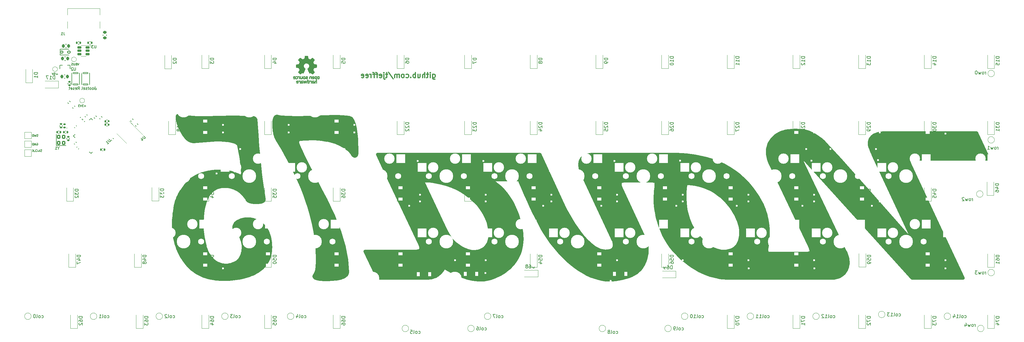
<source format=gbr>
%TF.GenerationSoftware,KiCad,Pcbnew,(6.0.4)*%
%TF.CreationDate,2022-10-29T20:57:45+01:00*%
%TF.ProjectId,nova75,6e6f7661-3735-42e6-9b69-6361645f7063,rev?*%
%TF.SameCoordinates,Original*%
%TF.FileFunction,Legend,Bot*%
%TF.FilePolarity,Positive*%
%FSLAX46Y46*%
G04 Gerber Fmt 4.6, Leading zero omitted, Abs format (unit mm)*
G04 Created by KiCad (PCBNEW (6.0.4)) date 2022-10-29 20:57:45*
%MOMM*%
%LPD*%
G01*
G04 APERTURE LIST*
G04 Aperture macros list*
%AMRoundRect*
0 Rectangle with rounded corners*
0 $1 Rounding radius*
0 $2 $3 $4 $5 $6 $7 $8 $9 X,Y pos of 4 corners*
0 Add a 4 corners polygon primitive as box body*
4,1,4,$2,$3,$4,$5,$6,$7,$8,$9,$2,$3,0*
0 Add four circle primitives for the rounded corners*
1,1,$1+$1,$2,$3*
1,1,$1+$1,$4,$5*
1,1,$1+$1,$6,$7*
1,1,$1+$1,$8,$9*
0 Add four rect primitives between the rounded corners*
20,1,$1+$1,$2,$3,$4,$5,0*
20,1,$1+$1,$4,$5,$6,$7,0*
20,1,$1+$1,$6,$7,$8,$9,0*
20,1,$1+$1,$8,$9,$2,$3,0*%
G04 Aperture macros list end*
%ADD10C,0.900000*%
%ADD11C,0.500000*%
%ADD12C,0.200000*%
%ADD13C,0.300000*%
%ADD14C,0.150000*%
%ADD15C,0.120000*%
%ADD16C,0.160000*%
%ADD17C,0.010000*%
%ADD18C,0.127000*%
%ADD19C,1.250000*%
%ADD20C,3.000000*%
%ADD21C,1.750000*%
%ADD22C,3.987800*%
%ADD23R,2.550000X2.500000*%
%ADD24C,2.200000*%
%ADD25C,3.800000*%
%ADD26C,3.048000*%
%ADD27C,1.300000*%
%ADD28R,2.500000X2.550000*%
%ADD29C,1.500000*%
%ADD30R,1.200000X0.900000*%
%ADD31R,1.500000X1.500000*%
%ADD32RoundRect,0.225000X-0.225000X-0.250000X0.225000X-0.250000X0.225000X0.250000X-0.225000X0.250000X0*%
%ADD33RoundRect,0.135000X0.226274X0.035355X0.035355X0.226274X-0.226274X-0.035355X-0.035355X-0.226274X0*%
%ADD34RoundRect,0.140000X-0.021213X0.219203X-0.219203X0.021213X0.021213X-0.219203X0.219203X-0.021213X0*%
%ADD35RoundRect,0.120000X-0.380000X-0.280000X0.380000X-0.280000X0.380000X0.280000X-0.380000X0.280000X0*%
%ADD36RoundRect,0.150000X0.350000X-0.425000X0.350000X0.425000X-0.350000X0.425000X-0.350000X-0.425000X0*%
%ADD37R,0.900000X1.200000*%
%ADD38RoundRect,0.082500X-0.667500X0.192500X-0.667500X-0.192500X0.667500X-0.192500X0.667500X0.192500X0*%
%ADD39C,0.650000*%
%ADD40R,0.600000X1.450000*%
%ADD41R,0.300000X1.450000*%
%ADD42O,1.000000X1.600000*%
%ADD43O,1.000000X2.100000*%
%ADD44RoundRect,0.135000X0.185000X-0.135000X0.185000X0.135000X-0.185000X0.135000X-0.185000X-0.135000X0*%
%ADD45RoundRect,0.140000X-0.140000X-0.170000X0.140000X-0.170000X0.140000X0.170000X-0.140000X0.170000X0*%
%ADD46RoundRect,0.050000X0.309359X-0.238649X-0.238649X0.309359X-0.309359X0.238649X0.238649X-0.309359X0*%
%ADD47RoundRect,0.050000X0.309359X0.238649X0.238649X0.309359X-0.309359X-0.238649X-0.238649X-0.309359X0*%
%ADD48RoundRect,0.144000X2.059095X0.000000X0.000000X2.059095X-2.059095X0.000000X0.000000X-2.059095X0*%
%ADD49C,1.000000*%
%ADD50RoundRect,0.135000X-0.135000X-0.185000X0.135000X-0.185000X0.135000X0.185000X-0.135000X0.185000X0*%
%ADD51RoundRect,0.150000X0.618718X-0.406586X-0.406586X0.618718X-0.618718X0.406586X0.406586X-0.618718X0*%
%ADD52RoundRect,0.135000X-0.226274X-0.035355X-0.035355X-0.226274X0.226274X0.035355X0.035355X0.226274X0*%
%ADD53RoundRect,0.135000X-0.185000X0.135000X-0.185000X-0.135000X0.185000X-0.135000X0.185000X0.135000X0*%
%ADD54RoundRect,0.140000X0.140000X0.170000X-0.140000X0.170000X-0.140000X-0.170000X0.140000X-0.170000X0*%
%ADD55RoundRect,0.140000X-0.219203X-0.021213X-0.021213X-0.219203X0.219203X0.021213X0.021213X0.219203X0*%
%ADD56RoundRect,0.218750X0.256250X-0.218750X0.256250X0.218750X-0.256250X0.218750X-0.256250X-0.218750X0*%
%ADD57RoundRect,0.140000X0.219203X0.021213X0.021213X0.219203X-0.219203X-0.021213X-0.021213X-0.219203X0*%
%ADD58RoundRect,0.150000X0.475000X0.150000X-0.475000X0.150000X-0.475000X-0.150000X0.475000X-0.150000X0*%
%ADD59RoundRect,0.147500X0.172500X-0.147500X0.172500X0.147500X-0.172500X0.147500X-0.172500X-0.147500X0*%
%ADD60RoundRect,0.218750X0.218750X0.256250X-0.218750X0.256250X-0.218750X-0.256250X0.218750X-0.256250X0*%
%ADD61R,1.016000X1.200000*%
%ADD62C,0.600000*%
%ADD63C,0.800000*%
%ADD64C,0.500000*%
G04 APERTURE END LIST*
D10*
G36*
X174151233Y-116872413D02*
G01*
X174108260Y-117782261D01*
X174007900Y-118650952D01*
X173853500Y-119479095D01*
X173648405Y-120267300D01*
X173395961Y-121016176D01*
X173099514Y-121726332D01*
X172762410Y-122398377D01*
X172387995Y-123032921D01*
X171979615Y-123630572D01*
X171540616Y-124191941D01*
X171074343Y-124717636D01*
X170584143Y-125208266D01*
X170073362Y-125664441D01*
X169545345Y-126086770D01*
X169003439Y-126475862D01*
X168450989Y-126832327D01*
X167891341Y-127156773D01*
X167327841Y-127449811D01*
X166202670Y-127944095D01*
X165102242Y-128320054D01*
X164053325Y-128582562D01*
X163082686Y-128736493D01*
X162217093Y-128786720D01*
X161429573Y-128761450D01*
X160649280Y-128688604D01*
X159878276Y-128572626D01*
X159118624Y-128417959D01*
X158372388Y-128229048D01*
X157641631Y-128010337D01*
X156928415Y-127766270D01*
X156234804Y-127501291D01*
X155562860Y-127219845D01*
X154914647Y-126926375D01*
X154292228Y-126625326D01*
X153697665Y-126321142D01*
X152600360Y-125721145D01*
X151639237Y-125161937D01*
X151472623Y-125424733D01*
X151305541Y-125672365D01*
X151137966Y-125905281D01*
X150969870Y-126123928D01*
X150801227Y-126328753D01*
X150632010Y-126520203D01*
X150462191Y-126698727D01*
X150291745Y-126864770D01*
X150120645Y-127018781D01*
X149948863Y-127161207D01*
X149776374Y-127292495D01*
X149603149Y-127413092D01*
X149429163Y-127523446D01*
X149254389Y-127624004D01*
X149078800Y-127715213D01*
X148902369Y-127797521D01*
X148546874Y-127937223D01*
X148187690Y-128046687D01*
X147824604Y-128129493D01*
X147457401Y-128189218D01*
X147085867Y-128229442D01*
X146709788Y-128253742D01*
X146328949Y-128265699D01*
X145943137Y-128268889D01*
X132332468Y-128268889D01*
X128634598Y-120429439D01*
X143501242Y-120429439D01*
X143642155Y-120426660D01*
X143773787Y-120418478D01*
X143896399Y-120405122D01*
X144010246Y-120386824D01*
X144115586Y-120363813D01*
X144212678Y-120336320D01*
X144301777Y-120304575D01*
X144383142Y-120268809D01*
X144457031Y-120229252D01*
X144523701Y-120186133D01*
X144583408Y-120139685D01*
X144636412Y-120090136D01*
X144682968Y-120037717D01*
X144723336Y-119982659D01*
X144757772Y-119925192D01*
X144786533Y-119865546D01*
X144809878Y-119803951D01*
X144828063Y-119740639D01*
X144841347Y-119675839D01*
X144849986Y-119609782D01*
X144854238Y-119542697D01*
X144854361Y-119474817D01*
X144850613Y-119406369D01*
X144843250Y-119337586D01*
X144818711Y-119199933D01*
X144782804Y-119063700D01*
X144737591Y-118930731D01*
X144685129Y-118802867D01*
X135857251Y-99939790D01*
X145350187Y-99939790D01*
X148623023Y-107040980D01*
X151153877Y-112422287D01*
X152187858Y-114551192D01*
X152894187Y-115917244D01*
X153152482Y-116335229D01*
X153479658Y-116778223D01*
X153870087Y-117236587D01*
X154318140Y-117700682D01*
X154818190Y-118160867D01*
X155364609Y-118607504D01*
X155951769Y-119030954D01*
X156574041Y-119421578D01*
X157225799Y-119769736D01*
X157901413Y-120065788D01*
X158246407Y-120191263D01*
X158595256Y-120300097D01*
X158947254Y-120391085D01*
X159301699Y-120463022D01*
X159657888Y-120514703D01*
X160015116Y-120544924D01*
X160372680Y-120552479D01*
X160729877Y-120536164D01*
X161086003Y-120494773D01*
X161440355Y-120427102D01*
X161792229Y-120331947D01*
X162140921Y-120208101D01*
X162424402Y-120081485D01*
X162692319Y-119938055D01*
X162944712Y-119778323D01*
X163181621Y-119602807D01*
X163403087Y-119412019D01*
X163609151Y-119206475D01*
X163799854Y-118986689D01*
X163975234Y-118753177D01*
X164135335Y-118506454D01*
X164280195Y-118247033D01*
X164409855Y-117975430D01*
X164524356Y-117692160D01*
X164623739Y-117397738D01*
X164708044Y-117092677D01*
X164831581Y-116452703D01*
X164895292Y-115776354D01*
X164899501Y-115067751D01*
X164844533Y-114331011D01*
X164730712Y-113570253D01*
X164558362Y-112789594D01*
X164327808Y-111993155D01*
X164039372Y-111185052D01*
X163693381Y-110369404D01*
X163693381Y-110369395D01*
X163281965Y-109545156D01*
X162768983Y-108689306D01*
X162155199Y-107813543D01*
X161441376Y-106929568D01*
X160628276Y-106049079D01*
X159716663Y-105183777D01*
X158707300Y-104345359D01*
X157600949Y-103545525D01*
X156398375Y-102795974D01*
X155100341Y-102108406D01*
X153707608Y-101494521D01*
X152220941Y-100966015D01*
X150641102Y-100534591D01*
X148968854Y-100211945D01*
X148098316Y-100095071D01*
X147204962Y-100009779D01*
X146288887Y-99957531D01*
X145350187Y-99939790D01*
X135857251Y-99939790D01*
X132257303Y-92247557D01*
X179376374Y-92247557D01*
X185959867Y-106670509D01*
X186834393Y-108408827D01*
X187378480Y-109423893D01*
X187986999Y-110505897D01*
X188654861Y-111632085D01*
X189376979Y-112779706D01*
X190148264Y-113926010D01*
X190963629Y-115048245D01*
X191817985Y-116123658D01*
X192706244Y-117129499D01*
X193161498Y-117599220D01*
X193623319Y-118043016D01*
X194091072Y-118458043D01*
X194564121Y-118841457D01*
X195041830Y-119190415D01*
X195523562Y-119502072D01*
X196008682Y-119773584D01*
X196496554Y-120002108D01*
X196986542Y-120184799D01*
X197478009Y-120318814D01*
X197970320Y-120401308D01*
X198462839Y-120429439D01*
X198756466Y-120422405D01*
X199027880Y-120401773D01*
X199277825Y-120368248D01*
X199507045Y-120322534D01*
X199716286Y-120265334D01*
X199906292Y-120197354D01*
X200077806Y-120119297D01*
X200231575Y-120031868D01*
X200368343Y-119935771D01*
X200488853Y-119831709D01*
X200593852Y-119720389D01*
X200684082Y-119602513D01*
X200760290Y-119478785D01*
X200823219Y-119349911D01*
X200873614Y-119216594D01*
X200912220Y-119079539D01*
X200939782Y-118939450D01*
X200957043Y-118797031D01*
X200964748Y-118652986D01*
X200963642Y-118508020D01*
X200954470Y-118362837D01*
X200937976Y-118218141D01*
X200886002Y-117933027D01*
X200813675Y-117658313D01*
X200726952Y-117399632D01*
X200631790Y-117162619D01*
X200534146Y-116952907D01*
X191805234Y-98312193D01*
X191634373Y-97936839D01*
X191482504Y-97573609D01*
X191349545Y-97222487D01*
X191235416Y-96883462D01*
X191140035Y-96556518D01*
X191063320Y-96241644D01*
X191005189Y-95938824D01*
X190965562Y-95648045D01*
X190944358Y-95369295D01*
X190941494Y-95102559D01*
X190956889Y-94847824D01*
X190990461Y-94605076D01*
X191042130Y-94374301D01*
X191111814Y-94155487D01*
X191199432Y-93948619D01*
X191304901Y-93753684D01*
X191428141Y-93570668D01*
X191569069Y-93399559D01*
X191727606Y-93240341D01*
X191903669Y-93093002D01*
X192097177Y-92957528D01*
X192308048Y-92833906D01*
X192536201Y-92722122D01*
X192781554Y-92622162D01*
X193044026Y-92534013D01*
X193323537Y-92457661D01*
X193620003Y-92393093D01*
X193933344Y-92340294D01*
X194263478Y-92299253D01*
X194610325Y-92269954D01*
X194973802Y-92252385D01*
X195353827Y-92246532D01*
X217620340Y-92246532D01*
X219083731Y-92268984D01*
X220492796Y-92335142D01*
X221848686Y-92443203D01*
X223152553Y-92591368D01*
X224405547Y-92777833D01*
X225608820Y-93000799D01*
X226763523Y-93258464D01*
X227870808Y-93549027D01*
X228931824Y-93870687D01*
X229947725Y-94221643D01*
X230919660Y-94600093D01*
X231848781Y-95004237D01*
X232736239Y-95432273D01*
X233583186Y-95882400D01*
X234390772Y-96352817D01*
X235160149Y-96841724D01*
X235892468Y-97347317D01*
X236588880Y-97867798D01*
X237250537Y-98401364D01*
X237878589Y-98946214D01*
X238474187Y-99500547D01*
X239038483Y-100062563D01*
X240077775Y-101202435D01*
X241005672Y-102351422D01*
X241831384Y-103495114D01*
X242564121Y-104619102D01*
X243213092Y-105708977D01*
X243544257Y-106333272D01*
X243845064Y-106957271D01*
X244116801Y-107579810D01*
X244360754Y-108199724D01*
X244578211Y-108815848D01*
X244770458Y-109427018D01*
X244938782Y-110032069D01*
X245084470Y-110629837D01*
X245208809Y-111219157D01*
X245313086Y-111798864D01*
X245398588Y-112367794D01*
X245466601Y-112924782D01*
X245555311Y-113998276D01*
X245589510Y-115010028D01*
X245589492Y-115011641D01*
X245579493Y-115950722D01*
X245535558Y-116811042D01*
X245467997Y-117581670D01*
X245387107Y-118253291D01*
X245136158Y-119763365D01*
X245130074Y-119825785D01*
X245125723Y-119888078D01*
X245123102Y-119950122D01*
X245122214Y-120011795D01*
X245123057Y-120072975D01*
X245125633Y-120133542D01*
X245129941Y-120193373D01*
X245135982Y-120252347D01*
X245143755Y-120310343D01*
X245153261Y-120367238D01*
X245164500Y-120422911D01*
X245177472Y-120477241D01*
X245192178Y-120530106D01*
X245208618Y-120581385D01*
X245226791Y-120630955D01*
X245246699Y-120678695D01*
X245268341Y-120724485D01*
X245291717Y-120768201D01*
X245316827Y-120809722D01*
X245343673Y-120848928D01*
X245372253Y-120885696D01*
X245402569Y-120919904D01*
X245434620Y-120951432D01*
X245468407Y-120980157D01*
X245503929Y-121005958D01*
X245541187Y-121028713D01*
X245580182Y-121048301D01*
X245620912Y-121064601D01*
X245663379Y-121077489D01*
X245707583Y-121086846D01*
X245753524Y-121092550D01*
X245801201Y-121094478D01*
X256379053Y-121094478D01*
X256591733Y-121091060D01*
X256786464Y-121081026D01*
X256963939Y-121064700D01*
X257124847Y-121042408D01*
X257269881Y-121014477D01*
X257399731Y-120981231D01*
X257515088Y-120942997D01*
X257616643Y-120900099D01*
X257705087Y-120852865D01*
X257781112Y-120801619D01*
X257845408Y-120746688D01*
X257898667Y-120688397D01*
X257941579Y-120627072D01*
X257974836Y-120563038D01*
X257999128Y-120496622D01*
X258015147Y-120428149D01*
X258023583Y-120357945D01*
X258025129Y-120286335D01*
X258020474Y-120213645D01*
X258010310Y-120140202D01*
X257995327Y-120066330D01*
X257976218Y-119992356D01*
X257928382Y-119845403D01*
X257710166Y-119318638D01*
X246319024Y-95205232D01*
X246104893Y-94752560D01*
X245919727Y-94309922D01*
X245762578Y-93877384D01*
X245632497Y-93455016D01*
X245528535Y-93042885D01*
X245449744Y-92641058D01*
X245395176Y-92249606D01*
X245363883Y-91868594D01*
X245354917Y-91498092D01*
X245367328Y-91138168D01*
X245400168Y-90788889D01*
X245452490Y-90450323D01*
X245523344Y-90122539D01*
X245611783Y-89805605D01*
X245716858Y-89499588D01*
X245837620Y-89204557D01*
X245973122Y-88920580D01*
X246122415Y-88647724D01*
X246284551Y-88386058D01*
X246458581Y-88135651D01*
X246643557Y-87896569D01*
X246838531Y-87668881D01*
X247042553Y-87452656D01*
X247254677Y-87247960D01*
X247473953Y-87054862D01*
X247699434Y-86873431D01*
X247930170Y-86703734D01*
X248165213Y-86545839D01*
X248403616Y-86399815D01*
X248644430Y-86265729D01*
X248886706Y-86143649D01*
X249129496Y-86033644D01*
X249507461Y-85877529D01*
X249916959Y-85741454D01*
X250353112Y-85624660D01*
X250811045Y-85526389D01*
X251285880Y-85445883D01*
X251772740Y-85382382D01*
X252266748Y-85335129D01*
X252763027Y-85303364D01*
X253256700Y-85286330D01*
X253742891Y-85283268D01*
X254216721Y-85293418D01*
X254673315Y-85316024D01*
X255107796Y-85350325D01*
X255515285Y-85395565D01*
X255890908Y-85450983D01*
X256229786Y-85515822D01*
X256544094Y-85572608D01*
X256875082Y-85658665D01*
X257220365Y-85772042D01*
X257577562Y-85910786D01*
X257944289Y-86072947D01*
X258318165Y-86256573D01*
X258696805Y-86459713D01*
X259077829Y-86680416D01*
X259458852Y-86916729D01*
X259837493Y-87166703D01*
X260211368Y-87428384D01*
X260578095Y-87699823D01*
X260935292Y-87979067D01*
X261280575Y-88264166D01*
X261611563Y-88553167D01*
X261925872Y-88844121D01*
X266267619Y-93648595D01*
X274305825Y-102703808D01*
X285521440Y-115398396D01*
X285550738Y-115429435D01*
X285631127Y-115508115D01*
X285686964Y-115558554D01*
X285751352Y-115612781D01*
X285822886Y-115668092D01*
X285900158Y-115721779D01*
X285981761Y-115771134D01*
X286023747Y-115793342D01*
X286066287Y-115813452D01*
X286109208Y-115831126D01*
X286152331Y-115846025D01*
X286195482Y-115857811D01*
X286238485Y-115866146D01*
X286281163Y-115870691D01*
X286323342Y-115871108D01*
X286364844Y-115867060D01*
X286405495Y-115858206D01*
X286445118Y-115844209D01*
X286483537Y-115824731D01*
X286520577Y-115799432D01*
X286556061Y-115767976D01*
X286595190Y-115739651D01*
X286629351Y-115710164D01*
X286658789Y-115679650D01*
X286683748Y-115648246D01*
X286704473Y-115616084D01*
X286721208Y-115583302D01*
X286734196Y-115550034D01*
X286743683Y-115516414D01*
X286749913Y-115482580D01*
X286753129Y-115448664D01*
X286753577Y-115414804D01*
X286751501Y-115381133D01*
X286747144Y-115347787D01*
X286740751Y-115314901D01*
X286732567Y-115282611D01*
X286722836Y-115251051D01*
X286711802Y-115220357D01*
X286699709Y-115190663D01*
X286686802Y-115162106D01*
X286673325Y-115134819D01*
X286645638Y-115084600D01*
X286618602Y-115041086D01*
X286594172Y-115005361D01*
X286574302Y-114978504D01*
X286556061Y-114955720D01*
X275979239Y-92247557D01*
X275862860Y-91955446D01*
X275738374Y-91661815D01*
X275481102Y-91070863D01*
X275356327Y-90773976D01*
X275239465Y-90476437D01*
X275134523Y-90178464D01*
X275045506Y-89880274D01*
X274976418Y-89582085D01*
X274950600Y-89433058D01*
X274931266Y-89284112D01*
X274918917Y-89135275D01*
X274914054Y-88986574D01*
X274917178Y-88838036D01*
X274928789Y-88689687D01*
X274949387Y-88541556D01*
X274979474Y-88393669D01*
X275019551Y-88246054D01*
X275070117Y-88098737D01*
X275131673Y-87951746D01*
X275204720Y-87805108D01*
X275289760Y-87658850D01*
X275387291Y-87512999D01*
X275495874Y-87372077D01*
X275613200Y-87240380D01*
X275738471Y-87117597D01*
X275870885Y-87003415D01*
X276009645Y-86897524D01*
X276153950Y-86799612D01*
X276303001Y-86709367D01*
X276455999Y-86626477D01*
X276612144Y-86550631D01*
X276770637Y-86481518D01*
X276930678Y-86418825D01*
X277091468Y-86362242D01*
X277412097Y-86266156D01*
X277726129Y-86190768D01*
X278027168Y-86133584D01*
X278308818Y-86092113D01*
X278564683Y-86063861D01*
X278788369Y-86046335D01*
X279113621Y-86033493D01*
X279233408Y-86033644D01*
X306010052Y-86033644D01*
X309560706Y-93651756D01*
X287370377Y-93650731D01*
X287263136Y-93652451D01*
X287163085Y-93657566D01*
X287070046Y-93666009D01*
X286983845Y-93677712D01*
X286904304Y-93692608D01*
X286831249Y-93710631D01*
X286764502Y-93731712D01*
X286703888Y-93755784D01*
X286649230Y-93782780D01*
X286600354Y-93812633D01*
X286557081Y-93845276D01*
X286519238Y-93880640D01*
X286486646Y-93918660D01*
X286459131Y-93959267D01*
X286436517Y-94002394D01*
X286418626Y-94047975D01*
X286405284Y-94095941D01*
X286396314Y-94146225D01*
X286391540Y-94198760D01*
X286390786Y-94253480D01*
X286393876Y-94310316D01*
X286400634Y-94369201D01*
X286410884Y-94430068D01*
X286424449Y-94492850D01*
X286460823Y-94623888D01*
X286508347Y-94761777D01*
X286565613Y-94905979D01*
X286631212Y-95055955D01*
X294472209Y-111994163D01*
X302090839Y-128266820D01*
X287297284Y-128266820D01*
X256674521Y-94315761D01*
X256578541Y-94215830D01*
X256484902Y-94124085D01*
X256393782Y-94040471D01*
X256305355Y-93964933D01*
X256219800Y-93897417D01*
X256137291Y-93837868D01*
X256058005Y-93786233D01*
X255982118Y-93742456D01*
X255909807Y-93706483D01*
X255841248Y-93678260D01*
X255776616Y-93657731D01*
X255716089Y-93644843D01*
X255659842Y-93639542D01*
X255608053Y-93641772D01*
X255560896Y-93651479D01*
X255518548Y-93668609D01*
X255481186Y-93693107D01*
X255448986Y-93724918D01*
X255422124Y-93763989D01*
X255400776Y-93810265D01*
X255385118Y-93863691D01*
X255375328Y-93924213D01*
X255371580Y-93991776D01*
X255374052Y-94066325D01*
X255382919Y-94147808D01*
X255398358Y-94236168D01*
X255420545Y-94331351D01*
X255449656Y-94433304D01*
X255485867Y-94541971D01*
X255529356Y-94657297D01*
X255580297Y-94779230D01*
X255638868Y-94907713D01*
X267843296Y-120427370D01*
X268038282Y-120826946D01*
X268207823Y-121220858D01*
X268352461Y-121608674D01*
X268472737Y-121989965D01*
X268569192Y-122364302D01*
X268642368Y-122731254D01*
X268692807Y-123090391D01*
X268721048Y-123441284D01*
X268727635Y-123783503D01*
X268713108Y-124116618D01*
X268678009Y-124440199D01*
X268622879Y-124753817D01*
X268548259Y-125057041D01*
X268454691Y-125349441D01*
X268342716Y-125630589D01*
X268212876Y-125900053D01*
X268078674Y-126158210D01*
X267925605Y-126405209D01*
X267753884Y-126640291D01*
X267563729Y-126862699D01*
X267355357Y-127071673D01*
X267128985Y-127266454D01*
X266884831Y-127446285D01*
X266623111Y-127610407D01*
X266344042Y-127758061D01*
X266047843Y-127888489D01*
X265734730Y-128000932D01*
X265404920Y-128094632D01*
X265058630Y-128168830D01*
X264696077Y-128222768D01*
X264317479Y-128255687D01*
X263923053Y-128266829D01*
X234557257Y-128266829D01*
X233936887Y-128263548D01*
X233323895Y-128239931D01*
X232718295Y-128196452D01*
X232120101Y-128133585D01*
X231529325Y-128051804D01*
X230945981Y-127951584D01*
X229801644Y-127697723D01*
X228687195Y-127375795D01*
X227602743Y-126989595D01*
X226548393Y-126542918D01*
X225524254Y-126039558D01*
X224530432Y-125483308D01*
X223567034Y-124877963D01*
X222634168Y-124227318D01*
X221731940Y-123535166D01*
X220860457Y-122805302D01*
X220019827Y-122041520D01*
X219210156Y-121247614D01*
X218431553Y-120427379D01*
X217790188Y-119691190D01*
X217195805Y-118928268D01*
X216646888Y-118143051D01*
X216141923Y-117339979D01*
X215679393Y-116523493D01*
X215257783Y-115698030D01*
X214875577Y-114868032D01*
X214531261Y-114037937D01*
X214223318Y-113212186D01*
X213950232Y-112395217D01*
X213710490Y-111591470D01*
X213502574Y-110805386D01*
X213324969Y-110041402D01*
X213176161Y-109303960D01*
X213054632Y-108597498D01*
X212958869Y-107926457D01*
X212896986Y-107434054D01*
X212849524Y-106955633D01*
X212815294Y-106491303D01*
X212793105Y-106041172D01*
X212781768Y-105605349D01*
X212780093Y-105183942D01*
X212786890Y-104777061D01*
X212800970Y-104384813D01*
X212801076Y-104383071D01*
X221397225Y-104383071D01*
X221408700Y-105367572D01*
X221470446Y-106424011D01*
X221593947Y-107538411D01*
X221790687Y-108696794D01*
X222072148Y-109885182D01*
X222449816Y-111089597D01*
X222935173Y-112296062D01*
X223221823Y-112895694D01*
X223539702Y-113490597D01*
X223890245Y-114079024D01*
X224274888Y-114659227D01*
X224900848Y-115501711D01*
X225530240Y-116280999D01*
X226163067Y-116996338D01*
X226799334Y-117646974D01*
X227439046Y-118232157D01*
X228082207Y-118751133D01*
X228405082Y-118985559D01*
X228728822Y-119203150D01*
X229053425Y-119403814D01*
X229378894Y-119587455D01*
X229705229Y-119753981D01*
X230032429Y-119903297D01*
X230360496Y-120035308D01*
X230689431Y-120149921D01*
X231019234Y-120247042D01*
X231349905Y-120326577D01*
X231681444Y-120388431D01*
X232013854Y-120432511D01*
X232347134Y-120458722D01*
X232681284Y-120466970D01*
X233016306Y-120457162D01*
X233352199Y-120429203D01*
X233688965Y-120383000D01*
X234026603Y-120318457D01*
X234365116Y-120235482D01*
X234704502Y-120133980D01*
X235010332Y-120016204D01*
X235303254Y-119871491D01*
X235582495Y-119700641D01*
X235847284Y-119504451D01*
X236096849Y-119283722D01*
X236330418Y-119039252D01*
X236547219Y-118771839D01*
X236746480Y-118482283D01*
X236927429Y-118171383D01*
X237089294Y-117839937D01*
X237231304Y-117488744D01*
X237352686Y-117118603D01*
X237452668Y-116730313D01*
X237530479Y-116324673D01*
X237585347Y-115902482D01*
X237616499Y-115464538D01*
X237623164Y-115011641D01*
X237604570Y-114544589D01*
X237559945Y-114064182D01*
X237488516Y-113571217D01*
X237389513Y-113066495D01*
X237262163Y-112550813D01*
X237105695Y-112024971D01*
X236919335Y-111489768D01*
X236702313Y-110946002D01*
X236453857Y-110394472D01*
X236173194Y-109835977D01*
X235859553Y-109271317D01*
X235512161Y-108701290D01*
X235130248Y-108126694D01*
X234713040Y-107548329D01*
X234259766Y-106966994D01*
X233506807Y-106082927D01*
X232746009Y-105286083D01*
X231978244Y-104571803D01*
X231204383Y-103935429D01*
X230425298Y-103372302D01*
X229641861Y-102877765D01*
X228854943Y-102447159D01*
X228065417Y-102075825D01*
X227274153Y-101759106D01*
X226482023Y-101492344D01*
X225689900Y-101270879D01*
X224898653Y-101090054D01*
X224109157Y-100945210D01*
X223322281Y-100831690D01*
X222538898Y-100744834D01*
X221759879Y-100679985D01*
X221549593Y-102000979D01*
X221424538Y-103484487D01*
X221397225Y-104383071D01*
X212801076Y-104383071D01*
X212846217Y-103644652D01*
X212906315Y-102964330D01*
X213032990Y-101786674D01*
X213046181Y-101674140D01*
X213057503Y-101559236D01*
X213066846Y-101443044D01*
X213074102Y-101326646D01*
X213079162Y-101211122D01*
X213081919Y-101097553D01*
X213082262Y-100987022D01*
X213080085Y-100880609D01*
X213075277Y-100779396D01*
X213067731Y-100684463D01*
X213057338Y-100596893D01*
X213043990Y-100517766D01*
X213027577Y-100448164D01*
X213007992Y-100389168D01*
X212996976Y-100363985D01*
X212985125Y-100341859D01*
X212972428Y-100322926D01*
X212958869Y-100307319D01*
X212944293Y-100280384D01*
X212927996Y-100255131D01*
X212910005Y-100231506D01*
X212890346Y-100209456D01*
X212869049Y-100188927D01*
X212846140Y-100169862D01*
X212795597Y-100135914D01*
X212738937Y-100107178D01*
X212676381Y-100083219D01*
X212608149Y-100063603D01*
X212534461Y-100047896D01*
X212455538Y-100035663D01*
X212371598Y-100026470D01*
X212282863Y-100019883D01*
X212189553Y-100015468D01*
X211990088Y-100011414D01*
X211774964Y-100010835D01*
X203640055Y-100010835D01*
X203538816Y-100013203D01*
X203443138Y-100020233D01*
X203352954Y-100031817D01*
X203268197Y-100047846D01*
X203188799Y-100068211D01*
X203114693Y-100092804D01*
X203045813Y-100121516D01*
X202982091Y-100154238D01*
X202923460Y-100190861D01*
X202869852Y-100231276D01*
X202821202Y-100275375D01*
X202777442Y-100323050D01*
X202738504Y-100374190D01*
X202704322Y-100428688D01*
X202674828Y-100486434D01*
X202649955Y-100547320D01*
X202629637Y-100611238D01*
X202613806Y-100678077D01*
X202602395Y-100747731D01*
X202595337Y-100820089D01*
X202592564Y-100895043D01*
X202594011Y-100972484D01*
X202599608Y-101052304D01*
X202609291Y-101134394D01*
X202640641Y-101304947D01*
X202687523Y-101483275D01*
X202749402Y-101668506D01*
X202825739Y-101859770D01*
X209778812Y-116801570D01*
X209910623Y-117080972D01*
X210028337Y-117377233D01*
X210131739Y-117689011D01*
X210220613Y-118014966D01*
X210294741Y-118353757D01*
X210353910Y-118704044D01*
X210397900Y-119064486D01*
X210426498Y-119433743D01*
X210439486Y-119810473D01*
X210436648Y-120193336D01*
X210417768Y-120580992D01*
X210382630Y-120972100D01*
X210331017Y-121365319D01*
X210262714Y-121759308D01*
X210177504Y-122152728D01*
X210075172Y-122544237D01*
X209955500Y-122932495D01*
X209818272Y-123316160D01*
X209663273Y-123693893D01*
X209490286Y-124064353D01*
X209299095Y-124426199D01*
X209089484Y-124778091D01*
X208861236Y-125118688D01*
X208614135Y-125446648D01*
X208347966Y-125760633D01*
X208062512Y-126059300D01*
X207757556Y-126341310D01*
X207432883Y-126605322D01*
X207088276Y-126849994D01*
X206723519Y-127073988D01*
X206338396Y-127275961D01*
X205932691Y-127454573D01*
X205052140Y-127796056D01*
X204156804Y-128095822D01*
X203245817Y-128348562D01*
X202318317Y-128548967D01*
X201373438Y-128691730D01*
X200410316Y-128771542D01*
X199428088Y-128783095D01*
X198425890Y-128721081D01*
X197402856Y-128580192D01*
X196358124Y-128355119D01*
X195290828Y-128040554D01*
X194200105Y-127631189D01*
X193085090Y-127121716D01*
X191944920Y-126506826D01*
X190778731Y-125781212D01*
X189585657Y-124939564D01*
X188426189Y-124031295D01*
X187332076Y-123085390D01*
X186301041Y-122107597D01*
X185330806Y-121103662D01*
X184419094Y-120079332D01*
X183563628Y-119040356D01*
X182762132Y-117992478D01*
X182012327Y-116941448D01*
X181311937Y-115893011D01*
X180658684Y-114852914D01*
X180050293Y-113826906D01*
X179484484Y-112820732D01*
X178471509Y-110890878D01*
X177601541Y-109109328D01*
X176740836Y-107301237D01*
X175944204Y-105571043D01*
X175227267Y-103969042D01*
X174605649Y-102545530D01*
X173710861Y-100435154D01*
X173384824Y-99642280D01*
X164657962Y-99642280D01*
X164942575Y-99765072D01*
X165714350Y-100180841D01*
X166244458Y-100520810D01*
X166850198Y-100960683D01*
X167516184Y-101509348D01*
X168227028Y-102175691D01*
X168967345Y-102968599D01*
X169721748Y-103896960D01*
X170474851Y-104969658D01*
X171211268Y-106195582D01*
X171568411Y-106868781D01*
X171915612Y-107583618D01*
X172250948Y-108341205D01*
X172572497Y-109142653D01*
X172878334Y-109989072D01*
X173166536Y-110881574D01*
X173435180Y-111821268D01*
X173682343Y-112809266D01*
X173902375Y-113889835D01*
X174051637Y-114926809D01*
X174063241Y-115067751D01*
X174133474Y-115920798D01*
X174151233Y-116872413D01*
G37*
X174151233Y-116872413D02*
X174108260Y-117782261D01*
X174007900Y-118650952D01*
X173853500Y-119479095D01*
X173648405Y-120267300D01*
X173395961Y-121016176D01*
X173099514Y-121726332D01*
X172762410Y-122398377D01*
X172387995Y-123032921D01*
X171979615Y-123630572D01*
X171540616Y-124191941D01*
X171074343Y-124717636D01*
X170584143Y-125208266D01*
X170073362Y-125664441D01*
X169545345Y-126086770D01*
X169003439Y-126475862D01*
X168450989Y-126832327D01*
X167891341Y-127156773D01*
X167327841Y-127449811D01*
X166202670Y-127944095D01*
X165102242Y-128320054D01*
X164053325Y-128582562D01*
X163082686Y-128736493D01*
X162217093Y-128786720D01*
X161429573Y-128761450D01*
X160649280Y-128688604D01*
X159878276Y-128572626D01*
X159118624Y-128417959D01*
X158372388Y-128229048D01*
X157641631Y-128010337D01*
X156928415Y-127766270D01*
X156234804Y-127501291D01*
X155562860Y-127219845D01*
X154914647Y-126926375D01*
X154292228Y-126625326D01*
X153697665Y-126321142D01*
X152600360Y-125721145D01*
X151639237Y-125161937D01*
X151472623Y-125424733D01*
X151305541Y-125672365D01*
X151137966Y-125905281D01*
X150969870Y-126123928D01*
X150801227Y-126328753D01*
X150632010Y-126520203D01*
X150462191Y-126698727D01*
X150291745Y-126864770D01*
X150120645Y-127018781D01*
X149948863Y-127161207D01*
X149776374Y-127292495D01*
X149603149Y-127413092D01*
X149429163Y-127523446D01*
X149254389Y-127624004D01*
X149078800Y-127715213D01*
X148902369Y-127797521D01*
X148546874Y-127937223D01*
X148187690Y-128046687D01*
X147824604Y-128129493D01*
X147457401Y-128189218D01*
X147085867Y-128229442D01*
X146709788Y-128253742D01*
X146328949Y-128265699D01*
X145943137Y-128268889D01*
X132332468Y-128268889D01*
X128634598Y-120429439D01*
X143501242Y-120429439D01*
X143642155Y-120426660D01*
X143773787Y-120418478D01*
X143896399Y-120405122D01*
X144010246Y-120386824D01*
X144115586Y-120363813D01*
X144212678Y-120336320D01*
X144301777Y-120304575D01*
X144383142Y-120268809D01*
X144457031Y-120229252D01*
X144523701Y-120186133D01*
X144583408Y-120139685D01*
X144636412Y-120090136D01*
X144682968Y-120037717D01*
X144723336Y-119982659D01*
X144757772Y-119925192D01*
X144786533Y-119865546D01*
X144809878Y-119803951D01*
X144828063Y-119740639D01*
X144841347Y-119675839D01*
X144849986Y-119609782D01*
X144854238Y-119542697D01*
X144854361Y-119474817D01*
X144850613Y-119406369D01*
X144843250Y-119337586D01*
X144818711Y-119199933D01*
X144782804Y-119063700D01*
X144737591Y-118930731D01*
X144685129Y-118802867D01*
X135857251Y-99939790D01*
X145350187Y-99939790D01*
X148623023Y-107040980D01*
X151153877Y-112422287D01*
X152187858Y-114551192D01*
X152894187Y-115917244D01*
X153152482Y-116335229D01*
X153479658Y-116778223D01*
X153870087Y-117236587D01*
X154318140Y-117700682D01*
X154818190Y-118160867D01*
X155364609Y-118607504D01*
X155951769Y-119030954D01*
X156574041Y-119421578D01*
X157225799Y-119769736D01*
X157901413Y-120065788D01*
X158246407Y-120191263D01*
X158595256Y-120300097D01*
X158947254Y-120391085D01*
X159301699Y-120463022D01*
X159657888Y-120514703D01*
X160015116Y-120544924D01*
X160372680Y-120552479D01*
X160729877Y-120536164D01*
X161086003Y-120494773D01*
X161440355Y-120427102D01*
X161792229Y-120331947D01*
X162140921Y-120208101D01*
X162424402Y-120081485D01*
X162692319Y-119938055D01*
X162944712Y-119778323D01*
X163181621Y-119602807D01*
X163403087Y-119412019D01*
X163609151Y-119206475D01*
X163799854Y-118986689D01*
X163975234Y-118753177D01*
X164135335Y-118506454D01*
X164280195Y-118247033D01*
X164409855Y-117975430D01*
X164524356Y-117692160D01*
X164623739Y-117397738D01*
X164708044Y-117092677D01*
X164831581Y-116452703D01*
X164895292Y-115776354D01*
X164899501Y-115067751D01*
X164844533Y-114331011D01*
X164730712Y-113570253D01*
X164558362Y-112789594D01*
X164327808Y-111993155D01*
X164039372Y-111185052D01*
X163693381Y-110369404D01*
X163693381Y-110369395D01*
X163281965Y-109545156D01*
X162768983Y-108689306D01*
X162155199Y-107813543D01*
X161441376Y-106929568D01*
X160628276Y-106049079D01*
X159716663Y-105183777D01*
X158707300Y-104345359D01*
X157600949Y-103545525D01*
X156398375Y-102795974D01*
X155100341Y-102108406D01*
X153707608Y-101494521D01*
X152220941Y-100966015D01*
X150641102Y-100534591D01*
X148968854Y-100211945D01*
X148098316Y-100095071D01*
X147204962Y-100009779D01*
X146288887Y-99957531D01*
X145350187Y-99939790D01*
X135857251Y-99939790D01*
X132257303Y-92247557D01*
X179376374Y-92247557D01*
X185959867Y-106670509D01*
X186834393Y-108408827D01*
X187378480Y-109423893D01*
X187986999Y-110505897D01*
X188654861Y-111632085D01*
X189376979Y-112779706D01*
X190148264Y-113926010D01*
X190963629Y-115048245D01*
X191817985Y-116123658D01*
X192706244Y-117129499D01*
X193161498Y-117599220D01*
X193623319Y-118043016D01*
X194091072Y-118458043D01*
X194564121Y-118841457D01*
X195041830Y-119190415D01*
X195523562Y-119502072D01*
X196008682Y-119773584D01*
X196496554Y-120002108D01*
X196986542Y-120184799D01*
X197478009Y-120318814D01*
X197970320Y-120401308D01*
X198462839Y-120429439D01*
X198756466Y-120422405D01*
X199027880Y-120401773D01*
X199277825Y-120368248D01*
X199507045Y-120322534D01*
X199716286Y-120265334D01*
X199906292Y-120197354D01*
X200077806Y-120119297D01*
X200231575Y-120031868D01*
X200368343Y-119935771D01*
X200488853Y-119831709D01*
X200593852Y-119720389D01*
X200684082Y-119602513D01*
X200760290Y-119478785D01*
X200823219Y-119349911D01*
X200873614Y-119216594D01*
X200912220Y-119079539D01*
X200939782Y-118939450D01*
X200957043Y-118797031D01*
X200964748Y-118652986D01*
X200963642Y-118508020D01*
X200954470Y-118362837D01*
X200937976Y-118218141D01*
X200886002Y-117933027D01*
X200813675Y-117658313D01*
X200726952Y-117399632D01*
X200631790Y-117162619D01*
X200534146Y-116952907D01*
X191805234Y-98312193D01*
X191634373Y-97936839D01*
X191482504Y-97573609D01*
X191349545Y-97222487D01*
X191235416Y-96883462D01*
X191140035Y-96556518D01*
X191063320Y-96241644D01*
X191005189Y-95938824D01*
X190965562Y-95648045D01*
X190944358Y-95369295D01*
X190941494Y-95102559D01*
X190956889Y-94847824D01*
X190990461Y-94605076D01*
X191042130Y-94374301D01*
X191111814Y-94155487D01*
X191199432Y-93948619D01*
X191304901Y-93753684D01*
X191428141Y-93570668D01*
X191569069Y-93399559D01*
X191727606Y-93240341D01*
X191903669Y-93093002D01*
X192097177Y-92957528D01*
X192308048Y-92833906D01*
X192536201Y-92722122D01*
X192781554Y-92622162D01*
X193044026Y-92534013D01*
X193323537Y-92457661D01*
X193620003Y-92393093D01*
X193933344Y-92340294D01*
X194263478Y-92299253D01*
X194610325Y-92269954D01*
X194973802Y-92252385D01*
X195353827Y-92246532D01*
X217620340Y-92246532D01*
X219083731Y-92268984D01*
X220492796Y-92335142D01*
X221848686Y-92443203D01*
X223152553Y-92591368D01*
X224405547Y-92777833D01*
X225608820Y-93000799D01*
X226763523Y-93258464D01*
X227870808Y-93549027D01*
X228931824Y-93870687D01*
X229947725Y-94221643D01*
X230919660Y-94600093D01*
X231848781Y-95004237D01*
X232736239Y-95432273D01*
X233583186Y-95882400D01*
X234390772Y-96352817D01*
X235160149Y-96841724D01*
X235892468Y-97347317D01*
X236588880Y-97867798D01*
X237250537Y-98401364D01*
X237878589Y-98946214D01*
X238474187Y-99500547D01*
X239038483Y-100062563D01*
X240077775Y-101202435D01*
X241005672Y-102351422D01*
X241831384Y-103495114D01*
X242564121Y-104619102D01*
X243213092Y-105708977D01*
X243544257Y-106333272D01*
X243845064Y-106957271D01*
X244116801Y-107579810D01*
X244360754Y-108199724D01*
X244578211Y-108815848D01*
X244770458Y-109427018D01*
X244938782Y-110032069D01*
X245084470Y-110629837D01*
X245208809Y-111219157D01*
X245313086Y-111798864D01*
X245398588Y-112367794D01*
X245466601Y-112924782D01*
X245555311Y-113998276D01*
X245589510Y-115010028D01*
X245589492Y-115011641D01*
X245579493Y-115950722D01*
X245535558Y-116811042D01*
X245467997Y-117581670D01*
X245387107Y-118253291D01*
X245136158Y-119763365D01*
X245130074Y-119825785D01*
X245125723Y-119888078D01*
X245123102Y-119950122D01*
X245122214Y-120011795D01*
X245123057Y-120072975D01*
X245125633Y-120133542D01*
X245129941Y-120193373D01*
X245135982Y-120252347D01*
X245143755Y-120310343D01*
X245153261Y-120367238D01*
X245164500Y-120422911D01*
X245177472Y-120477241D01*
X245192178Y-120530106D01*
X245208618Y-120581385D01*
X245226791Y-120630955D01*
X245246699Y-120678695D01*
X245268341Y-120724485D01*
X245291717Y-120768201D01*
X245316827Y-120809722D01*
X245343673Y-120848928D01*
X245372253Y-120885696D01*
X245402569Y-120919904D01*
X245434620Y-120951432D01*
X245468407Y-120980157D01*
X245503929Y-121005958D01*
X245541187Y-121028713D01*
X245580182Y-121048301D01*
X245620912Y-121064601D01*
X245663379Y-121077489D01*
X245707583Y-121086846D01*
X245753524Y-121092550D01*
X245801201Y-121094478D01*
X256379053Y-121094478D01*
X256591733Y-121091060D01*
X256786464Y-121081026D01*
X256963939Y-121064700D01*
X257124847Y-121042408D01*
X257269881Y-121014477D01*
X257399731Y-120981231D01*
X257515088Y-120942997D01*
X257616643Y-120900099D01*
X257705087Y-120852865D01*
X257781112Y-120801619D01*
X257845408Y-120746688D01*
X257898667Y-120688397D01*
X257941579Y-120627072D01*
X257974836Y-120563038D01*
X257999128Y-120496622D01*
X258015147Y-120428149D01*
X258023583Y-120357945D01*
X258025129Y-120286335D01*
X258020474Y-120213645D01*
X258010310Y-120140202D01*
X257995327Y-120066330D01*
X257976218Y-119992356D01*
X257928382Y-119845403D01*
X257710166Y-119318638D01*
X246319024Y-95205232D01*
X246104893Y-94752560D01*
X245919727Y-94309922D01*
X245762578Y-93877384D01*
X245632497Y-93455016D01*
X245528535Y-93042885D01*
X245449744Y-92641058D01*
X245395176Y-92249606D01*
X245363883Y-91868594D01*
X245354917Y-91498092D01*
X245367328Y-91138168D01*
X245400168Y-90788889D01*
X245452490Y-90450323D01*
X245523344Y-90122539D01*
X245611783Y-89805605D01*
X245716858Y-89499588D01*
X245837620Y-89204557D01*
X245973122Y-88920580D01*
X246122415Y-88647724D01*
X246284551Y-88386058D01*
X246458581Y-88135651D01*
X246643557Y-87896569D01*
X246838531Y-87668881D01*
X247042553Y-87452656D01*
X247254677Y-87247960D01*
X247473953Y-87054862D01*
X247699434Y-86873431D01*
X247930170Y-86703734D01*
X248165213Y-86545839D01*
X248403616Y-86399815D01*
X248644430Y-86265729D01*
X248886706Y-86143649D01*
X249129496Y-86033644D01*
X249507461Y-85877529D01*
X249916959Y-85741454D01*
X250353112Y-85624660D01*
X250811045Y-85526389D01*
X251285880Y-85445883D01*
X251772740Y-85382382D01*
X252266748Y-85335129D01*
X252763027Y-85303364D01*
X253256700Y-85286330D01*
X253742891Y-85283268D01*
X254216721Y-85293418D01*
X254673315Y-85316024D01*
X255107796Y-85350325D01*
X255515285Y-85395565D01*
X255890908Y-85450983D01*
X256229786Y-85515822D01*
X256544094Y-85572608D01*
X256875082Y-85658665D01*
X257220365Y-85772042D01*
X257577562Y-85910786D01*
X257944289Y-86072947D01*
X258318165Y-86256573D01*
X258696805Y-86459713D01*
X259077829Y-86680416D01*
X259458852Y-86916729D01*
X259837493Y-87166703D01*
X260211368Y-87428384D01*
X260578095Y-87699823D01*
X260935292Y-87979067D01*
X261280575Y-88264166D01*
X261611563Y-88553167D01*
X261925872Y-88844121D01*
X266267619Y-93648595D01*
X274305825Y-102703808D01*
X285521440Y-115398396D01*
X285550738Y-115429435D01*
X285631127Y-115508115D01*
X285686964Y-115558554D01*
X285751352Y-115612781D01*
X285822886Y-115668092D01*
X285900158Y-115721779D01*
X285981761Y-115771134D01*
X286023747Y-115793342D01*
X286066287Y-115813452D01*
X286109208Y-115831126D01*
X286152331Y-115846025D01*
X286195482Y-115857811D01*
X286238485Y-115866146D01*
X286281163Y-115870691D01*
X286323342Y-115871108D01*
X286364844Y-115867060D01*
X286405495Y-115858206D01*
X286445118Y-115844209D01*
X286483537Y-115824731D01*
X286520577Y-115799432D01*
X286556061Y-115767976D01*
X286595190Y-115739651D01*
X286629351Y-115710164D01*
X286658789Y-115679650D01*
X286683748Y-115648246D01*
X286704473Y-115616084D01*
X286721208Y-115583302D01*
X286734196Y-115550034D01*
X286743683Y-115516414D01*
X286749913Y-115482580D01*
X286753129Y-115448664D01*
X286753577Y-115414804D01*
X286751501Y-115381133D01*
X286747144Y-115347787D01*
X286740751Y-115314901D01*
X286732567Y-115282611D01*
X286722836Y-115251051D01*
X286711802Y-115220357D01*
X286699709Y-115190663D01*
X286686802Y-115162106D01*
X286673325Y-115134819D01*
X286645638Y-115084600D01*
X286618602Y-115041086D01*
X286594172Y-115005361D01*
X286574302Y-114978504D01*
X286556061Y-114955720D01*
X275979239Y-92247557D01*
X275862860Y-91955446D01*
X275738374Y-91661815D01*
X275481102Y-91070863D01*
X275356327Y-90773976D01*
X275239465Y-90476437D01*
X275134523Y-90178464D01*
X275045506Y-89880274D01*
X274976418Y-89582085D01*
X274950600Y-89433058D01*
X274931266Y-89284112D01*
X274918917Y-89135275D01*
X274914054Y-88986574D01*
X274917178Y-88838036D01*
X274928789Y-88689687D01*
X274949387Y-88541556D01*
X274979474Y-88393669D01*
X275019551Y-88246054D01*
X275070117Y-88098737D01*
X275131673Y-87951746D01*
X275204720Y-87805108D01*
X275289760Y-87658850D01*
X275387291Y-87512999D01*
X275495874Y-87372077D01*
X275613200Y-87240380D01*
X275738471Y-87117597D01*
X275870885Y-87003415D01*
X276009645Y-86897524D01*
X276153950Y-86799612D01*
X276303001Y-86709367D01*
X276455999Y-86626477D01*
X276612144Y-86550631D01*
X276770637Y-86481518D01*
X276930678Y-86418825D01*
X277091468Y-86362242D01*
X277412097Y-86266156D01*
X277726129Y-86190768D01*
X278027168Y-86133584D01*
X278308818Y-86092113D01*
X278564683Y-86063861D01*
X278788369Y-86046335D01*
X279113621Y-86033493D01*
X279233408Y-86033644D01*
X306010052Y-86033644D01*
X309560706Y-93651756D01*
X287370377Y-93650731D01*
X287263136Y-93652451D01*
X287163085Y-93657566D01*
X287070046Y-93666009D01*
X286983845Y-93677712D01*
X286904304Y-93692608D01*
X286831249Y-93710631D01*
X286764502Y-93731712D01*
X286703888Y-93755784D01*
X286649230Y-93782780D01*
X286600354Y-93812633D01*
X286557081Y-93845276D01*
X286519238Y-93880640D01*
X286486646Y-93918660D01*
X286459131Y-93959267D01*
X286436517Y-94002394D01*
X286418626Y-94047975D01*
X286405284Y-94095941D01*
X286396314Y-94146225D01*
X286391540Y-94198760D01*
X286390786Y-94253480D01*
X286393876Y-94310316D01*
X286400634Y-94369201D01*
X286410884Y-94430068D01*
X286424449Y-94492850D01*
X286460823Y-94623888D01*
X286508347Y-94761777D01*
X286565613Y-94905979D01*
X286631212Y-95055955D01*
X294472209Y-111994163D01*
X302090839Y-128266820D01*
X287297284Y-128266820D01*
X256674521Y-94315761D01*
X256578541Y-94215830D01*
X256484902Y-94124085D01*
X256393782Y-94040471D01*
X256305355Y-93964933D01*
X256219800Y-93897417D01*
X256137291Y-93837868D01*
X256058005Y-93786233D01*
X255982118Y-93742456D01*
X255909807Y-93706483D01*
X255841248Y-93678260D01*
X255776616Y-93657731D01*
X255716089Y-93644843D01*
X255659842Y-93639542D01*
X255608053Y-93641772D01*
X255560896Y-93651479D01*
X255518548Y-93668609D01*
X255481186Y-93693107D01*
X255448986Y-93724918D01*
X255422124Y-93763989D01*
X255400776Y-93810265D01*
X255385118Y-93863691D01*
X255375328Y-93924213D01*
X255371580Y-93991776D01*
X255374052Y-94066325D01*
X255382919Y-94147808D01*
X255398358Y-94236168D01*
X255420545Y-94331351D01*
X255449656Y-94433304D01*
X255485867Y-94541971D01*
X255529356Y-94657297D01*
X255580297Y-94779230D01*
X255638868Y-94907713D01*
X267843296Y-120427370D01*
X268038282Y-120826946D01*
X268207823Y-121220858D01*
X268352461Y-121608674D01*
X268472737Y-121989965D01*
X268569192Y-122364302D01*
X268642368Y-122731254D01*
X268692807Y-123090391D01*
X268721048Y-123441284D01*
X268727635Y-123783503D01*
X268713108Y-124116618D01*
X268678009Y-124440199D01*
X268622879Y-124753817D01*
X268548259Y-125057041D01*
X268454691Y-125349441D01*
X268342716Y-125630589D01*
X268212876Y-125900053D01*
X268078674Y-126158210D01*
X267925605Y-126405209D01*
X267753884Y-126640291D01*
X267563729Y-126862699D01*
X267355357Y-127071673D01*
X267128985Y-127266454D01*
X266884831Y-127446285D01*
X266623111Y-127610407D01*
X266344042Y-127758061D01*
X266047843Y-127888489D01*
X265734730Y-128000932D01*
X265404920Y-128094632D01*
X265058630Y-128168830D01*
X264696077Y-128222768D01*
X264317479Y-128255687D01*
X263923053Y-128266829D01*
X234557257Y-128266829D01*
X233936887Y-128263548D01*
X233323895Y-128239931D01*
X232718295Y-128196452D01*
X232120101Y-128133585D01*
X231529325Y-128051804D01*
X230945981Y-127951584D01*
X229801644Y-127697723D01*
X228687195Y-127375795D01*
X227602743Y-126989595D01*
X226548393Y-126542918D01*
X225524254Y-126039558D01*
X224530432Y-125483308D01*
X223567034Y-124877963D01*
X222634168Y-124227318D01*
X221731940Y-123535166D01*
X220860457Y-122805302D01*
X220019827Y-122041520D01*
X219210156Y-121247614D01*
X218431553Y-120427379D01*
X217790188Y-119691190D01*
X217195805Y-118928268D01*
X216646888Y-118143051D01*
X216141923Y-117339979D01*
X215679393Y-116523493D01*
X215257783Y-115698030D01*
X214875577Y-114868032D01*
X214531261Y-114037937D01*
X214223318Y-113212186D01*
X213950232Y-112395217D01*
X213710490Y-111591470D01*
X213502574Y-110805386D01*
X213324969Y-110041402D01*
X213176161Y-109303960D01*
X213054632Y-108597498D01*
X212958869Y-107926457D01*
X212896986Y-107434054D01*
X212849524Y-106955633D01*
X212815294Y-106491303D01*
X212793105Y-106041172D01*
X212781768Y-105605349D01*
X212780093Y-105183942D01*
X212786890Y-104777061D01*
X212800970Y-104384813D01*
X212801076Y-104383071D01*
X221397225Y-104383071D01*
X221408700Y-105367572D01*
X221470446Y-106424011D01*
X221593947Y-107538411D01*
X221790687Y-108696794D01*
X222072148Y-109885182D01*
X222449816Y-111089597D01*
X222935173Y-112296062D01*
X223221823Y-112895694D01*
X223539702Y-113490597D01*
X223890245Y-114079024D01*
X224274888Y-114659227D01*
X224900848Y-115501711D01*
X225530240Y-116280999D01*
X226163067Y-116996338D01*
X226799334Y-117646974D01*
X227439046Y-118232157D01*
X228082207Y-118751133D01*
X228405082Y-118985559D01*
X228728822Y-119203150D01*
X229053425Y-119403814D01*
X229378894Y-119587455D01*
X229705229Y-119753981D01*
X230032429Y-119903297D01*
X230360496Y-120035308D01*
X230689431Y-120149921D01*
X231019234Y-120247042D01*
X231349905Y-120326577D01*
X231681444Y-120388431D01*
X232013854Y-120432511D01*
X232347134Y-120458722D01*
X232681284Y-120466970D01*
X233016306Y-120457162D01*
X233352199Y-120429203D01*
X233688965Y-120383000D01*
X234026603Y-120318457D01*
X234365116Y-120235482D01*
X234704502Y-120133980D01*
X235010332Y-120016204D01*
X235303254Y-119871491D01*
X235582495Y-119700641D01*
X235847284Y-119504451D01*
X236096849Y-119283722D01*
X236330418Y-119039252D01*
X236547219Y-118771839D01*
X236746480Y-118482283D01*
X236927429Y-118171383D01*
X237089294Y-117839937D01*
X237231304Y-117488744D01*
X237352686Y-117118603D01*
X237452668Y-116730313D01*
X237530479Y-116324673D01*
X237585347Y-115902482D01*
X237616499Y-115464538D01*
X237623164Y-115011641D01*
X237604570Y-114544589D01*
X237559945Y-114064182D01*
X237488516Y-113571217D01*
X237389513Y-113066495D01*
X237262163Y-112550813D01*
X237105695Y-112024971D01*
X236919335Y-111489768D01*
X236702313Y-110946002D01*
X236453857Y-110394472D01*
X236173194Y-109835977D01*
X235859553Y-109271317D01*
X235512161Y-108701290D01*
X235130248Y-108126694D01*
X234713040Y-107548329D01*
X234259766Y-106966994D01*
X233506807Y-106082927D01*
X232746009Y-105286083D01*
X231978244Y-104571803D01*
X231204383Y-103935429D01*
X230425298Y-103372302D01*
X229641861Y-102877765D01*
X228854943Y-102447159D01*
X228065417Y-102075825D01*
X227274153Y-101759106D01*
X226482023Y-101492344D01*
X225689900Y-101270879D01*
X224898653Y-101090054D01*
X224109157Y-100945210D01*
X223322281Y-100831690D01*
X222538898Y-100744834D01*
X221759879Y-100679985D01*
X221549593Y-102000979D01*
X221424538Y-103484487D01*
X221397225Y-104383071D01*
X212801076Y-104383071D01*
X212846217Y-103644652D01*
X212906315Y-102964330D01*
X213032990Y-101786674D01*
X213046181Y-101674140D01*
X213057503Y-101559236D01*
X213066846Y-101443044D01*
X213074102Y-101326646D01*
X213079162Y-101211122D01*
X213081919Y-101097553D01*
X213082262Y-100987022D01*
X213080085Y-100880609D01*
X213075277Y-100779396D01*
X213067731Y-100684463D01*
X213057338Y-100596893D01*
X213043990Y-100517766D01*
X213027577Y-100448164D01*
X213007992Y-100389168D01*
X212996976Y-100363985D01*
X212985125Y-100341859D01*
X212972428Y-100322926D01*
X212958869Y-100307319D01*
X212944293Y-100280384D01*
X212927996Y-100255131D01*
X212910005Y-100231506D01*
X212890346Y-100209456D01*
X212869049Y-100188927D01*
X212846140Y-100169862D01*
X212795597Y-100135914D01*
X212738937Y-100107178D01*
X212676381Y-100083219D01*
X212608149Y-100063603D01*
X212534461Y-100047896D01*
X212455538Y-100035663D01*
X212371598Y-100026470D01*
X212282863Y-100019883D01*
X212189553Y-100015468D01*
X211990088Y-100011414D01*
X211774964Y-100010835D01*
X203640055Y-100010835D01*
X203538816Y-100013203D01*
X203443138Y-100020233D01*
X203352954Y-100031817D01*
X203268197Y-100047846D01*
X203188799Y-100068211D01*
X203114693Y-100092804D01*
X203045813Y-100121516D01*
X202982091Y-100154238D01*
X202923460Y-100190861D01*
X202869852Y-100231276D01*
X202821202Y-100275375D01*
X202777442Y-100323050D01*
X202738504Y-100374190D01*
X202704322Y-100428688D01*
X202674828Y-100486434D01*
X202649955Y-100547320D01*
X202629637Y-100611238D01*
X202613806Y-100678077D01*
X202602395Y-100747731D01*
X202595337Y-100820089D01*
X202592564Y-100895043D01*
X202594011Y-100972484D01*
X202599608Y-101052304D01*
X202609291Y-101134394D01*
X202640641Y-101304947D01*
X202687523Y-101483275D01*
X202749402Y-101668506D01*
X202825739Y-101859770D01*
X209778812Y-116801570D01*
X209910623Y-117080972D01*
X210028337Y-117377233D01*
X210131739Y-117689011D01*
X210220613Y-118014966D01*
X210294741Y-118353757D01*
X210353910Y-118704044D01*
X210397900Y-119064486D01*
X210426498Y-119433743D01*
X210439486Y-119810473D01*
X210436648Y-120193336D01*
X210417768Y-120580992D01*
X210382630Y-120972100D01*
X210331017Y-121365319D01*
X210262714Y-121759308D01*
X210177504Y-122152728D01*
X210075172Y-122544237D01*
X209955500Y-122932495D01*
X209818272Y-123316160D01*
X209663273Y-123693893D01*
X209490286Y-124064353D01*
X209299095Y-124426199D01*
X209089484Y-124778091D01*
X208861236Y-125118688D01*
X208614135Y-125446648D01*
X208347966Y-125760633D01*
X208062512Y-126059300D01*
X207757556Y-126341310D01*
X207432883Y-126605322D01*
X207088276Y-126849994D01*
X206723519Y-127073988D01*
X206338396Y-127275961D01*
X205932691Y-127454573D01*
X205052140Y-127796056D01*
X204156804Y-128095822D01*
X203245817Y-128348562D01*
X202318317Y-128548967D01*
X201373438Y-128691730D01*
X200410316Y-128771542D01*
X199428088Y-128783095D01*
X198425890Y-128721081D01*
X197402856Y-128580192D01*
X196358124Y-128355119D01*
X195290828Y-128040554D01*
X194200105Y-127631189D01*
X193085090Y-127121716D01*
X191944920Y-126506826D01*
X190778731Y-125781212D01*
X189585657Y-124939564D01*
X188426189Y-124031295D01*
X187332076Y-123085390D01*
X186301041Y-122107597D01*
X185330806Y-121103662D01*
X184419094Y-120079332D01*
X183563628Y-119040356D01*
X182762132Y-117992478D01*
X182012327Y-116941448D01*
X181311937Y-115893011D01*
X180658684Y-114852914D01*
X180050293Y-113826906D01*
X179484484Y-112820732D01*
X178471509Y-110890878D01*
X177601541Y-109109328D01*
X176740836Y-107301237D01*
X175944204Y-105571043D01*
X175227267Y-103969042D01*
X174605649Y-102545530D01*
X173710861Y-100435154D01*
X173384824Y-99642280D01*
X164657962Y-99642280D01*
X164942575Y-99765072D01*
X165714350Y-100180841D01*
X166244458Y-100520810D01*
X166850198Y-100960683D01*
X167516184Y-101509348D01*
X168227028Y-102175691D01*
X168967345Y-102968599D01*
X169721748Y-103896960D01*
X170474851Y-104969658D01*
X171211268Y-106195582D01*
X171568411Y-106868781D01*
X171915612Y-107583618D01*
X172250948Y-108341205D01*
X172572497Y-109142653D01*
X172878334Y-109989072D01*
X173166536Y-110881574D01*
X173435180Y-111821268D01*
X173682343Y-112809266D01*
X173902375Y-113889835D01*
X174051637Y-114926809D01*
X174063241Y-115067751D01*
X174133474Y-115920798D01*
X174151233Y-116872413D01*
D11*
G36*
X103880887Y-81164121D02*
G01*
X104446228Y-81226133D01*
X105050842Y-81279876D01*
X105694731Y-81325351D01*
X106377893Y-81362558D01*
X107100330Y-81391497D01*
X107862040Y-81412168D01*
X108663025Y-81424570D01*
X109503284Y-81428704D01*
X119557450Y-81097975D01*
X120368770Y-81103143D01*
X121116011Y-81118646D01*
X121799173Y-81144484D01*
X122418257Y-81180657D01*
X122973262Y-81227166D01*
X123464188Y-81284010D01*
X123685621Y-81316308D01*
X123891035Y-81351190D01*
X124080429Y-81388655D01*
X124253804Y-81428704D01*
X124480531Y-81501997D01*
X124695213Y-81625961D01*
X124897849Y-81800596D01*
X125088439Y-82025899D01*
X125266983Y-82301869D01*
X125433481Y-82628503D01*
X125587932Y-83005800D01*
X125730337Y-83433759D01*
X125860696Y-83912376D01*
X125979008Y-84441651D01*
X126085274Y-85021581D01*
X126179493Y-85652166D01*
X126261665Y-86333402D01*
X126331790Y-87065288D01*
X126389869Y-87847822D01*
X126435901Y-88681003D01*
X126466207Y-89463528D01*
X126487452Y-90246400D01*
X126499637Y-91029723D01*
X126502762Y-91813600D01*
X126502619Y-91860120D01*
X126501688Y-91906623D01*
X126499971Y-91953096D01*
X126497468Y-91999530D01*
X126494180Y-92045916D01*
X126490108Y-92092242D01*
X126485251Y-92138500D01*
X126479611Y-92184678D01*
X126470009Y-92247506D01*
X126458734Y-92307833D01*
X126445784Y-92365659D01*
X126431159Y-92420983D01*
X126414860Y-92473807D01*
X126396887Y-92524129D01*
X126377240Y-92571951D01*
X126355918Y-92617271D01*
X126332922Y-92660090D01*
X126308252Y-92700408D01*
X126281907Y-92738225D01*
X126253888Y-92773541D01*
X126239251Y-92790261D01*
X126224195Y-92806355D01*
X126208721Y-92821825D01*
X126192827Y-92836669D01*
X126176516Y-92850888D01*
X126159786Y-92864481D01*
X126142637Y-92877449D01*
X126125069Y-92889792D01*
X126101593Y-92904211D01*
X126077649Y-92917698D01*
X126053265Y-92930243D01*
X126028469Y-92941840D01*
X126003289Y-92952481D01*
X125977753Y-92962159D01*
X125951890Y-92970865D01*
X125925727Y-92978591D01*
X125899293Y-92985331D01*
X125872615Y-92991076D01*
X125845722Y-92995818D01*
X125818642Y-92999551D01*
X125791403Y-93002266D01*
X125764033Y-93003955D01*
X125736560Y-93004610D01*
X125709012Y-93004225D01*
X125658480Y-93002409D01*
X125608253Y-92996959D01*
X125558331Y-92987877D01*
X125508714Y-92975162D01*
X125459402Y-92958814D01*
X125410395Y-92938834D01*
X125361692Y-92915220D01*
X125313295Y-92887974D01*
X125265202Y-92857094D01*
X125217414Y-92822582D01*
X125169931Y-92784437D01*
X125122753Y-92742659D01*
X125075880Y-92697249D01*
X125029312Y-92648205D01*
X124983048Y-92595529D01*
X124937090Y-92539219D01*
X124907090Y-92499826D01*
X124877783Y-92459928D01*
X124849174Y-92419535D01*
X124821270Y-92378657D01*
X124794077Y-92337303D01*
X124767601Y-92295481D01*
X124741848Y-92253202D01*
X124716825Y-92210474D01*
X124386095Y-91747455D01*
X124332250Y-91672198D01*
X124276226Y-91598625D01*
X124218065Y-91526783D01*
X124157807Y-91456717D01*
X124095492Y-91388473D01*
X124031162Y-91322098D01*
X123964856Y-91257637D01*
X123896616Y-91195136D01*
X123669302Y-90998611D01*
X123411023Y-90797641D01*
X123121780Y-90592227D01*
X122801572Y-90382369D01*
X122450400Y-90168067D01*
X122068263Y-89949321D01*
X121655162Y-89726130D01*
X121211097Y-89498496D01*
X121092513Y-89438191D01*
X120972989Y-89379834D01*
X120852547Y-89323436D01*
X120731213Y-89269007D01*
X120609010Y-89216558D01*
X120485962Y-89166099D01*
X120362094Y-89117641D01*
X120237429Y-89071193D01*
X119972742Y-88977328D01*
X119695609Y-88886563D01*
X119406030Y-88798898D01*
X119104002Y-88714333D01*
X118789523Y-88632866D01*
X118462591Y-88554498D01*
X118123206Y-88479228D01*
X117771365Y-88407056D01*
X117627311Y-88379251D01*
X117483117Y-88352189D01*
X116988222Y-88264711D01*
X116504984Y-88188808D01*
X116033404Y-88124480D01*
X115801986Y-88096657D01*
X115573481Y-88071727D01*
X115356903Y-88050161D01*
X115140090Y-88031375D01*
X114923069Y-88015371D01*
X114705867Y-88002151D01*
X114488512Y-87991716D01*
X114271030Y-87984068D01*
X114053450Y-87979208D01*
X113835799Y-87977138D01*
X113584460Y-87977820D01*
X113333128Y-87979788D01*
X112942987Y-87985204D01*
X112541825Y-87993514D01*
X112129618Y-88004720D01*
X111706342Y-88018822D01*
X111238126Y-88037593D01*
X110769927Y-88058954D01*
X110301854Y-88082902D01*
X109834012Y-88109433D01*
X109787537Y-88122140D01*
X109743196Y-88136450D01*
X109700989Y-88152361D01*
X109660917Y-88169874D01*
X109622979Y-88188989D01*
X109587175Y-88209706D01*
X109553505Y-88232025D01*
X109521969Y-88255946D01*
X109492568Y-88281469D01*
X109465301Y-88308594D01*
X109452468Y-88322757D01*
X109440168Y-88337321D01*
X109428402Y-88352285D01*
X109417170Y-88367650D01*
X109406471Y-88383415D01*
X109396305Y-88399581D01*
X109377575Y-88433114D01*
X109360979Y-88468248D01*
X109346517Y-88504985D01*
X109341254Y-88521085D01*
X109336342Y-88537280D01*
X109331780Y-88553566D01*
X109327571Y-88569937D01*
X109323714Y-88586386D01*
X109320211Y-88602909D01*
X109317064Y-88619499D01*
X109314271Y-88636150D01*
X109311836Y-88652858D01*
X109309758Y-88669615D01*
X109308038Y-88686417D01*
X109306678Y-88703258D01*
X109305678Y-88720131D01*
X109305038Y-88737032D01*
X109304761Y-88753954D01*
X109304847Y-88770892D01*
X109333140Y-88952793D01*
X109418018Y-89233912D01*
X109757532Y-90093808D01*
X110323389Y-91350579D01*
X111115588Y-93004224D01*
X113379016Y-97502141D01*
X116547815Y-103587557D01*
X117424893Y-105289262D01*
X118245385Y-106954793D01*
X119009292Y-108584151D01*
X119716613Y-110177335D01*
X120367349Y-111734346D01*
X120961499Y-113255183D01*
X121499063Y-114739847D01*
X121980041Y-116188337D01*
X122404434Y-117600654D01*
X122772241Y-118976797D01*
X123083462Y-120316767D01*
X123338098Y-121620563D01*
X123536148Y-122888186D01*
X123677612Y-124119636D01*
X123762490Y-125314912D01*
X123790783Y-126474014D01*
X123786442Y-126599045D01*
X123773417Y-126720798D01*
X123751710Y-126839273D01*
X123721320Y-126954471D01*
X123682247Y-127066392D01*
X123634490Y-127175035D01*
X123578051Y-127280400D01*
X123512929Y-127382487D01*
X123356637Y-127576830D01*
X123165612Y-127758062D01*
X122939856Y-127926183D01*
X122679368Y-128081194D01*
X122384148Y-128223095D01*
X122054197Y-128351886D01*
X121689514Y-128467566D01*
X121290099Y-128570136D01*
X120855953Y-128659595D01*
X120387075Y-128735944D01*
X119883465Y-128799183D01*
X119345123Y-128849312D01*
X118836567Y-128882177D01*
X118327508Y-128905152D01*
X117818099Y-128918233D01*
X117308492Y-128921414D01*
X117015336Y-128919399D01*
X116734490Y-128913353D01*
X116465954Y-128903275D01*
X116209727Y-128889168D01*
X115965809Y-128871029D01*
X115734200Y-128848859D01*
X115514901Y-128822659D01*
X115307911Y-128792428D01*
X115113230Y-128758166D01*
X114930859Y-128719873D01*
X114760797Y-128677549D01*
X114603044Y-128631194D01*
X114457601Y-128580809D01*
X114324467Y-128526392D01*
X114203642Y-128467945D01*
X114095127Y-128405467D01*
X114048625Y-128379461D01*
X114004352Y-128350614D01*
X113962400Y-128319071D01*
X113922863Y-128284980D01*
X113885832Y-128248489D01*
X113851402Y-128209744D01*
X113819663Y-128168894D01*
X113790710Y-128126085D01*
X113764634Y-128081465D01*
X113741529Y-128035181D01*
X113721487Y-127987380D01*
X113704601Y-127938211D01*
X113690964Y-127887819D01*
X113680668Y-127836352D01*
X113673806Y-127783959D01*
X113670471Y-127730785D01*
X113671954Y-127721215D01*
X113676404Y-127706890D01*
X113694204Y-127663974D01*
X113723873Y-127602032D01*
X113765413Y-127521062D01*
X113884117Y-127302021D01*
X114050332Y-127006822D01*
X114108330Y-126905711D01*
X114166565Y-126804739D01*
X114181466Y-126777902D01*
X114195872Y-126750806D01*
X114209781Y-126723456D01*
X114223188Y-126695861D01*
X114236090Y-126668026D01*
X114248485Y-126639958D01*
X114260368Y-126611665D01*
X114271737Y-126583153D01*
X114307666Y-126486205D01*
X114341862Y-126381400D01*
X114405062Y-126148216D01*
X114461337Y-125883611D01*
X114510685Y-125587595D01*
X114553107Y-125260175D01*
X114588603Y-124901363D01*
X114617172Y-124511166D01*
X114638813Y-124089595D01*
X114649617Y-123776496D01*
X114657193Y-123463235D01*
X114661540Y-123149752D01*
X114662657Y-122835985D01*
X114648111Y-121780560D01*
X114610009Y-120726115D01*
X114548388Y-119673044D01*
X114463282Y-118621741D01*
X114354730Y-117572600D01*
X114222767Y-116526014D01*
X114067429Y-115482379D01*
X113888753Y-114442087D01*
X113557548Y-112761818D01*
X113167515Y-111067326D01*
X112718653Y-109358613D01*
X112210961Y-107635676D01*
X111644441Y-105898516D01*
X111019091Y-104147133D01*
X110334912Y-102381524D01*
X109591903Y-100601692D01*
X108858373Y-98970086D01*
X108094578Y-97352938D01*
X107300741Y-95750667D01*
X106477083Y-94163692D01*
X105623828Y-92592433D01*
X104741198Y-91037308D01*
X103829414Y-89498738D01*
X102888701Y-87977140D01*
X102775564Y-87711022D01*
X102670657Y-87441769D01*
X102574039Y-87169575D01*
X102485768Y-86894633D01*
X102405904Y-86617137D01*
X102334504Y-86337278D01*
X102271628Y-86055250D01*
X102217333Y-85771245D01*
X102172057Y-85495225D01*
X102132966Y-85218365D01*
X102100069Y-84940771D01*
X102073375Y-84662544D01*
X102052893Y-84383788D01*
X102038632Y-84104605D01*
X102030599Y-83825097D01*
X102028804Y-83545369D01*
X102028924Y-83443526D01*
X102030264Y-83341702D01*
X102032821Y-83239908D01*
X102036596Y-83138155D01*
X102041589Y-83036455D01*
X102047798Y-82934817D01*
X102055223Y-82833254D01*
X102063863Y-82731777D01*
X102073914Y-82635773D01*
X102085216Y-82542559D01*
X102097768Y-82452135D01*
X102111571Y-82364502D01*
X102126624Y-82279660D01*
X102142928Y-82197608D01*
X102160483Y-82118347D01*
X102179288Y-82041876D01*
X102199343Y-81968196D01*
X102220649Y-81897306D01*
X102243206Y-81829207D01*
X102267013Y-81763898D01*
X102292071Y-81701380D01*
X102318379Y-81641653D01*
X102345938Y-81584716D01*
X102374747Y-81530569D01*
X102402875Y-81474880D01*
X102434653Y-81421877D01*
X102469885Y-81371683D01*
X102508375Y-81324424D01*
X102549929Y-81280225D01*
X102594351Y-81239212D01*
X102641444Y-81201509D01*
X102691015Y-81167242D01*
X102742866Y-81136537D01*
X102796804Y-81109518D01*
X102852631Y-81086310D01*
X102910154Y-81067040D01*
X102969176Y-81051831D01*
X103029502Y-81040810D01*
X103090936Y-81034101D01*
X103153284Y-81031829D01*
X103880887Y-81164121D01*
G37*
X103880887Y-81164121D02*
X104446228Y-81226133D01*
X105050842Y-81279876D01*
X105694731Y-81325351D01*
X106377893Y-81362558D01*
X107100330Y-81391497D01*
X107862040Y-81412168D01*
X108663025Y-81424570D01*
X109503284Y-81428704D01*
X119557450Y-81097975D01*
X120368770Y-81103143D01*
X121116011Y-81118646D01*
X121799173Y-81144484D01*
X122418257Y-81180657D01*
X122973262Y-81227166D01*
X123464188Y-81284010D01*
X123685621Y-81316308D01*
X123891035Y-81351190D01*
X124080429Y-81388655D01*
X124253804Y-81428704D01*
X124480531Y-81501997D01*
X124695213Y-81625961D01*
X124897849Y-81800596D01*
X125088439Y-82025899D01*
X125266983Y-82301869D01*
X125433481Y-82628503D01*
X125587932Y-83005800D01*
X125730337Y-83433759D01*
X125860696Y-83912376D01*
X125979008Y-84441651D01*
X126085274Y-85021581D01*
X126179493Y-85652166D01*
X126261665Y-86333402D01*
X126331790Y-87065288D01*
X126389869Y-87847822D01*
X126435901Y-88681003D01*
X126466207Y-89463528D01*
X126487452Y-90246400D01*
X126499637Y-91029723D01*
X126502762Y-91813600D01*
X126502619Y-91860120D01*
X126501688Y-91906623D01*
X126499971Y-91953096D01*
X126497468Y-91999530D01*
X126494180Y-92045916D01*
X126490108Y-92092242D01*
X126485251Y-92138500D01*
X126479611Y-92184678D01*
X126470009Y-92247506D01*
X126458734Y-92307833D01*
X126445784Y-92365659D01*
X126431159Y-92420983D01*
X126414860Y-92473807D01*
X126396887Y-92524129D01*
X126377240Y-92571951D01*
X126355918Y-92617271D01*
X126332922Y-92660090D01*
X126308252Y-92700408D01*
X126281907Y-92738225D01*
X126253888Y-92773541D01*
X126239251Y-92790261D01*
X126224195Y-92806355D01*
X126208721Y-92821825D01*
X126192827Y-92836669D01*
X126176516Y-92850888D01*
X126159786Y-92864481D01*
X126142637Y-92877449D01*
X126125069Y-92889792D01*
X126101593Y-92904211D01*
X126077649Y-92917698D01*
X126053265Y-92930243D01*
X126028469Y-92941840D01*
X126003289Y-92952481D01*
X125977753Y-92962159D01*
X125951890Y-92970865D01*
X125925727Y-92978591D01*
X125899293Y-92985331D01*
X125872615Y-92991076D01*
X125845722Y-92995818D01*
X125818642Y-92999551D01*
X125791403Y-93002266D01*
X125764033Y-93003955D01*
X125736560Y-93004610D01*
X125709012Y-93004225D01*
X125658480Y-93002409D01*
X125608253Y-92996959D01*
X125558331Y-92987877D01*
X125508714Y-92975162D01*
X125459402Y-92958814D01*
X125410395Y-92938834D01*
X125361692Y-92915220D01*
X125313295Y-92887974D01*
X125265202Y-92857094D01*
X125217414Y-92822582D01*
X125169931Y-92784437D01*
X125122753Y-92742659D01*
X125075880Y-92697249D01*
X125029312Y-92648205D01*
X124983048Y-92595529D01*
X124937090Y-92539219D01*
X124907090Y-92499826D01*
X124877783Y-92459928D01*
X124849174Y-92419535D01*
X124821270Y-92378657D01*
X124794077Y-92337303D01*
X124767601Y-92295481D01*
X124741848Y-92253202D01*
X124716825Y-92210474D01*
X124386095Y-91747455D01*
X124332250Y-91672198D01*
X124276226Y-91598625D01*
X124218065Y-91526783D01*
X124157807Y-91456717D01*
X124095492Y-91388473D01*
X124031162Y-91322098D01*
X123964856Y-91257637D01*
X123896616Y-91195136D01*
X123669302Y-90998611D01*
X123411023Y-90797641D01*
X123121780Y-90592227D01*
X122801572Y-90382369D01*
X122450400Y-90168067D01*
X122068263Y-89949321D01*
X121655162Y-89726130D01*
X121211097Y-89498496D01*
X121092513Y-89438191D01*
X120972989Y-89379834D01*
X120852547Y-89323436D01*
X120731213Y-89269007D01*
X120609010Y-89216558D01*
X120485962Y-89166099D01*
X120362094Y-89117641D01*
X120237429Y-89071193D01*
X119972742Y-88977328D01*
X119695609Y-88886563D01*
X119406030Y-88798898D01*
X119104002Y-88714333D01*
X118789523Y-88632866D01*
X118462591Y-88554498D01*
X118123206Y-88479228D01*
X117771365Y-88407056D01*
X117627311Y-88379251D01*
X117483117Y-88352189D01*
X116988222Y-88264711D01*
X116504984Y-88188808D01*
X116033404Y-88124480D01*
X115801986Y-88096657D01*
X115573481Y-88071727D01*
X115356903Y-88050161D01*
X115140090Y-88031375D01*
X114923069Y-88015371D01*
X114705867Y-88002151D01*
X114488512Y-87991716D01*
X114271030Y-87984068D01*
X114053450Y-87979208D01*
X113835799Y-87977138D01*
X113584460Y-87977820D01*
X113333128Y-87979788D01*
X112942987Y-87985204D01*
X112541825Y-87993514D01*
X112129618Y-88004720D01*
X111706342Y-88018822D01*
X111238126Y-88037593D01*
X110769927Y-88058954D01*
X110301854Y-88082902D01*
X109834012Y-88109433D01*
X109787537Y-88122140D01*
X109743196Y-88136450D01*
X109700989Y-88152361D01*
X109660917Y-88169874D01*
X109622979Y-88188989D01*
X109587175Y-88209706D01*
X109553505Y-88232025D01*
X109521969Y-88255946D01*
X109492568Y-88281469D01*
X109465301Y-88308594D01*
X109452468Y-88322757D01*
X109440168Y-88337321D01*
X109428402Y-88352285D01*
X109417170Y-88367650D01*
X109406471Y-88383415D01*
X109396305Y-88399581D01*
X109377575Y-88433114D01*
X109360979Y-88468248D01*
X109346517Y-88504985D01*
X109341254Y-88521085D01*
X109336342Y-88537280D01*
X109331780Y-88553566D01*
X109327571Y-88569937D01*
X109323714Y-88586386D01*
X109320211Y-88602909D01*
X109317064Y-88619499D01*
X109314271Y-88636150D01*
X109311836Y-88652858D01*
X109309758Y-88669615D01*
X109308038Y-88686417D01*
X109306678Y-88703258D01*
X109305678Y-88720131D01*
X109305038Y-88737032D01*
X109304761Y-88753954D01*
X109304847Y-88770892D01*
X109333140Y-88952793D01*
X109418018Y-89233912D01*
X109757532Y-90093808D01*
X110323389Y-91350579D01*
X111115588Y-93004224D01*
X113379016Y-97502141D01*
X116547815Y-103587557D01*
X117424893Y-105289262D01*
X118245385Y-106954793D01*
X119009292Y-108584151D01*
X119716613Y-110177335D01*
X120367349Y-111734346D01*
X120961499Y-113255183D01*
X121499063Y-114739847D01*
X121980041Y-116188337D01*
X122404434Y-117600654D01*
X122772241Y-118976797D01*
X123083462Y-120316767D01*
X123338098Y-121620563D01*
X123536148Y-122888186D01*
X123677612Y-124119636D01*
X123762490Y-125314912D01*
X123790783Y-126474014D01*
X123786442Y-126599045D01*
X123773417Y-126720798D01*
X123751710Y-126839273D01*
X123721320Y-126954471D01*
X123682247Y-127066392D01*
X123634490Y-127175035D01*
X123578051Y-127280400D01*
X123512929Y-127382487D01*
X123356637Y-127576830D01*
X123165612Y-127758062D01*
X122939856Y-127926183D01*
X122679368Y-128081194D01*
X122384148Y-128223095D01*
X122054197Y-128351886D01*
X121689514Y-128467566D01*
X121290099Y-128570136D01*
X120855953Y-128659595D01*
X120387075Y-128735944D01*
X119883465Y-128799183D01*
X119345123Y-128849312D01*
X118836567Y-128882177D01*
X118327508Y-128905152D01*
X117818099Y-128918233D01*
X117308492Y-128921414D01*
X117015336Y-128919399D01*
X116734490Y-128913353D01*
X116465954Y-128903275D01*
X116209727Y-128889168D01*
X115965809Y-128871029D01*
X115734200Y-128848859D01*
X115514901Y-128822659D01*
X115307911Y-128792428D01*
X115113230Y-128758166D01*
X114930859Y-128719873D01*
X114760797Y-128677549D01*
X114603044Y-128631194D01*
X114457601Y-128580809D01*
X114324467Y-128526392D01*
X114203642Y-128467945D01*
X114095127Y-128405467D01*
X114048625Y-128379461D01*
X114004352Y-128350614D01*
X113962400Y-128319071D01*
X113922863Y-128284980D01*
X113885832Y-128248489D01*
X113851402Y-128209744D01*
X113819663Y-128168894D01*
X113790710Y-128126085D01*
X113764634Y-128081465D01*
X113741529Y-128035181D01*
X113721487Y-127987380D01*
X113704601Y-127938211D01*
X113690964Y-127887819D01*
X113680668Y-127836352D01*
X113673806Y-127783959D01*
X113670471Y-127730785D01*
X113671954Y-127721215D01*
X113676404Y-127706890D01*
X113694204Y-127663974D01*
X113723873Y-127602032D01*
X113765413Y-127521062D01*
X113884117Y-127302021D01*
X114050332Y-127006822D01*
X114108330Y-126905711D01*
X114166565Y-126804739D01*
X114181466Y-126777902D01*
X114195872Y-126750806D01*
X114209781Y-126723456D01*
X114223188Y-126695861D01*
X114236090Y-126668026D01*
X114248485Y-126639958D01*
X114260368Y-126611665D01*
X114271737Y-126583153D01*
X114307666Y-126486205D01*
X114341862Y-126381400D01*
X114405062Y-126148216D01*
X114461337Y-125883611D01*
X114510685Y-125587595D01*
X114553107Y-125260175D01*
X114588603Y-124901363D01*
X114617172Y-124511166D01*
X114638813Y-124089595D01*
X114649617Y-123776496D01*
X114657193Y-123463235D01*
X114661540Y-123149752D01*
X114662657Y-122835985D01*
X114648111Y-121780560D01*
X114610009Y-120726115D01*
X114548388Y-119673044D01*
X114463282Y-118621741D01*
X114354730Y-117572600D01*
X114222767Y-116526014D01*
X114067429Y-115482379D01*
X113888753Y-114442087D01*
X113557548Y-112761818D01*
X113167515Y-111067326D01*
X112718653Y-109358613D01*
X112210961Y-107635676D01*
X111644441Y-105898516D01*
X111019091Y-104147133D01*
X110334912Y-102381524D01*
X109591903Y-100601692D01*
X108858373Y-98970086D01*
X108094578Y-97352938D01*
X107300741Y-95750667D01*
X106477083Y-94163692D01*
X105623828Y-92592433D01*
X104741198Y-91037308D01*
X103829414Y-89498738D01*
X102888701Y-87977140D01*
X102775564Y-87711022D01*
X102670657Y-87441769D01*
X102574039Y-87169575D01*
X102485768Y-86894633D01*
X102405904Y-86617137D01*
X102334504Y-86337278D01*
X102271628Y-86055250D01*
X102217333Y-85771245D01*
X102172057Y-85495225D01*
X102132966Y-85218365D01*
X102100069Y-84940771D01*
X102073375Y-84662544D01*
X102052893Y-84383788D01*
X102038632Y-84104605D01*
X102030599Y-83825097D01*
X102028804Y-83545369D01*
X102028924Y-83443526D01*
X102030264Y-83341702D01*
X102032821Y-83239908D01*
X102036596Y-83138155D01*
X102041589Y-83036455D01*
X102047798Y-82934817D01*
X102055223Y-82833254D01*
X102063863Y-82731777D01*
X102073914Y-82635773D01*
X102085216Y-82542559D01*
X102097768Y-82452135D01*
X102111571Y-82364502D01*
X102126624Y-82279660D01*
X102142928Y-82197608D01*
X102160483Y-82118347D01*
X102179288Y-82041876D01*
X102199343Y-81968196D01*
X102220649Y-81897306D01*
X102243206Y-81829207D01*
X102267013Y-81763898D01*
X102292071Y-81701380D01*
X102318379Y-81641653D01*
X102345938Y-81584716D01*
X102374747Y-81530569D01*
X102402875Y-81474880D01*
X102434653Y-81421877D01*
X102469885Y-81371683D01*
X102508375Y-81324424D01*
X102549929Y-81280225D01*
X102594351Y-81239212D01*
X102641444Y-81201509D01*
X102691015Y-81167242D01*
X102742866Y-81136537D01*
X102796804Y-81109518D01*
X102852631Y-81086310D01*
X102910154Y-81067040D01*
X102969176Y-81051831D01*
X103029502Y-81040810D01*
X103090936Y-81034101D01*
X103153284Y-81031829D01*
X103880887Y-81164121D01*
D10*
G36*
X309560711Y-93651765D02*
G01*
X309560706Y-93651756D01*
X309560711Y-93651756D01*
X309560711Y-93651765D01*
G37*
X309560711Y-93651765D02*
X309560706Y-93651756D01*
X309560711Y-93651756D01*
X309560711Y-93651765D01*
D11*
G36*
X74663398Y-80767342D02*
G01*
X74682358Y-80767671D01*
X74701313Y-80768232D01*
X74720258Y-80769025D01*
X74739193Y-80770051D01*
X74758114Y-80771309D01*
X74777020Y-80772800D01*
X74795909Y-80774522D01*
X74824807Y-80777480D01*
X74853602Y-80781099D01*
X74882283Y-80785378D01*
X74910840Y-80790312D01*
X74939261Y-80795899D01*
X74967534Y-80802135D01*
X74995650Y-80809018D01*
X75023596Y-80816544D01*
X75051363Y-80824711D01*
X75078938Y-80833515D01*
X75106311Y-80842952D01*
X75133470Y-80853021D01*
X75160406Y-80863717D01*
X75187105Y-80875038D01*
X75213558Y-80886980D01*
X75239754Y-80899541D01*
X75250315Y-80904207D01*
X75260911Y-80908798D01*
X75440352Y-80971755D01*
X75656876Y-81030651D01*
X76201173Y-81136257D01*
X76893802Y-81225616D01*
X77734763Y-81298728D01*
X78724057Y-81355592D01*
X79861682Y-81396210D01*
X81147640Y-81420581D01*
X82581930Y-81428704D01*
X90188701Y-81296413D01*
X91028177Y-81298521D01*
X91846676Y-81304847D01*
X92644218Y-81315392D01*
X93420828Y-81330156D01*
X94134418Y-81347637D01*
X94847802Y-81369887D01*
X95561021Y-81396909D01*
X96274116Y-81428704D01*
X96363000Y-81447049D01*
X96447749Y-81469012D01*
X96528364Y-81494592D01*
X96604845Y-81523790D01*
X96677192Y-81556606D01*
X96711815Y-81574371D01*
X96745404Y-81593040D01*
X96777960Y-81612614D01*
X96809482Y-81633092D01*
X96839971Y-81654475D01*
X96869426Y-81676762D01*
X96897847Y-81699954D01*
X96925235Y-81724051D01*
X96951589Y-81749052D01*
X96976909Y-81774958D01*
X97001196Y-81801769D01*
X97024449Y-81829484D01*
X97046669Y-81858104D01*
X97067854Y-81887629D01*
X97088006Y-81918058D01*
X97107125Y-81949392D01*
X97125209Y-81981631D01*
X97142260Y-82014775D01*
X97158277Y-82048824D01*
X97173261Y-82083777D01*
X97187211Y-82119635D01*
X97200127Y-82156398D01*
X97285485Y-83466657D01*
X97519735Y-86773236D01*
X97769054Y-89910377D01*
X98033442Y-92878082D01*
X98312898Y-95676351D01*
X98607423Y-98305182D01*
X98917016Y-100764577D01*
X99241678Y-103054536D01*
X99581409Y-105175057D01*
X99581409Y-105439640D01*
X99579757Y-105493224D01*
X99574802Y-105545416D01*
X99566543Y-105596215D01*
X99554981Y-105645622D01*
X99540116Y-105693635D01*
X99521947Y-105740257D01*
X99500475Y-105785485D01*
X99475699Y-105829321D01*
X99447620Y-105871764D01*
X99416238Y-105912814D01*
X99343562Y-105990738D01*
X99257673Y-106063090D01*
X99158571Y-106129871D01*
X99046254Y-106191082D01*
X98920724Y-106246723D01*
X98781980Y-106296792D01*
X98630023Y-106341291D01*
X98464852Y-106380219D01*
X98286467Y-106413576D01*
X98094868Y-106441363D01*
X97890055Y-106463578D01*
X97787490Y-106471986D01*
X97684844Y-106479220D01*
X97582129Y-106485281D01*
X97479355Y-106490169D01*
X97376531Y-106493883D01*
X97273669Y-106496422D01*
X97170778Y-106497786D01*
X97067869Y-106497975D01*
X96969853Y-106497753D01*
X96871854Y-106496460D01*
X96773880Y-106494096D01*
X96675939Y-106490661D01*
X96578042Y-106486156D01*
X96480198Y-106480581D01*
X96382415Y-106473938D01*
X96284702Y-106466225D01*
X96067361Y-106443585D01*
X95861824Y-106414858D01*
X95763481Y-106398212D01*
X95668089Y-106380044D01*
X95575647Y-106360354D01*
X95486157Y-106339142D01*
X95399617Y-106316408D01*
X95316027Y-106292152D01*
X95235389Y-106266375D01*
X95157701Y-106239075D01*
X95082964Y-106210254D01*
X95011178Y-106179911D01*
X94942342Y-106148046D01*
X94876457Y-106114659D01*
X94813523Y-106079750D01*
X94753539Y-106043320D01*
X94696507Y-106005367D01*
X94642425Y-105965893D01*
X94591293Y-105924897D01*
X94543113Y-105882379D01*
X94497883Y-105838339D01*
X94455604Y-105792777D01*
X94416275Y-105745693D01*
X94379898Y-105697088D01*
X94346471Y-105646960D01*
X94315995Y-105595311D01*
X94288469Y-105542140D01*
X94263894Y-105487447D01*
X94242270Y-105431232D01*
X94223597Y-105373495D01*
X93919998Y-104940963D01*
X93604513Y-104536337D01*
X93277143Y-104159616D01*
X92937887Y-103810800D01*
X92586746Y-103489889D01*
X92223719Y-103196884D01*
X91848806Y-102931784D01*
X91462008Y-102694589D01*
X91063324Y-102485299D01*
X90652755Y-102303915D01*
X90230300Y-102150436D01*
X89795960Y-102024862D01*
X89349734Y-101927194D01*
X88891623Y-101857431D01*
X88421626Y-101815573D01*
X87939744Y-101801620D01*
X87549070Y-101812666D01*
X87170799Y-101845804D01*
X86804930Y-101901033D01*
X86451463Y-101978354D01*
X86110399Y-102077766D01*
X85781737Y-102199270D01*
X85465477Y-102342866D01*
X85161619Y-102508554D01*
X84870164Y-102696333D01*
X84591112Y-102906204D01*
X84324461Y-103138166D01*
X84070213Y-103392220D01*
X83828367Y-103668366D01*
X83598924Y-103966604D01*
X83177244Y-104629354D01*
X82805173Y-105380471D01*
X82482712Y-106219954D01*
X82209860Y-107147805D01*
X81986617Y-108164022D01*
X81812984Y-109268606D01*
X81688961Y-110461556D01*
X81614547Y-111742874D01*
X81589742Y-113112558D01*
X81603178Y-113651026D01*
X81643485Y-114241170D01*
X81710665Y-114882991D01*
X81804716Y-115576489D01*
X81925639Y-116321663D01*
X82073435Y-117118513D01*
X82248102Y-117967040D01*
X82449641Y-118867243D01*
X82527801Y-119161670D01*
X82613455Y-119449637D01*
X82706601Y-119731144D01*
X82807241Y-120006192D01*
X82915373Y-120274780D01*
X83030999Y-120536909D01*
X83154118Y-120792578D01*
X83284730Y-121041787D01*
X83422836Y-121284537D01*
X83568434Y-121520828D01*
X83721526Y-121750659D01*
X83882111Y-121974030D01*
X84050189Y-122190942D01*
X84225759Y-122401395D01*
X84408823Y-122605388D01*
X84599381Y-122802921D01*
X84796655Y-122991153D01*
X84999872Y-123167240D01*
X85209032Y-123331184D01*
X85424135Y-123482984D01*
X85645181Y-123622639D01*
X85872170Y-123750151D01*
X86105101Y-123865518D01*
X86343976Y-123968742D01*
X86588793Y-124059822D01*
X86839553Y-124138757D01*
X87096255Y-124205549D01*
X87358901Y-124260197D01*
X87627489Y-124302701D01*
X87902020Y-124333060D01*
X88182493Y-124351276D01*
X88468909Y-124357348D01*
X88560715Y-124356005D01*
X88654232Y-124351974D01*
X88749458Y-124345256D01*
X88846395Y-124335851D01*
X88945043Y-124323759D01*
X89045401Y-124308979D01*
X89251249Y-124271359D01*
X89463939Y-124222990D01*
X89683470Y-124163871D01*
X89909843Y-124094003D01*
X90143058Y-124013386D01*
X90258249Y-123970268D01*
X90372893Y-123925758D01*
X90486979Y-123879860D01*
X90600494Y-123832580D01*
X90713426Y-123783923D01*
X90825762Y-123733896D01*
X90937490Y-123682502D01*
X91048598Y-123629747D01*
X91109652Y-123602421D01*
X91169869Y-123573389D01*
X91229213Y-123542672D01*
X91287649Y-123510289D01*
X91345143Y-123476260D01*
X91401659Y-123440606D01*
X91457162Y-123403346D01*
X91511617Y-123364502D01*
X91588305Y-123306187D01*
X91663587Y-123244353D01*
X91737464Y-123179000D01*
X91809935Y-123110128D01*
X91881000Y-123037737D01*
X91950660Y-122961827D01*
X92018915Y-122882397D01*
X92085763Y-122799448D01*
X92151207Y-122712981D01*
X92215244Y-122622994D01*
X92277876Y-122529488D01*
X92339103Y-122432462D01*
X92398923Y-122331918D01*
X92457338Y-122227854D01*
X92514348Y-122120271D01*
X92569952Y-122009168D01*
X92656056Y-121821946D01*
X92735441Y-121628377D01*
X92808108Y-121428461D01*
X92874058Y-121222198D01*
X92933290Y-121009588D01*
X92985804Y-120790631D01*
X93031600Y-120565326D01*
X93070679Y-120333672D01*
X93093478Y-120167837D01*
X93113148Y-120001646D01*
X93129685Y-119835143D01*
X93143086Y-119668374D01*
X93153347Y-119501384D01*
X93160465Y-119334218D01*
X93164438Y-119166920D01*
X93165262Y-118999534D01*
X93032973Y-118205777D01*
X93031076Y-118184939D01*
X93029003Y-118164113D01*
X93017625Y-118073144D01*
X93002835Y-117979494D01*
X92984635Y-117883161D01*
X92963024Y-117784146D01*
X92938003Y-117682450D01*
X92909570Y-117578071D01*
X92842474Y-117361268D01*
X92761734Y-117133737D01*
X92667352Y-116895478D01*
X92559326Y-116646490D01*
X92437658Y-116386774D01*
X92370738Y-116252416D01*
X92302267Y-116122191D01*
X92232245Y-115996101D01*
X92160673Y-115874145D01*
X92087551Y-115756322D01*
X92012879Y-115642634D01*
X91936656Y-115533080D01*
X91858882Y-115427660D01*
X91779559Y-115326375D01*
X91698685Y-115229223D01*
X91616260Y-115136205D01*
X91532286Y-115047321D01*
X91446760Y-114962572D01*
X91359685Y-114881956D01*
X91271059Y-114805474D01*
X91180883Y-114733127D01*
X91157855Y-114715202D01*
X91134966Y-114697100D01*
X91112216Y-114678823D01*
X91089609Y-114660371D01*
X91044785Y-114622869D01*
X91001594Y-114585439D01*
X90960036Y-114548082D01*
X90920110Y-114510797D01*
X90881818Y-114473584D01*
X90845158Y-114436444D01*
X90810132Y-114399376D01*
X90776738Y-114362381D01*
X90744977Y-114325458D01*
X90714849Y-114288607D01*
X90686355Y-114251829D01*
X90659492Y-114215123D01*
X90634263Y-114178490D01*
X90610667Y-114141929D01*
X90588704Y-114105440D01*
X90568373Y-114069024D01*
X90555022Y-114044342D01*
X90542468Y-114019299D01*
X90530715Y-113993915D01*
X90519769Y-113968209D01*
X90509636Y-113942200D01*
X90500320Y-113915908D01*
X90491827Y-113889354D01*
X90484162Y-113862555D01*
X90477331Y-113835531D01*
X90471338Y-113808303D01*
X90466188Y-113780889D01*
X90461888Y-113753310D01*
X90458443Y-113725584D01*
X90455856Y-113697731D01*
X90454135Y-113669771D01*
X90453284Y-113641723D01*
X90453160Y-113528774D01*
X90459076Y-113416562D01*
X90470942Y-113305306D01*
X90488665Y-113195226D01*
X90512153Y-113086539D01*
X90541314Y-112979466D01*
X90576055Y-112874224D01*
X90616285Y-112771034D01*
X90661912Y-112670114D01*
X90712843Y-112571682D01*
X90768986Y-112475958D01*
X90830249Y-112383162D01*
X90896541Y-112293511D01*
X90967769Y-112207225D01*
X91043840Y-112124522D01*
X91124664Y-112045623D01*
X91206319Y-111973495D01*
X91290453Y-111904445D01*
X91376978Y-111838532D01*
X91465803Y-111775816D01*
X91556842Y-111716357D01*
X91650004Y-111660216D01*
X91745202Y-111607453D01*
X91842346Y-111558128D01*
X92016496Y-111474025D01*
X92191679Y-111395347D01*
X92367896Y-111322096D01*
X92545146Y-111254271D01*
X92723430Y-111191872D01*
X92902747Y-111134899D01*
X93083098Y-111083351D01*
X93264482Y-111037230D01*
X93446900Y-110996535D01*
X93630352Y-110961266D01*
X93814837Y-110931423D01*
X94000355Y-110907006D01*
X94186907Y-110888015D01*
X94374493Y-110874450D01*
X94563112Y-110866311D01*
X94752765Y-110863598D01*
X95414221Y-110929743D01*
X95622478Y-110952222D01*
X95833834Y-110986587D01*
X96048291Y-111032838D01*
X96265849Y-111090974D01*
X96486508Y-111160995D01*
X96710267Y-111242903D01*
X96937126Y-111336695D01*
X97167086Y-111442374D01*
X97400147Y-111559938D01*
X97636308Y-111689387D01*
X97875570Y-111830722D01*
X98117932Y-111983943D01*
X98363395Y-112149049D01*
X98611959Y-112326041D01*
X98863623Y-112514918D01*
X99118388Y-112715681D01*
X99194222Y-112778427D01*
X99268484Y-112842961D01*
X99341142Y-112909252D01*
X99412166Y-112977271D01*
X99481525Y-113046987D01*
X99549189Y-113118370D01*
X99615126Y-113191390D01*
X99679306Y-113266016D01*
X99761864Y-113366361D01*
X99843182Y-113470613D01*
X99923259Y-113578772D01*
X100002097Y-113690838D01*
X100079695Y-113806811D01*
X100156052Y-113926691D01*
X100231170Y-114050478D01*
X100305047Y-114178172D01*
X100374953Y-114305923D01*
X100442769Y-114434763D01*
X100508485Y-114564666D01*
X100572086Y-114695606D01*
X100633561Y-114827558D01*
X100692898Y-114960495D01*
X100750085Y-115094392D01*
X100805109Y-115229224D01*
X100889212Y-115446523D01*
X100967889Y-115668473D01*
X101041141Y-115895074D01*
X101108966Y-116126326D01*
X101171365Y-116362229D01*
X101228338Y-116602782D01*
X101279885Y-116847987D01*
X101326006Y-117097843D01*
X101366701Y-117352349D01*
X101401970Y-117611507D01*
X101431813Y-117875315D01*
X101456230Y-118143774D01*
X101488785Y-118694645D01*
X101499636Y-119264119D01*
X101498230Y-119480706D01*
X101492442Y-119697153D01*
X101482280Y-119913394D01*
X101467748Y-120129364D01*
X101448851Y-120344996D01*
X101425594Y-120560223D01*
X101397983Y-120774980D01*
X101366022Y-120989199D01*
X101291659Y-121414882D01*
X101194063Y-121833349D01*
X101073784Y-122243779D01*
X100931373Y-122645350D01*
X100767378Y-123037241D01*
X100582350Y-123418628D01*
X100376839Y-123788691D01*
X100151395Y-124146607D01*
X99906568Y-124491554D01*
X99642908Y-124822711D01*
X99360966Y-125139254D01*
X99061289Y-125440363D01*
X98744430Y-125725216D01*
X98410938Y-125992990D01*
X98061363Y-126242863D01*
X97696254Y-126474014D01*
X97211659Y-126762369D01*
X96708718Y-127032120D01*
X96187432Y-127283267D01*
X95647800Y-127515811D01*
X95089824Y-127729751D01*
X94513503Y-127925088D01*
X93918836Y-128101821D01*
X93305825Y-128259951D01*
X92674468Y-128399477D01*
X92024766Y-128520400D01*
X91356719Y-128622719D01*
X90670327Y-128706435D01*
X89965589Y-128771547D01*
X89242507Y-128818056D01*
X88501079Y-128845961D01*
X87741306Y-128855263D01*
X87542865Y-128855263D01*
X87176996Y-128852991D01*
X86811356Y-128843391D01*
X86446056Y-128826469D01*
X86081205Y-128802236D01*
X85716913Y-128770699D01*
X85353288Y-128731866D01*
X84990442Y-128685747D01*
X84628482Y-128632351D01*
X84050508Y-128538818D01*
X83479865Y-128418566D01*
X82917390Y-128272061D01*
X82363916Y-128099775D01*
X81820277Y-127902174D01*
X81287308Y-127679729D01*
X80765843Y-127432908D01*
X80256717Y-127162180D01*
X79760764Y-126868014D01*
X79278819Y-126550880D01*
X78811715Y-126211245D01*
X78360287Y-125849580D01*
X77925370Y-125466352D01*
X77507797Y-125062031D01*
X77108404Y-124637086D01*
X76728025Y-124191986D01*
X76456629Y-123849001D01*
X76194870Y-123499299D01*
X75942852Y-123143089D01*
X75700682Y-122780581D01*
X75468466Y-122411982D01*
X75246310Y-122037504D01*
X75034319Y-121657356D01*
X74832600Y-121271746D01*
X74641258Y-120880884D01*
X74460400Y-120484980D01*
X74290131Y-120084243D01*
X74130558Y-119678882D01*
X73981786Y-119269106D01*
X73843921Y-118855126D01*
X73717069Y-118437150D01*
X73601337Y-118015388D01*
X73438439Y-117339726D01*
X73297780Y-116659650D01*
X73179428Y-115975711D01*
X73083451Y-115288455D01*
X73009916Y-114598432D01*
X72958890Y-113906190D01*
X72930441Y-113212278D01*
X72924638Y-112517243D01*
X72932906Y-111971540D01*
X72957711Y-111392764D01*
X72999053Y-110780914D01*
X73056932Y-110135991D01*
X73131347Y-109457994D01*
X73222299Y-108746922D01*
X73329787Y-108002776D01*
X73453813Y-107225555D01*
X73478973Y-107102633D01*
X73505328Y-106979970D01*
X73532878Y-106857568D01*
X73561621Y-106735430D01*
X73665960Y-106327039D01*
X73785395Y-105923266D01*
X73919762Y-105524523D01*
X74068895Y-105131220D01*
X74232629Y-104743768D01*
X74410802Y-104362577D01*
X74603246Y-103988059D01*
X74809799Y-103620623D01*
X74980128Y-103338635D01*
X75155217Y-103059619D01*
X75335031Y-102783623D01*
X75519538Y-102510699D01*
X75710884Y-102238152D01*
X75906139Y-101968460D01*
X76105271Y-101701664D01*
X76308249Y-101437805D01*
X76515040Y-101176923D01*
X76725613Y-100919061D01*
X76939935Y-100664259D01*
X77157974Y-100412558D01*
X77262581Y-100295648D01*
X77370189Y-100180562D01*
X77480800Y-100067300D01*
X77594413Y-99955862D01*
X77711029Y-99846248D01*
X77830647Y-99738459D01*
X77953267Y-99632493D01*
X78078890Y-99528352D01*
X78207515Y-99426035D01*
X78339143Y-99325542D01*
X78473774Y-99226874D01*
X78611407Y-99130029D01*
X78752043Y-99035008D01*
X78895681Y-98941812D01*
X79042322Y-98850440D01*
X79191966Y-98760892D01*
X79412966Y-98635907D01*
X79636539Y-98515775D01*
X79862604Y-98400534D01*
X80091081Y-98290222D01*
X80321891Y-98184877D01*
X80554951Y-98084536D01*
X80790184Y-97989236D01*
X81027508Y-97899017D01*
X81333631Y-97789759D01*
X81642076Y-97687648D01*
X81952717Y-97592719D01*
X82265426Y-97505005D01*
X82580079Y-97424539D01*
X82896549Y-97351356D01*
X83214710Y-97285490D01*
X83534436Y-97226973D01*
X83916864Y-97166142D01*
X84300381Y-97113597D01*
X84684854Y-97069350D01*
X85070146Y-97033413D01*
X85456124Y-97005795D01*
X85842652Y-96986509D01*
X86229595Y-96975565D01*
X86616819Y-96972975D01*
X86851545Y-96974466D01*
X87086163Y-96979931D01*
X87320622Y-96989368D01*
X87554870Y-97002772D01*
X87788858Y-97020142D01*
X88022535Y-97041473D01*
X88255850Y-97066762D01*
X88488753Y-97096006D01*
X88725179Y-97128953D01*
X88960619Y-97167076D01*
X89194990Y-97210348D01*
X89428210Y-97258745D01*
X89660196Y-97312239D01*
X89890865Y-97370806D01*
X90120135Y-97434419D01*
X90347922Y-97503053D01*
X90574144Y-97576681D01*
X90798719Y-97655278D01*
X91021563Y-97738817D01*
X91242594Y-97827273D01*
X91461730Y-97920620D01*
X91678887Y-98018832D01*
X91893982Y-98121882D01*
X92106934Y-98229746D01*
X92135595Y-98243888D01*
X92164445Y-98257643D01*
X92193477Y-98271009D01*
X92222686Y-98283985D01*
X92244790Y-98293437D01*
X92266290Y-98302279D01*
X92287186Y-98310511D01*
X92307476Y-98318133D01*
X92327163Y-98325145D01*
X92346244Y-98331548D01*
X92364721Y-98337341D01*
X92382594Y-98342524D01*
X92399861Y-98347097D01*
X92416525Y-98351061D01*
X92432583Y-98354414D01*
X92448037Y-98357158D01*
X92462887Y-98359293D01*
X92477132Y-98360817D01*
X92490772Y-98361732D01*
X92503808Y-98362036D01*
X92510093Y-98361966D01*
X92516377Y-98361833D01*
X92522660Y-98361636D01*
X92528942Y-98361376D01*
X92571588Y-98358079D01*
X92592091Y-98355260D01*
X92612047Y-98351661D01*
X92631458Y-98347281D01*
X92650321Y-98342121D01*
X92668639Y-98336181D01*
X92686409Y-98329460D01*
X92703634Y-98321959D01*
X92720312Y-98313678D01*
X92736443Y-98304616D01*
X92752028Y-98294775D01*
X92767066Y-98284152D01*
X92781558Y-98272750D01*
X92795503Y-98260567D01*
X92808902Y-98247604D01*
X92821755Y-98233861D01*
X92834061Y-98219337D01*
X92845820Y-98204033D01*
X92857034Y-98187949D01*
X92867700Y-98171084D01*
X92877820Y-98153439D01*
X92896421Y-98115808D01*
X92912836Y-98075056D01*
X92927065Y-98031183D01*
X92939109Y-97984188D01*
X92948966Y-97934073D01*
X92953337Y-97905083D01*
X92957098Y-97876018D01*
X92960249Y-97846886D01*
X92962789Y-97817697D01*
X92964718Y-97788460D01*
X92966034Y-97759185D01*
X92966737Y-97729881D01*
X92966826Y-97700557D01*
X92956076Y-97454827D01*
X92943453Y-97209227D01*
X92928957Y-96963731D01*
X92912586Y-96718313D01*
X92851195Y-95955237D01*
X92771530Y-95169504D01*
X92673591Y-94361109D01*
X92557378Y-93530050D01*
X92415735Y-92634242D01*
X92260358Y-91740801D01*
X92091270Y-90849851D01*
X91908493Y-89961516D01*
X91865354Y-89794793D01*
X91790671Y-89636926D01*
X91684444Y-89487917D01*
X91546675Y-89347766D01*
X91377361Y-89216471D01*
X91176504Y-89094034D01*
X90944104Y-88980454D01*
X90680160Y-88875732D01*
X90384672Y-88779867D01*
X90057640Y-88692859D01*
X89699064Y-88614709D01*
X89308945Y-88545415D01*
X88887281Y-88484979D01*
X88434074Y-88433401D01*
X87949322Y-88390679D01*
X87433026Y-88356815D01*
X86948148Y-88334586D01*
X86463023Y-88319018D01*
X85977729Y-88310112D01*
X85492349Y-88307870D01*
X78943911Y-88770892D01*
X78767322Y-88764605D01*
X78592098Y-88745746D01*
X78418237Y-88714314D01*
X78245742Y-88670308D01*
X78074610Y-88613730D01*
X77904842Y-88544580D01*
X77736439Y-88462856D01*
X77569400Y-88368559D01*
X77403725Y-88261689D01*
X77239414Y-88142246D01*
X77076467Y-88010231D01*
X76914885Y-87865642D01*
X76754666Y-87708480D01*
X76595812Y-87538746D01*
X76438322Y-87356438D01*
X76282196Y-87161557D01*
X76180348Y-87025499D01*
X76080955Y-86887685D01*
X75984039Y-86748148D01*
X75889622Y-86606923D01*
X75797725Y-86464042D01*
X75708370Y-86319539D01*
X75621580Y-86173446D01*
X75537377Y-86025798D01*
X75454439Y-85877985D01*
X75372696Y-85729506D01*
X75160389Y-85328921D01*
X74965651Y-84938443D01*
X74788484Y-84558073D01*
X74628886Y-84187811D01*
X74486858Y-83827657D01*
X74362400Y-83477609D01*
X74255512Y-83137670D01*
X74166193Y-82807837D01*
X74125068Y-82638288D01*
X74089118Y-82467689D01*
X74058359Y-82296160D01*
X74032807Y-82123818D01*
X74012476Y-81950783D01*
X73997384Y-81777173D01*
X73987544Y-81603107D01*
X73982973Y-81428704D01*
X73983040Y-81397807D01*
X73984085Y-81366951D01*
X73986105Y-81336159D01*
X73989099Y-81305453D01*
X73993064Y-81274858D01*
X73997996Y-81244396D01*
X74003894Y-81214091D01*
X74010754Y-81183965D01*
X74025942Y-81133503D01*
X74044385Y-81086296D01*
X74066084Y-81042345D01*
X74091039Y-81001650D01*
X74104737Y-80982524D01*
X74119249Y-80964211D01*
X74134575Y-80946712D01*
X74150714Y-80930027D01*
X74167668Y-80914156D01*
X74185436Y-80899098D01*
X74204017Y-80884855D01*
X74223412Y-80871426D01*
X74264645Y-80847009D01*
X74309133Y-80825847D01*
X74356877Y-80807941D01*
X74407876Y-80793291D01*
X74462132Y-80781896D01*
X74519643Y-80773757D01*
X74580409Y-80768874D01*
X74644432Y-80767246D01*
X74663398Y-80767342D01*
G37*
X74663398Y-80767342D02*
X74682358Y-80767671D01*
X74701313Y-80768232D01*
X74720258Y-80769025D01*
X74739193Y-80770051D01*
X74758114Y-80771309D01*
X74777020Y-80772800D01*
X74795909Y-80774522D01*
X74824807Y-80777480D01*
X74853602Y-80781099D01*
X74882283Y-80785378D01*
X74910840Y-80790312D01*
X74939261Y-80795899D01*
X74967534Y-80802135D01*
X74995650Y-80809018D01*
X75023596Y-80816544D01*
X75051363Y-80824711D01*
X75078938Y-80833515D01*
X75106311Y-80842952D01*
X75133470Y-80853021D01*
X75160406Y-80863717D01*
X75187105Y-80875038D01*
X75213558Y-80886980D01*
X75239754Y-80899541D01*
X75250315Y-80904207D01*
X75260911Y-80908798D01*
X75440352Y-80971755D01*
X75656876Y-81030651D01*
X76201173Y-81136257D01*
X76893802Y-81225616D01*
X77734763Y-81298728D01*
X78724057Y-81355592D01*
X79861682Y-81396210D01*
X81147640Y-81420581D01*
X82581930Y-81428704D01*
X90188701Y-81296413D01*
X91028177Y-81298521D01*
X91846676Y-81304847D01*
X92644218Y-81315392D01*
X93420828Y-81330156D01*
X94134418Y-81347637D01*
X94847802Y-81369887D01*
X95561021Y-81396909D01*
X96274116Y-81428704D01*
X96363000Y-81447049D01*
X96447749Y-81469012D01*
X96528364Y-81494592D01*
X96604845Y-81523790D01*
X96677192Y-81556606D01*
X96711815Y-81574371D01*
X96745404Y-81593040D01*
X96777960Y-81612614D01*
X96809482Y-81633092D01*
X96839971Y-81654475D01*
X96869426Y-81676762D01*
X96897847Y-81699954D01*
X96925235Y-81724051D01*
X96951589Y-81749052D01*
X96976909Y-81774958D01*
X97001196Y-81801769D01*
X97024449Y-81829484D01*
X97046669Y-81858104D01*
X97067854Y-81887629D01*
X97088006Y-81918058D01*
X97107125Y-81949392D01*
X97125209Y-81981631D01*
X97142260Y-82014775D01*
X97158277Y-82048824D01*
X97173261Y-82083777D01*
X97187211Y-82119635D01*
X97200127Y-82156398D01*
X97285485Y-83466657D01*
X97519735Y-86773236D01*
X97769054Y-89910377D01*
X98033442Y-92878082D01*
X98312898Y-95676351D01*
X98607423Y-98305182D01*
X98917016Y-100764577D01*
X99241678Y-103054536D01*
X99581409Y-105175057D01*
X99581409Y-105439640D01*
X99579757Y-105493224D01*
X99574802Y-105545416D01*
X99566543Y-105596215D01*
X99554981Y-105645622D01*
X99540116Y-105693635D01*
X99521947Y-105740257D01*
X99500475Y-105785485D01*
X99475699Y-105829321D01*
X99447620Y-105871764D01*
X99416238Y-105912814D01*
X99343562Y-105990738D01*
X99257673Y-106063090D01*
X99158571Y-106129871D01*
X99046254Y-106191082D01*
X98920724Y-106246723D01*
X98781980Y-106296792D01*
X98630023Y-106341291D01*
X98464852Y-106380219D01*
X98286467Y-106413576D01*
X98094868Y-106441363D01*
X97890055Y-106463578D01*
X97787490Y-106471986D01*
X97684844Y-106479220D01*
X97582129Y-106485281D01*
X97479355Y-106490169D01*
X97376531Y-106493883D01*
X97273669Y-106496422D01*
X97170778Y-106497786D01*
X97067869Y-106497975D01*
X96969853Y-106497753D01*
X96871854Y-106496460D01*
X96773880Y-106494096D01*
X96675939Y-106490661D01*
X96578042Y-106486156D01*
X96480198Y-106480581D01*
X96382415Y-106473938D01*
X96284702Y-106466225D01*
X96067361Y-106443585D01*
X95861824Y-106414858D01*
X95763481Y-106398212D01*
X95668089Y-106380044D01*
X95575647Y-106360354D01*
X95486157Y-106339142D01*
X95399617Y-106316408D01*
X95316027Y-106292152D01*
X95235389Y-106266375D01*
X95157701Y-106239075D01*
X95082964Y-106210254D01*
X95011178Y-106179911D01*
X94942342Y-106148046D01*
X94876457Y-106114659D01*
X94813523Y-106079750D01*
X94753539Y-106043320D01*
X94696507Y-106005367D01*
X94642425Y-105965893D01*
X94591293Y-105924897D01*
X94543113Y-105882379D01*
X94497883Y-105838339D01*
X94455604Y-105792777D01*
X94416275Y-105745693D01*
X94379898Y-105697088D01*
X94346471Y-105646960D01*
X94315995Y-105595311D01*
X94288469Y-105542140D01*
X94263894Y-105487447D01*
X94242270Y-105431232D01*
X94223597Y-105373495D01*
X93919998Y-104940963D01*
X93604513Y-104536337D01*
X93277143Y-104159616D01*
X92937887Y-103810800D01*
X92586746Y-103489889D01*
X92223719Y-103196884D01*
X91848806Y-102931784D01*
X91462008Y-102694589D01*
X91063324Y-102485299D01*
X90652755Y-102303915D01*
X90230300Y-102150436D01*
X89795960Y-102024862D01*
X89349734Y-101927194D01*
X88891623Y-101857431D01*
X88421626Y-101815573D01*
X87939744Y-101801620D01*
X87549070Y-101812666D01*
X87170799Y-101845804D01*
X86804930Y-101901033D01*
X86451463Y-101978354D01*
X86110399Y-102077766D01*
X85781737Y-102199270D01*
X85465477Y-102342866D01*
X85161619Y-102508554D01*
X84870164Y-102696333D01*
X84591112Y-102906204D01*
X84324461Y-103138166D01*
X84070213Y-103392220D01*
X83828367Y-103668366D01*
X83598924Y-103966604D01*
X83177244Y-104629354D01*
X82805173Y-105380471D01*
X82482712Y-106219954D01*
X82209860Y-107147805D01*
X81986617Y-108164022D01*
X81812984Y-109268606D01*
X81688961Y-110461556D01*
X81614547Y-111742874D01*
X81589742Y-113112558D01*
X81603178Y-113651026D01*
X81643485Y-114241170D01*
X81710665Y-114882991D01*
X81804716Y-115576489D01*
X81925639Y-116321663D01*
X82073435Y-117118513D01*
X82248102Y-117967040D01*
X82449641Y-118867243D01*
X82527801Y-119161670D01*
X82613455Y-119449637D01*
X82706601Y-119731144D01*
X82807241Y-120006192D01*
X82915373Y-120274780D01*
X83030999Y-120536909D01*
X83154118Y-120792578D01*
X83284730Y-121041787D01*
X83422836Y-121284537D01*
X83568434Y-121520828D01*
X83721526Y-121750659D01*
X83882111Y-121974030D01*
X84050189Y-122190942D01*
X84225759Y-122401395D01*
X84408823Y-122605388D01*
X84599381Y-122802921D01*
X84796655Y-122991153D01*
X84999872Y-123167240D01*
X85209032Y-123331184D01*
X85424135Y-123482984D01*
X85645181Y-123622639D01*
X85872170Y-123750151D01*
X86105101Y-123865518D01*
X86343976Y-123968742D01*
X86588793Y-124059822D01*
X86839553Y-124138757D01*
X87096255Y-124205549D01*
X87358901Y-124260197D01*
X87627489Y-124302701D01*
X87902020Y-124333060D01*
X88182493Y-124351276D01*
X88468909Y-124357348D01*
X88560715Y-124356005D01*
X88654232Y-124351974D01*
X88749458Y-124345256D01*
X88846395Y-124335851D01*
X88945043Y-124323759D01*
X89045401Y-124308979D01*
X89251249Y-124271359D01*
X89463939Y-124222990D01*
X89683470Y-124163871D01*
X89909843Y-124094003D01*
X90143058Y-124013386D01*
X90258249Y-123970268D01*
X90372893Y-123925758D01*
X90486979Y-123879860D01*
X90600494Y-123832580D01*
X90713426Y-123783923D01*
X90825762Y-123733896D01*
X90937490Y-123682502D01*
X91048598Y-123629747D01*
X91109652Y-123602421D01*
X91169869Y-123573389D01*
X91229213Y-123542672D01*
X91287649Y-123510289D01*
X91345143Y-123476260D01*
X91401659Y-123440606D01*
X91457162Y-123403346D01*
X91511617Y-123364502D01*
X91588305Y-123306187D01*
X91663587Y-123244353D01*
X91737464Y-123179000D01*
X91809935Y-123110128D01*
X91881000Y-123037737D01*
X91950660Y-122961827D01*
X92018915Y-122882397D01*
X92085763Y-122799448D01*
X92151207Y-122712981D01*
X92215244Y-122622994D01*
X92277876Y-122529488D01*
X92339103Y-122432462D01*
X92398923Y-122331918D01*
X92457338Y-122227854D01*
X92514348Y-122120271D01*
X92569952Y-122009168D01*
X92656056Y-121821946D01*
X92735441Y-121628377D01*
X92808108Y-121428461D01*
X92874058Y-121222198D01*
X92933290Y-121009588D01*
X92985804Y-120790631D01*
X93031600Y-120565326D01*
X93070679Y-120333672D01*
X93093478Y-120167837D01*
X93113148Y-120001646D01*
X93129685Y-119835143D01*
X93143086Y-119668374D01*
X93153347Y-119501384D01*
X93160465Y-119334218D01*
X93164438Y-119166920D01*
X93165262Y-118999534D01*
X93032973Y-118205777D01*
X93031076Y-118184939D01*
X93029003Y-118164113D01*
X93017625Y-118073144D01*
X93002835Y-117979494D01*
X92984635Y-117883161D01*
X92963024Y-117784146D01*
X92938003Y-117682450D01*
X92909570Y-117578071D01*
X92842474Y-117361268D01*
X92761734Y-117133737D01*
X92667352Y-116895478D01*
X92559326Y-116646490D01*
X92437658Y-116386774D01*
X92370738Y-116252416D01*
X92302267Y-116122191D01*
X92232245Y-115996101D01*
X92160673Y-115874145D01*
X92087551Y-115756322D01*
X92012879Y-115642634D01*
X91936656Y-115533080D01*
X91858882Y-115427660D01*
X91779559Y-115326375D01*
X91698685Y-115229223D01*
X91616260Y-115136205D01*
X91532286Y-115047321D01*
X91446760Y-114962572D01*
X91359685Y-114881956D01*
X91271059Y-114805474D01*
X91180883Y-114733127D01*
X91157855Y-114715202D01*
X91134966Y-114697100D01*
X91112216Y-114678823D01*
X91089609Y-114660371D01*
X91044785Y-114622869D01*
X91001594Y-114585439D01*
X90960036Y-114548082D01*
X90920110Y-114510797D01*
X90881818Y-114473584D01*
X90845158Y-114436444D01*
X90810132Y-114399376D01*
X90776738Y-114362381D01*
X90744977Y-114325458D01*
X90714849Y-114288607D01*
X90686355Y-114251829D01*
X90659492Y-114215123D01*
X90634263Y-114178490D01*
X90610667Y-114141929D01*
X90588704Y-114105440D01*
X90568373Y-114069024D01*
X90555022Y-114044342D01*
X90542468Y-114019299D01*
X90530715Y-113993915D01*
X90519769Y-113968209D01*
X90509636Y-113942200D01*
X90500320Y-113915908D01*
X90491827Y-113889354D01*
X90484162Y-113862555D01*
X90477331Y-113835531D01*
X90471338Y-113808303D01*
X90466188Y-113780889D01*
X90461888Y-113753310D01*
X90458443Y-113725584D01*
X90455856Y-113697731D01*
X90454135Y-113669771D01*
X90453284Y-113641723D01*
X90453160Y-113528774D01*
X90459076Y-113416562D01*
X90470942Y-113305306D01*
X90488665Y-113195226D01*
X90512153Y-113086539D01*
X90541314Y-112979466D01*
X90576055Y-112874224D01*
X90616285Y-112771034D01*
X90661912Y-112670114D01*
X90712843Y-112571682D01*
X90768986Y-112475958D01*
X90830249Y-112383162D01*
X90896541Y-112293511D01*
X90967769Y-112207225D01*
X91043840Y-112124522D01*
X91124664Y-112045623D01*
X91206319Y-111973495D01*
X91290453Y-111904445D01*
X91376978Y-111838532D01*
X91465803Y-111775816D01*
X91556842Y-111716357D01*
X91650004Y-111660216D01*
X91745202Y-111607453D01*
X91842346Y-111558128D01*
X92016496Y-111474025D01*
X92191679Y-111395347D01*
X92367896Y-111322096D01*
X92545146Y-111254271D01*
X92723430Y-111191872D01*
X92902747Y-111134899D01*
X93083098Y-111083351D01*
X93264482Y-111037230D01*
X93446900Y-110996535D01*
X93630352Y-110961266D01*
X93814837Y-110931423D01*
X94000355Y-110907006D01*
X94186907Y-110888015D01*
X94374493Y-110874450D01*
X94563112Y-110866311D01*
X94752765Y-110863598D01*
X95414221Y-110929743D01*
X95622478Y-110952222D01*
X95833834Y-110986587D01*
X96048291Y-111032838D01*
X96265849Y-111090974D01*
X96486508Y-111160995D01*
X96710267Y-111242903D01*
X96937126Y-111336695D01*
X97167086Y-111442374D01*
X97400147Y-111559938D01*
X97636308Y-111689387D01*
X97875570Y-111830722D01*
X98117932Y-111983943D01*
X98363395Y-112149049D01*
X98611959Y-112326041D01*
X98863623Y-112514918D01*
X99118388Y-112715681D01*
X99194222Y-112778427D01*
X99268484Y-112842961D01*
X99341142Y-112909252D01*
X99412166Y-112977271D01*
X99481525Y-113046987D01*
X99549189Y-113118370D01*
X99615126Y-113191390D01*
X99679306Y-113266016D01*
X99761864Y-113366361D01*
X99843182Y-113470613D01*
X99923259Y-113578772D01*
X100002097Y-113690838D01*
X100079695Y-113806811D01*
X100156052Y-113926691D01*
X100231170Y-114050478D01*
X100305047Y-114178172D01*
X100374953Y-114305923D01*
X100442769Y-114434763D01*
X100508485Y-114564666D01*
X100572086Y-114695606D01*
X100633561Y-114827558D01*
X100692898Y-114960495D01*
X100750085Y-115094392D01*
X100805109Y-115229224D01*
X100889212Y-115446523D01*
X100967889Y-115668473D01*
X101041141Y-115895074D01*
X101108966Y-116126326D01*
X101171365Y-116362229D01*
X101228338Y-116602782D01*
X101279885Y-116847987D01*
X101326006Y-117097843D01*
X101366701Y-117352349D01*
X101401970Y-117611507D01*
X101431813Y-117875315D01*
X101456230Y-118143774D01*
X101488785Y-118694645D01*
X101499636Y-119264119D01*
X101498230Y-119480706D01*
X101492442Y-119697153D01*
X101482280Y-119913394D01*
X101467748Y-120129364D01*
X101448851Y-120344996D01*
X101425594Y-120560223D01*
X101397983Y-120774980D01*
X101366022Y-120989199D01*
X101291659Y-121414882D01*
X101194063Y-121833349D01*
X101073784Y-122243779D01*
X100931373Y-122645350D01*
X100767378Y-123037241D01*
X100582350Y-123418628D01*
X100376839Y-123788691D01*
X100151395Y-124146607D01*
X99906568Y-124491554D01*
X99642908Y-124822711D01*
X99360966Y-125139254D01*
X99061289Y-125440363D01*
X98744430Y-125725216D01*
X98410938Y-125992990D01*
X98061363Y-126242863D01*
X97696254Y-126474014D01*
X97211659Y-126762369D01*
X96708718Y-127032120D01*
X96187432Y-127283267D01*
X95647800Y-127515811D01*
X95089824Y-127729751D01*
X94513503Y-127925088D01*
X93918836Y-128101821D01*
X93305825Y-128259951D01*
X92674468Y-128399477D01*
X92024766Y-128520400D01*
X91356719Y-128622719D01*
X90670327Y-128706435D01*
X89965589Y-128771547D01*
X89242507Y-128818056D01*
X88501079Y-128845961D01*
X87741306Y-128855263D01*
X87542865Y-128855263D01*
X87176996Y-128852991D01*
X86811356Y-128843391D01*
X86446056Y-128826469D01*
X86081205Y-128802236D01*
X85716913Y-128770699D01*
X85353288Y-128731866D01*
X84990442Y-128685747D01*
X84628482Y-128632351D01*
X84050508Y-128538818D01*
X83479865Y-128418566D01*
X82917390Y-128272061D01*
X82363916Y-128099775D01*
X81820277Y-127902174D01*
X81287308Y-127679729D01*
X80765843Y-127432908D01*
X80256717Y-127162180D01*
X79760764Y-126868014D01*
X79278819Y-126550880D01*
X78811715Y-126211245D01*
X78360287Y-125849580D01*
X77925370Y-125466352D01*
X77507797Y-125062031D01*
X77108404Y-124637086D01*
X76728025Y-124191986D01*
X76456629Y-123849001D01*
X76194870Y-123499299D01*
X75942852Y-123143089D01*
X75700682Y-122780581D01*
X75468466Y-122411982D01*
X75246310Y-122037504D01*
X75034319Y-121657356D01*
X74832600Y-121271746D01*
X74641258Y-120880884D01*
X74460400Y-120484980D01*
X74290131Y-120084243D01*
X74130558Y-119678882D01*
X73981786Y-119269106D01*
X73843921Y-118855126D01*
X73717069Y-118437150D01*
X73601337Y-118015388D01*
X73438439Y-117339726D01*
X73297780Y-116659650D01*
X73179428Y-115975711D01*
X73083451Y-115288455D01*
X73009916Y-114598432D01*
X72958890Y-113906190D01*
X72930441Y-113212278D01*
X72924638Y-112517243D01*
X72932906Y-111971540D01*
X72957711Y-111392764D01*
X72999053Y-110780914D01*
X73056932Y-110135991D01*
X73131347Y-109457994D01*
X73222299Y-108746922D01*
X73329787Y-108002776D01*
X73453813Y-107225555D01*
X73478973Y-107102633D01*
X73505328Y-106979970D01*
X73532878Y-106857568D01*
X73561621Y-106735430D01*
X73665960Y-106327039D01*
X73785395Y-105923266D01*
X73919762Y-105524523D01*
X74068895Y-105131220D01*
X74232629Y-104743768D01*
X74410802Y-104362577D01*
X74603246Y-103988059D01*
X74809799Y-103620623D01*
X74980128Y-103338635D01*
X75155217Y-103059619D01*
X75335031Y-102783623D01*
X75519538Y-102510699D01*
X75710884Y-102238152D01*
X75906139Y-101968460D01*
X76105271Y-101701664D01*
X76308249Y-101437805D01*
X76515040Y-101176923D01*
X76725613Y-100919061D01*
X76939935Y-100664259D01*
X77157974Y-100412558D01*
X77262581Y-100295648D01*
X77370189Y-100180562D01*
X77480800Y-100067300D01*
X77594413Y-99955862D01*
X77711029Y-99846248D01*
X77830647Y-99738459D01*
X77953267Y-99632493D01*
X78078890Y-99528352D01*
X78207515Y-99426035D01*
X78339143Y-99325542D01*
X78473774Y-99226874D01*
X78611407Y-99130029D01*
X78752043Y-99035008D01*
X78895681Y-98941812D01*
X79042322Y-98850440D01*
X79191966Y-98760892D01*
X79412966Y-98635907D01*
X79636539Y-98515775D01*
X79862604Y-98400534D01*
X80091081Y-98290222D01*
X80321891Y-98184877D01*
X80554951Y-98084536D01*
X80790184Y-97989236D01*
X81027508Y-97899017D01*
X81333631Y-97789759D01*
X81642076Y-97687648D01*
X81952717Y-97592719D01*
X82265426Y-97505005D01*
X82580079Y-97424539D01*
X82896549Y-97351356D01*
X83214710Y-97285490D01*
X83534436Y-97226973D01*
X83916864Y-97166142D01*
X84300381Y-97113597D01*
X84684854Y-97069350D01*
X85070146Y-97033413D01*
X85456124Y-97005795D01*
X85842652Y-96986509D01*
X86229595Y-96975565D01*
X86616819Y-96972975D01*
X86851545Y-96974466D01*
X87086163Y-96979931D01*
X87320622Y-96989368D01*
X87554870Y-97002772D01*
X87788858Y-97020142D01*
X88022535Y-97041473D01*
X88255850Y-97066762D01*
X88488753Y-97096006D01*
X88725179Y-97128953D01*
X88960619Y-97167076D01*
X89194990Y-97210348D01*
X89428210Y-97258745D01*
X89660196Y-97312239D01*
X89890865Y-97370806D01*
X90120135Y-97434419D01*
X90347922Y-97503053D01*
X90574144Y-97576681D01*
X90798719Y-97655278D01*
X91021563Y-97738817D01*
X91242594Y-97827273D01*
X91461730Y-97920620D01*
X91678887Y-98018832D01*
X91893982Y-98121882D01*
X92106934Y-98229746D01*
X92135595Y-98243888D01*
X92164445Y-98257643D01*
X92193477Y-98271009D01*
X92222686Y-98283985D01*
X92244790Y-98293437D01*
X92266290Y-98302279D01*
X92287186Y-98310511D01*
X92307476Y-98318133D01*
X92327163Y-98325145D01*
X92346244Y-98331548D01*
X92364721Y-98337341D01*
X92382594Y-98342524D01*
X92399861Y-98347097D01*
X92416525Y-98351061D01*
X92432583Y-98354414D01*
X92448037Y-98357158D01*
X92462887Y-98359293D01*
X92477132Y-98360817D01*
X92490772Y-98361732D01*
X92503808Y-98362036D01*
X92510093Y-98361966D01*
X92516377Y-98361833D01*
X92522660Y-98361636D01*
X92528942Y-98361376D01*
X92571588Y-98358079D01*
X92592091Y-98355260D01*
X92612047Y-98351661D01*
X92631458Y-98347281D01*
X92650321Y-98342121D01*
X92668639Y-98336181D01*
X92686409Y-98329460D01*
X92703634Y-98321959D01*
X92720312Y-98313678D01*
X92736443Y-98304616D01*
X92752028Y-98294775D01*
X92767066Y-98284152D01*
X92781558Y-98272750D01*
X92795503Y-98260567D01*
X92808902Y-98247604D01*
X92821755Y-98233861D01*
X92834061Y-98219337D01*
X92845820Y-98204033D01*
X92857034Y-98187949D01*
X92867700Y-98171084D01*
X92877820Y-98153439D01*
X92896421Y-98115808D01*
X92912836Y-98075056D01*
X92927065Y-98031183D01*
X92939109Y-97984188D01*
X92948966Y-97934073D01*
X92953337Y-97905083D01*
X92957098Y-97876018D01*
X92960249Y-97846886D01*
X92962789Y-97817697D01*
X92964718Y-97788460D01*
X92966034Y-97759185D01*
X92966737Y-97729881D01*
X92966826Y-97700557D01*
X92956076Y-97454827D01*
X92943453Y-97209227D01*
X92928957Y-96963731D01*
X92912586Y-96718313D01*
X92851195Y-95955237D01*
X92771530Y-95169504D01*
X92673591Y-94361109D01*
X92557378Y-93530050D01*
X92415735Y-92634242D01*
X92260358Y-91740801D01*
X92091270Y-90849851D01*
X91908493Y-89961516D01*
X91865354Y-89794793D01*
X91790671Y-89636926D01*
X91684444Y-89487917D01*
X91546675Y-89347766D01*
X91377361Y-89216471D01*
X91176504Y-89094034D01*
X90944104Y-88980454D01*
X90680160Y-88875732D01*
X90384672Y-88779867D01*
X90057640Y-88692859D01*
X89699064Y-88614709D01*
X89308945Y-88545415D01*
X88887281Y-88484979D01*
X88434074Y-88433401D01*
X87949322Y-88390679D01*
X87433026Y-88356815D01*
X86948148Y-88334586D01*
X86463023Y-88319018D01*
X85977729Y-88310112D01*
X85492349Y-88307870D01*
X78943911Y-88770892D01*
X78767322Y-88764605D01*
X78592098Y-88745746D01*
X78418237Y-88714314D01*
X78245742Y-88670308D01*
X78074610Y-88613730D01*
X77904842Y-88544580D01*
X77736439Y-88462856D01*
X77569400Y-88368559D01*
X77403725Y-88261689D01*
X77239414Y-88142246D01*
X77076467Y-88010231D01*
X76914885Y-87865642D01*
X76754666Y-87708480D01*
X76595812Y-87538746D01*
X76438322Y-87356438D01*
X76282196Y-87161557D01*
X76180348Y-87025499D01*
X76080955Y-86887685D01*
X75984039Y-86748148D01*
X75889622Y-86606923D01*
X75797725Y-86464042D01*
X75708370Y-86319539D01*
X75621580Y-86173446D01*
X75537377Y-86025798D01*
X75454439Y-85877985D01*
X75372696Y-85729506D01*
X75160389Y-85328921D01*
X74965651Y-84938443D01*
X74788484Y-84558073D01*
X74628886Y-84187811D01*
X74486858Y-83827657D01*
X74362400Y-83477609D01*
X74255512Y-83137670D01*
X74166193Y-82807837D01*
X74125068Y-82638288D01*
X74089118Y-82467689D01*
X74058359Y-82296160D01*
X74032807Y-82123818D01*
X74012476Y-81950783D01*
X73997384Y-81777173D01*
X73987544Y-81603107D01*
X73982973Y-81428704D01*
X73983040Y-81397807D01*
X73984085Y-81366951D01*
X73986105Y-81336159D01*
X73989099Y-81305453D01*
X73993064Y-81274858D01*
X73997996Y-81244396D01*
X74003894Y-81214091D01*
X74010754Y-81183965D01*
X74025942Y-81133503D01*
X74044385Y-81086296D01*
X74066084Y-81042345D01*
X74091039Y-81001650D01*
X74104737Y-80982524D01*
X74119249Y-80964211D01*
X74134575Y-80946712D01*
X74150714Y-80930027D01*
X74167668Y-80914156D01*
X74185436Y-80899098D01*
X74204017Y-80884855D01*
X74223412Y-80871426D01*
X74264645Y-80847009D01*
X74309133Y-80825847D01*
X74356877Y-80807941D01*
X74407876Y-80793291D01*
X74462132Y-80781896D01*
X74519643Y-80773757D01*
X74580409Y-80768874D01*
X74644432Y-80767246D01*
X74663398Y-80767342D01*
D12*
X34880080Y-139793091D02*
X34975319Y-139840710D01*
X35165795Y-139840710D01*
X35261033Y-139793091D01*
X35308652Y-139745472D01*
X35356271Y-139650234D01*
X35356271Y-139364520D01*
X35308652Y-139269282D01*
X35261033Y-139221663D01*
X35165795Y-139174044D01*
X34975319Y-139174044D01*
X34880080Y-139221663D01*
X34308652Y-139840710D02*
X34403890Y-139793091D01*
X34451509Y-139745472D01*
X34499128Y-139650234D01*
X34499128Y-139364520D01*
X34451509Y-139269282D01*
X34403890Y-139221663D01*
X34308652Y-139174044D01*
X34165795Y-139174044D01*
X34070557Y-139221663D01*
X34022938Y-139269282D01*
X33975319Y-139364520D01*
X33975319Y-139650234D01*
X34022938Y-139745472D01*
X34070557Y-139793091D01*
X34165795Y-139840710D01*
X34308652Y-139840710D01*
X33403890Y-139840710D02*
X33499128Y-139793091D01*
X33546747Y-139697853D01*
X33546747Y-138840710D01*
X32832461Y-138840710D02*
X32737223Y-138840710D01*
X32641985Y-138888330D01*
X32594366Y-138935949D01*
X32546747Y-139031187D01*
X32499128Y-139221663D01*
X32499128Y-139459758D01*
X32546747Y-139650234D01*
X32594366Y-139745472D01*
X32641985Y-139793091D01*
X32737223Y-139840710D01*
X32832461Y-139840710D01*
X32927700Y-139793091D01*
X32975319Y-139745472D01*
X33022938Y-139650234D01*
X33070557Y-139459758D01*
X33070557Y-139221663D01*
X33022938Y-139031187D01*
X32975319Y-138935949D01*
X32927700Y-138888330D01*
X32832461Y-138840710D01*
X163404080Y-143349091D02*
X163499319Y-143396710D01*
X163689795Y-143396710D01*
X163785033Y-143349091D01*
X163832652Y-143301472D01*
X163880271Y-143206234D01*
X163880271Y-142920520D01*
X163832652Y-142825282D01*
X163785033Y-142777663D01*
X163689795Y-142730044D01*
X163499319Y-142730044D01*
X163404080Y-142777663D01*
X162832652Y-143396710D02*
X162927890Y-143349091D01*
X162975509Y-143301472D01*
X163023128Y-143206234D01*
X163023128Y-142920520D01*
X162975509Y-142825282D01*
X162927890Y-142777663D01*
X162832652Y-142730044D01*
X162689795Y-142730044D01*
X162594557Y-142777663D01*
X162546938Y-142825282D01*
X162499319Y-142920520D01*
X162499319Y-143206234D01*
X162546938Y-143301472D01*
X162594557Y-143349091D01*
X162689795Y-143396710D01*
X162832652Y-143396710D01*
X161927890Y-143396710D02*
X162023128Y-143349091D01*
X162070747Y-143253853D01*
X162070747Y-142396710D01*
X161118366Y-142396710D02*
X161308842Y-142396710D01*
X161404080Y-142444330D01*
X161451700Y-142491949D01*
X161546938Y-142634806D01*
X161594557Y-142825282D01*
X161594557Y-143206234D01*
X161546938Y-143301472D01*
X161499319Y-143349091D01*
X161404080Y-143396710D01*
X161213604Y-143396710D01*
X161118366Y-143349091D01*
X161070747Y-143301472D01*
X161023128Y-143206234D01*
X161023128Y-142968139D01*
X161070747Y-142872901D01*
X161118366Y-142825282D01*
X161213604Y-142777663D01*
X161404080Y-142777663D01*
X161499319Y-142825282D01*
X161546938Y-142872901D01*
X161594557Y-142968139D01*
X144195100Y-144354400D02*
X144290339Y-144402019D01*
X144480815Y-144402019D01*
X144576053Y-144354400D01*
X144623672Y-144306781D01*
X144671291Y-144211543D01*
X144671291Y-143925829D01*
X144623672Y-143830591D01*
X144576053Y-143782972D01*
X144480815Y-143735353D01*
X144290339Y-143735353D01*
X144195100Y-143782972D01*
X143623672Y-144402019D02*
X143718910Y-144354400D01*
X143766529Y-144306781D01*
X143814148Y-144211543D01*
X143814148Y-143925829D01*
X143766529Y-143830591D01*
X143718910Y-143782972D01*
X143623672Y-143735353D01*
X143480815Y-143735353D01*
X143385577Y-143782972D01*
X143337958Y-143830591D01*
X143290339Y-143925829D01*
X143290339Y-144211543D01*
X143337958Y-144306781D01*
X143385577Y-144354400D01*
X143480815Y-144402019D01*
X143623672Y-144402019D01*
X142718910Y-144402019D02*
X142814148Y-144354400D01*
X142861767Y-144259162D01*
X142861767Y-143402019D01*
X141861767Y-143402019D02*
X142337958Y-143402019D01*
X142385577Y-143878210D01*
X142337958Y-143830591D01*
X142242720Y-143782972D01*
X142004624Y-143782972D01*
X141909386Y-143830591D01*
X141861767Y-143878210D01*
X141814148Y-143973448D01*
X141814148Y-144211543D01*
X141861767Y-144306781D01*
X141909386Y-144354400D01*
X142004624Y-144402019D01*
X142242720Y-144402019D01*
X142337958Y-144354400D01*
X142385577Y-144306781D01*
X201504080Y-144365091D02*
X201599319Y-144412710D01*
X201789795Y-144412710D01*
X201885033Y-144365091D01*
X201932652Y-144317472D01*
X201980271Y-144222234D01*
X201980271Y-143936520D01*
X201932652Y-143841282D01*
X201885033Y-143793663D01*
X201789795Y-143746044D01*
X201599319Y-143746044D01*
X201504080Y-143793663D01*
X200932652Y-144412710D02*
X201027890Y-144365091D01*
X201075509Y-144317472D01*
X201123128Y-144222234D01*
X201123128Y-143936520D01*
X201075509Y-143841282D01*
X201027890Y-143793663D01*
X200932652Y-143746044D01*
X200789795Y-143746044D01*
X200694557Y-143793663D01*
X200646938Y-143841282D01*
X200599319Y-143936520D01*
X200599319Y-144222234D01*
X200646938Y-144317472D01*
X200694557Y-144365091D01*
X200789795Y-144412710D01*
X200932652Y-144412710D01*
X200027890Y-144412710D02*
X200123128Y-144365091D01*
X200170747Y-144269853D01*
X200170747Y-143412710D01*
X199504080Y-143841282D02*
X199599319Y-143793663D01*
X199646938Y-143746044D01*
X199694557Y-143650806D01*
X199694557Y-143603187D01*
X199646938Y-143507949D01*
X199599319Y-143460330D01*
X199504080Y-143412710D01*
X199313604Y-143412710D01*
X199218366Y-143460330D01*
X199170747Y-143507949D01*
X199123128Y-143603187D01*
X199123128Y-143650806D01*
X199170747Y-143746044D01*
X199218366Y-143793663D01*
X199313604Y-143841282D01*
X199504080Y-143841282D01*
X199599319Y-143888901D01*
X199646938Y-143936520D01*
X199694557Y-144031758D01*
X199694557Y-144222234D01*
X199646938Y-144317472D01*
X199599319Y-144365091D01*
X199504080Y-144412710D01*
X199313604Y-144412710D01*
X199218366Y-144365091D01*
X199170747Y-144317472D01*
X199123128Y-144222234D01*
X199123128Y-144031758D01*
X199170747Y-143936520D01*
X199218366Y-143888901D01*
X199313604Y-143841282D01*
X308755509Y-127140710D02*
X308755509Y-126474044D01*
X308755509Y-126664520D02*
X308707890Y-126569282D01*
X308660271Y-126521663D01*
X308565033Y-126474044D01*
X308469795Y-126474044D01*
X307993604Y-127140710D02*
X308088842Y-127093091D01*
X308136461Y-127045472D01*
X308184080Y-126950234D01*
X308184080Y-126664520D01*
X308136461Y-126569282D01*
X308088842Y-126521663D01*
X307993604Y-126474044D01*
X307850747Y-126474044D01*
X307755509Y-126521663D01*
X307707890Y-126569282D01*
X307660271Y-126664520D01*
X307660271Y-126950234D01*
X307707890Y-127045472D01*
X307755509Y-127093091D01*
X307850747Y-127140710D01*
X307993604Y-127140710D01*
X307326938Y-126474044D02*
X307136461Y-127140710D01*
X306945985Y-126664520D01*
X306755509Y-127140710D01*
X306565033Y-126474044D01*
X306279319Y-126140710D02*
X305660271Y-126140710D01*
X305993604Y-126521663D01*
X305850747Y-126521663D01*
X305755509Y-126569282D01*
X305707890Y-126616901D01*
X305660271Y-126712139D01*
X305660271Y-126950234D01*
X305707890Y-127045472D01*
X305755509Y-127093091D01*
X305850747Y-127140710D01*
X306136461Y-127140710D01*
X306231700Y-127093091D01*
X306279319Y-127045472D01*
D13*
X148302700Y-68962901D02*
X148302700Y-70177187D01*
X148374128Y-70320044D01*
X148445557Y-70391472D01*
X148588414Y-70462901D01*
X148802700Y-70462901D01*
X148945557Y-70391472D01*
X148302700Y-69891472D02*
X148445557Y-69962901D01*
X148731271Y-69962901D01*
X148874128Y-69891472D01*
X148945557Y-69820044D01*
X149016985Y-69677187D01*
X149016985Y-69248615D01*
X148945557Y-69105758D01*
X148874128Y-69034330D01*
X148731271Y-68962901D01*
X148445557Y-68962901D01*
X148302700Y-69034330D01*
X147588414Y-69962901D02*
X147588414Y-68962901D01*
X147588414Y-68462901D02*
X147659842Y-68534330D01*
X147588414Y-68605758D01*
X147516985Y-68534330D01*
X147588414Y-68462901D01*
X147588414Y-68605758D01*
X147088414Y-68962901D02*
X146516985Y-68962901D01*
X146874128Y-68462901D02*
X146874128Y-69748615D01*
X146802700Y-69891472D01*
X146659842Y-69962901D01*
X146516985Y-69962901D01*
X146016985Y-69962901D02*
X146016985Y-68462901D01*
X145374128Y-69962901D02*
X145374128Y-69177187D01*
X145445557Y-69034330D01*
X145588414Y-68962901D01*
X145802700Y-68962901D01*
X145945557Y-69034330D01*
X146016985Y-69105758D01*
X144016985Y-68962901D02*
X144016985Y-69962901D01*
X144659842Y-68962901D02*
X144659842Y-69748615D01*
X144588414Y-69891472D01*
X144445557Y-69962901D01*
X144231271Y-69962901D01*
X144088414Y-69891472D01*
X144016985Y-69820044D01*
X143302700Y-69962901D02*
X143302700Y-68462901D01*
X143302700Y-69034330D02*
X143159842Y-68962901D01*
X142874128Y-68962901D01*
X142731271Y-69034330D01*
X142659842Y-69105758D01*
X142588414Y-69248615D01*
X142588414Y-69677187D01*
X142659842Y-69820044D01*
X142731271Y-69891472D01*
X142874128Y-69962901D01*
X143159842Y-69962901D01*
X143302700Y-69891472D01*
X141945557Y-69820044D02*
X141874128Y-69891472D01*
X141945557Y-69962901D01*
X142016985Y-69891472D01*
X141945557Y-69820044D01*
X141945557Y-69962901D01*
X140588414Y-69891472D02*
X140731271Y-69962901D01*
X141016985Y-69962901D01*
X141159842Y-69891472D01*
X141231271Y-69820044D01*
X141302700Y-69677187D01*
X141302700Y-69248615D01*
X141231271Y-69105758D01*
X141159842Y-69034330D01*
X141016985Y-68962901D01*
X140731271Y-68962901D01*
X140588414Y-69034330D01*
X139731271Y-69962901D02*
X139874128Y-69891472D01*
X139945557Y-69820044D01*
X140016985Y-69677187D01*
X140016985Y-69248615D01*
X139945557Y-69105758D01*
X139874128Y-69034330D01*
X139731271Y-68962901D01*
X139516985Y-68962901D01*
X139374128Y-69034330D01*
X139302700Y-69105758D01*
X139231271Y-69248615D01*
X139231271Y-69677187D01*
X139302700Y-69820044D01*
X139374128Y-69891472D01*
X139516985Y-69962901D01*
X139731271Y-69962901D01*
X138588414Y-69962901D02*
X138588414Y-68962901D01*
X138588414Y-69105758D02*
X138516985Y-69034330D01*
X138374128Y-68962901D01*
X138159842Y-68962901D01*
X138016985Y-69034330D01*
X137945557Y-69177187D01*
X137945557Y-69962901D01*
X137945557Y-69177187D02*
X137874128Y-69034330D01*
X137731271Y-68962901D01*
X137516985Y-68962901D01*
X137374128Y-69034330D01*
X137302700Y-69177187D01*
X137302700Y-69962901D01*
X135516985Y-68391472D02*
X136802700Y-70320044D01*
X135231271Y-68962901D02*
X134659842Y-68962901D01*
X135016985Y-68462901D02*
X135016985Y-69748615D01*
X134945557Y-69891472D01*
X134802700Y-69962901D01*
X134659842Y-69962901D01*
X134159842Y-68962901D02*
X134159842Y-70248615D01*
X134231271Y-70391472D01*
X134374128Y-70462901D01*
X134445557Y-70462901D01*
X134159842Y-68462901D02*
X134231271Y-68534330D01*
X134159842Y-68605758D01*
X134088414Y-68534330D01*
X134159842Y-68462901D01*
X134159842Y-68605758D01*
X132874128Y-69891472D02*
X133016985Y-69962901D01*
X133302700Y-69962901D01*
X133445557Y-69891472D01*
X133516985Y-69748615D01*
X133516985Y-69177187D01*
X133445557Y-69034330D01*
X133302700Y-68962901D01*
X133016985Y-68962901D01*
X132874128Y-69034330D01*
X132802700Y-69177187D01*
X132802700Y-69320044D01*
X133516985Y-69462901D01*
X132374128Y-68962901D02*
X131802700Y-68962901D01*
X132159842Y-69962901D02*
X132159842Y-68677187D01*
X132088414Y-68534330D01*
X131945557Y-68462901D01*
X131802700Y-68462901D01*
X131516985Y-68962901D02*
X130945557Y-68962901D01*
X131302700Y-69962901D02*
X131302700Y-68677187D01*
X131231271Y-68534330D01*
X131088414Y-68462901D01*
X130945557Y-68462901D01*
X130445557Y-69962901D02*
X130445557Y-68962901D01*
X130445557Y-69248615D02*
X130374128Y-69105758D01*
X130302700Y-69034330D01*
X130159842Y-68962901D01*
X130016985Y-68962901D01*
X128945557Y-69891472D02*
X129088414Y-69962901D01*
X129374128Y-69962901D01*
X129516985Y-69891472D01*
X129588414Y-69748615D01*
X129588414Y-69177187D01*
X129516985Y-69034330D01*
X129374128Y-68962901D01*
X129088414Y-68962901D01*
X128945557Y-69034330D01*
X128874128Y-69177187D01*
X128874128Y-69320044D01*
X129588414Y-69462901D01*
X127659842Y-69891472D02*
X127802700Y-69962901D01*
X128088414Y-69962901D01*
X128231271Y-69891472D01*
X128302700Y-69748615D01*
X128302700Y-69177187D01*
X128231271Y-69034330D01*
X128088414Y-68962901D01*
X127802700Y-68962901D01*
X127659842Y-69034330D01*
X127588414Y-69177187D01*
X127588414Y-69320044D01*
X128302700Y-69462901D01*
D12*
X304945509Y-105804710D02*
X304945509Y-105138044D01*
X304945509Y-105328520D02*
X304897890Y-105233282D01*
X304850271Y-105185663D01*
X304755033Y-105138044D01*
X304659795Y-105138044D01*
X304183604Y-105804710D02*
X304278842Y-105757091D01*
X304326461Y-105709472D01*
X304374080Y-105614234D01*
X304374080Y-105328520D01*
X304326461Y-105233282D01*
X304278842Y-105185663D01*
X304183604Y-105138044D01*
X304040747Y-105138044D01*
X303945509Y-105185663D01*
X303897890Y-105233282D01*
X303850271Y-105328520D01*
X303850271Y-105614234D01*
X303897890Y-105709472D01*
X303945509Y-105757091D01*
X304040747Y-105804710D01*
X304183604Y-105804710D01*
X303516938Y-105138044D02*
X303326461Y-105804710D01*
X303135985Y-105328520D01*
X302945509Y-105804710D01*
X302755033Y-105138044D01*
X302421700Y-104899949D02*
X302374080Y-104852330D01*
X302278842Y-104804710D01*
X302040747Y-104804710D01*
X301945509Y-104852330D01*
X301897890Y-104899949D01*
X301850271Y-104995187D01*
X301850271Y-105090425D01*
X301897890Y-105233282D01*
X302469319Y-105804710D01*
X301850271Y-105804710D01*
X168230080Y-139793091D02*
X168325319Y-139840710D01*
X168515795Y-139840710D01*
X168611033Y-139793091D01*
X168658652Y-139745472D01*
X168706271Y-139650234D01*
X168706271Y-139364520D01*
X168658652Y-139269282D01*
X168611033Y-139221663D01*
X168515795Y-139174044D01*
X168325319Y-139174044D01*
X168230080Y-139221663D01*
X167658652Y-139840710D02*
X167753890Y-139793091D01*
X167801509Y-139745472D01*
X167849128Y-139650234D01*
X167849128Y-139364520D01*
X167801509Y-139269282D01*
X167753890Y-139221663D01*
X167658652Y-139174044D01*
X167515795Y-139174044D01*
X167420557Y-139221663D01*
X167372938Y-139269282D01*
X167325319Y-139364520D01*
X167325319Y-139650234D01*
X167372938Y-139745472D01*
X167420557Y-139793091D01*
X167515795Y-139840710D01*
X167658652Y-139840710D01*
X166753890Y-139840710D02*
X166849128Y-139793091D01*
X166896747Y-139697853D01*
X166896747Y-138840710D01*
X166468176Y-138840710D02*
X165801509Y-138840710D01*
X166230080Y-139840710D01*
X305707509Y-142380710D02*
X305707509Y-141714044D01*
X305707509Y-141904520D02*
X305659890Y-141809282D01*
X305612271Y-141761663D01*
X305517033Y-141714044D01*
X305421795Y-141714044D01*
X304945604Y-142380710D02*
X305040842Y-142333091D01*
X305088461Y-142285472D01*
X305136080Y-142190234D01*
X305136080Y-141904520D01*
X305088461Y-141809282D01*
X305040842Y-141761663D01*
X304945604Y-141714044D01*
X304802747Y-141714044D01*
X304707509Y-141761663D01*
X304659890Y-141809282D01*
X304612271Y-141904520D01*
X304612271Y-142190234D01*
X304659890Y-142285472D01*
X304707509Y-142333091D01*
X304802747Y-142380710D01*
X304945604Y-142380710D01*
X304278938Y-141714044D02*
X304088461Y-142380710D01*
X303897985Y-141904520D01*
X303707509Y-142380710D01*
X303517033Y-141714044D01*
X302707509Y-141714044D02*
X302707509Y-142380710D01*
X302945604Y-141333091D02*
X303183700Y-142047377D01*
X302564652Y-142047377D01*
X92030080Y-139793091D02*
X92125319Y-139840710D01*
X92315795Y-139840710D01*
X92411033Y-139793091D01*
X92458652Y-139745472D01*
X92506271Y-139650234D01*
X92506271Y-139364520D01*
X92458652Y-139269282D01*
X92411033Y-139221663D01*
X92315795Y-139174044D01*
X92125319Y-139174044D01*
X92030080Y-139221663D01*
X91458652Y-139840710D02*
X91553890Y-139793091D01*
X91601509Y-139745472D01*
X91649128Y-139650234D01*
X91649128Y-139364520D01*
X91601509Y-139269282D01*
X91553890Y-139221663D01*
X91458652Y-139174044D01*
X91315795Y-139174044D01*
X91220557Y-139221663D01*
X91172938Y-139269282D01*
X91125319Y-139364520D01*
X91125319Y-139650234D01*
X91172938Y-139745472D01*
X91220557Y-139793091D01*
X91315795Y-139840710D01*
X91458652Y-139840710D01*
X90553890Y-139840710D02*
X90649128Y-139793091D01*
X90696747Y-139697853D01*
X90696747Y-138840710D01*
X90268176Y-138840710D02*
X89649128Y-138840710D01*
X89982461Y-139221663D01*
X89839604Y-139221663D01*
X89744366Y-139269282D01*
X89696747Y-139316901D01*
X89649128Y-139412139D01*
X89649128Y-139650234D01*
X89696747Y-139745472D01*
X89744366Y-139793091D01*
X89839604Y-139840710D01*
X90125319Y-139840710D01*
X90220557Y-139793091D01*
X90268176Y-139745472D01*
X111080080Y-139793091D02*
X111175319Y-139840710D01*
X111365795Y-139840710D01*
X111461033Y-139793091D01*
X111508652Y-139745472D01*
X111556271Y-139650234D01*
X111556271Y-139364520D01*
X111508652Y-139269282D01*
X111461033Y-139221663D01*
X111365795Y-139174044D01*
X111175319Y-139174044D01*
X111080080Y-139221663D01*
X110508652Y-139840710D02*
X110603890Y-139793091D01*
X110651509Y-139745472D01*
X110699128Y-139650234D01*
X110699128Y-139364520D01*
X110651509Y-139269282D01*
X110603890Y-139221663D01*
X110508652Y-139174044D01*
X110365795Y-139174044D01*
X110270557Y-139221663D01*
X110222938Y-139269282D01*
X110175319Y-139364520D01*
X110175319Y-139650234D01*
X110222938Y-139745472D01*
X110270557Y-139793091D01*
X110365795Y-139840710D01*
X110508652Y-139840710D01*
X109603890Y-139840710D02*
X109699128Y-139793091D01*
X109746747Y-139697853D01*
X109746747Y-138840710D01*
X108794366Y-139174044D02*
X108794366Y-139840710D01*
X109032461Y-138793091D02*
X109270557Y-139507377D01*
X108651509Y-139507377D01*
X245414271Y-139793091D02*
X245509509Y-139840710D01*
X245699985Y-139840710D01*
X245795223Y-139793091D01*
X245842842Y-139745472D01*
X245890461Y-139650234D01*
X245890461Y-139364520D01*
X245842842Y-139269282D01*
X245795223Y-139221663D01*
X245699985Y-139174044D01*
X245509509Y-139174044D01*
X245414271Y-139221663D01*
X244842842Y-139840710D02*
X244938080Y-139793091D01*
X244985700Y-139745472D01*
X245033319Y-139650234D01*
X245033319Y-139364520D01*
X244985700Y-139269282D01*
X244938080Y-139221663D01*
X244842842Y-139174044D01*
X244699985Y-139174044D01*
X244604747Y-139221663D01*
X244557128Y-139269282D01*
X244509509Y-139364520D01*
X244509509Y-139650234D01*
X244557128Y-139745472D01*
X244604747Y-139793091D01*
X244699985Y-139840710D01*
X244842842Y-139840710D01*
X243938080Y-139840710D02*
X244033319Y-139793091D01*
X244080938Y-139697853D01*
X244080938Y-138840710D01*
X243033319Y-139840710D02*
X243604747Y-139840710D01*
X243319033Y-139840710D02*
X243319033Y-138840710D01*
X243414271Y-138983568D01*
X243509509Y-139078806D01*
X243604747Y-139126425D01*
X242080938Y-139840710D02*
X242652366Y-139840710D01*
X242366652Y-139840710D02*
X242366652Y-138840710D01*
X242461890Y-138983568D01*
X242557128Y-139078806D01*
X242652366Y-139126425D01*
X283514271Y-139285091D02*
X283609509Y-139332710D01*
X283799985Y-139332710D01*
X283895223Y-139285091D01*
X283942842Y-139237472D01*
X283990461Y-139142234D01*
X283990461Y-138856520D01*
X283942842Y-138761282D01*
X283895223Y-138713663D01*
X283799985Y-138666044D01*
X283609509Y-138666044D01*
X283514271Y-138713663D01*
X282942842Y-139332710D02*
X283038080Y-139285091D01*
X283085700Y-139237472D01*
X283133319Y-139142234D01*
X283133319Y-138856520D01*
X283085700Y-138761282D01*
X283038080Y-138713663D01*
X282942842Y-138666044D01*
X282799985Y-138666044D01*
X282704747Y-138713663D01*
X282657128Y-138761282D01*
X282609509Y-138856520D01*
X282609509Y-139142234D01*
X282657128Y-139237472D01*
X282704747Y-139285091D01*
X282799985Y-139332710D01*
X282942842Y-139332710D01*
X282038080Y-139332710D02*
X282133319Y-139285091D01*
X282180938Y-139189853D01*
X282180938Y-138332710D01*
X281133319Y-139332710D02*
X281704747Y-139332710D01*
X281419033Y-139332710D02*
X281419033Y-138332710D01*
X281514271Y-138475568D01*
X281609509Y-138570806D01*
X281704747Y-138618425D01*
X280799985Y-138332710D02*
X280180938Y-138332710D01*
X280514271Y-138713663D01*
X280371414Y-138713663D01*
X280276176Y-138761282D01*
X280228557Y-138808901D01*
X280180938Y-138904139D01*
X280180938Y-139142234D01*
X280228557Y-139237472D01*
X280276176Y-139285091D01*
X280371414Y-139332710D01*
X280657128Y-139332710D01*
X280752366Y-139285091D01*
X280799985Y-139237472D01*
X53930080Y-139793091D02*
X54025319Y-139840710D01*
X54215795Y-139840710D01*
X54311033Y-139793091D01*
X54358652Y-139745472D01*
X54406271Y-139650234D01*
X54406271Y-139364520D01*
X54358652Y-139269282D01*
X54311033Y-139221663D01*
X54215795Y-139174044D01*
X54025319Y-139174044D01*
X53930080Y-139221663D01*
X53358652Y-139840710D02*
X53453890Y-139793091D01*
X53501509Y-139745472D01*
X53549128Y-139650234D01*
X53549128Y-139364520D01*
X53501509Y-139269282D01*
X53453890Y-139221663D01*
X53358652Y-139174044D01*
X53215795Y-139174044D01*
X53120557Y-139221663D01*
X53072938Y-139269282D01*
X53025319Y-139364520D01*
X53025319Y-139650234D01*
X53072938Y-139745472D01*
X53120557Y-139793091D01*
X53215795Y-139840710D01*
X53358652Y-139840710D01*
X52453890Y-139840710D02*
X52549128Y-139793091D01*
X52596747Y-139697853D01*
X52596747Y-138840710D01*
X51549128Y-139840710D02*
X52120557Y-139840710D01*
X51834842Y-139840710D02*
X51834842Y-138840710D01*
X51930080Y-138983568D01*
X52025319Y-139078806D01*
X52120557Y-139126425D01*
X226364271Y-139793091D02*
X226459509Y-139840710D01*
X226649985Y-139840710D01*
X226745223Y-139793091D01*
X226792842Y-139745472D01*
X226840461Y-139650234D01*
X226840461Y-139364520D01*
X226792842Y-139269282D01*
X226745223Y-139221663D01*
X226649985Y-139174044D01*
X226459509Y-139174044D01*
X226364271Y-139221663D01*
X225792842Y-139840710D02*
X225888080Y-139793091D01*
X225935700Y-139745472D01*
X225983319Y-139650234D01*
X225983319Y-139364520D01*
X225935700Y-139269282D01*
X225888080Y-139221663D01*
X225792842Y-139174044D01*
X225649985Y-139174044D01*
X225554747Y-139221663D01*
X225507128Y-139269282D01*
X225459509Y-139364520D01*
X225459509Y-139650234D01*
X225507128Y-139745472D01*
X225554747Y-139793091D01*
X225649985Y-139840710D01*
X225792842Y-139840710D01*
X224888080Y-139840710D02*
X224983319Y-139793091D01*
X225030938Y-139697853D01*
X225030938Y-138840710D01*
X223983319Y-139840710D02*
X224554747Y-139840710D01*
X224269033Y-139840710D02*
X224269033Y-138840710D01*
X224364271Y-138983568D01*
X224459509Y-139078806D01*
X224554747Y-139126425D01*
X223364271Y-138840710D02*
X223269033Y-138840710D01*
X223173795Y-138888330D01*
X223126176Y-138935949D01*
X223078557Y-139031187D01*
X223030938Y-139221663D01*
X223030938Y-139459758D01*
X223078557Y-139650234D01*
X223126176Y-139745472D01*
X223173795Y-139793091D01*
X223269033Y-139840710D01*
X223364271Y-139840710D01*
X223459509Y-139793091D01*
X223507128Y-139745472D01*
X223554747Y-139650234D01*
X223602366Y-139459758D01*
X223602366Y-139221663D01*
X223554747Y-139031187D01*
X223507128Y-138935949D01*
X223459509Y-138888330D01*
X223364271Y-138840710D01*
X308755509Y-68974710D02*
X308755509Y-68308044D01*
X308755509Y-68498520D02*
X308707890Y-68403282D01*
X308660271Y-68355663D01*
X308565033Y-68308044D01*
X308469795Y-68308044D01*
X307993604Y-68974710D02*
X308088842Y-68927091D01*
X308136461Y-68879472D01*
X308184080Y-68784234D01*
X308184080Y-68498520D01*
X308136461Y-68403282D01*
X308088842Y-68355663D01*
X307993604Y-68308044D01*
X307850747Y-68308044D01*
X307755509Y-68355663D01*
X307707890Y-68403282D01*
X307660271Y-68498520D01*
X307660271Y-68784234D01*
X307707890Y-68879472D01*
X307755509Y-68927091D01*
X307850747Y-68974710D01*
X307993604Y-68974710D01*
X307326938Y-68308044D02*
X307136461Y-68974710D01*
X306945985Y-68498520D01*
X306755509Y-68974710D01*
X306565033Y-68308044D01*
X305993604Y-67974710D02*
X305898366Y-67974710D01*
X305803128Y-68022330D01*
X305755509Y-68069949D01*
X305707890Y-68165187D01*
X305660271Y-68355663D01*
X305660271Y-68593758D01*
X305707890Y-68784234D01*
X305755509Y-68879472D01*
X305803128Y-68927091D01*
X305898366Y-68974710D01*
X305993604Y-68974710D01*
X306088842Y-68927091D01*
X306136461Y-68879472D01*
X306184080Y-68784234D01*
X306231700Y-68593758D01*
X306231700Y-68355663D01*
X306184080Y-68165187D01*
X306136461Y-68069949D01*
X306088842Y-68022330D01*
X305993604Y-67974710D01*
X264464271Y-139793091D02*
X264559509Y-139840710D01*
X264749985Y-139840710D01*
X264845223Y-139793091D01*
X264892842Y-139745472D01*
X264940461Y-139650234D01*
X264940461Y-139364520D01*
X264892842Y-139269282D01*
X264845223Y-139221663D01*
X264749985Y-139174044D01*
X264559509Y-139174044D01*
X264464271Y-139221663D01*
X263892842Y-139840710D02*
X263988080Y-139793091D01*
X264035700Y-139745472D01*
X264083319Y-139650234D01*
X264083319Y-139364520D01*
X264035700Y-139269282D01*
X263988080Y-139221663D01*
X263892842Y-139174044D01*
X263749985Y-139174044D01*
X263654747Y-139221663D01*
X263607128Y-139269282D01*
X263559509Y-139364520D01*
X263559509Y-139650234D01*
X263607128Y-139745472D01*
X263654747Y-139793091D01*
X263749985Y-139840710D01*
X263892842Y-139840710D01*
X262988080Y-139840710D02*
X263083319Y-139793091D01*
X263130938Y-139697853D01*
X263130938Y-138840710D01*
X262083319Y-139840710D02*
X262654747Y-139840710D01*
X262369033Y-139840710D02*
X262369033Y-138840710D01*
X262464271Y-138983568D01*
X262559509Y-139078806D01*
X262654747Y-139126425D01*
X261702366Y-138935949D02*
X261654747Y-138888330D01*
X261559509Y-138840710D01*
X261321414Y-138840710D01*
X261226176Y-138888330D01*
X261178557Y-138935949D01*
X261130938Y-139031187D01*
X261130938Y-139126425D01*
X261178557Y-139269282D01*
X261749985Y-139840710D01*
X261130938Y-139840710D01*
X312311509Y-90818710D02*
X312311509Y-90152044D01*
X312311509Y-90342520D02*
X312263890Y-90247282D01*
X312216271Y-90199663D01*
X312121033Y-90152044D01*
X312025795Y-90152044D01*
X311549604Y-90818710D02*
X311644842Y-90771091D01*
X311692461Y-90723472D01*
X311740080Y-90628234D01*
X311740080Y-90342520D01*
X311692461Y-90247282D01*
X311644842Y-90199663D01*
X311549604Y-90152044D01*
X311406747Y-90152044D01*
X311311509Y-90199663D01*
X311263890Y-90247282D01*
X311216271Y-90342520D01*
X311216271Y-90628234D01*
X311263890Y-90723472D01*
X311311509Y-90771091D01*
X311406747Y-90818710D01*
X311549604Y-90818710D01*
X310882938Y-90152044D02*
X310692461Y-90818710D01*
X310501985Y-90342520D01*
X310311509Y-90818710D01*
X310121033Y-90152044D01*
X309216271Y-90818710D02*
X309787700Y-90818710D01*
X309501985Y-90818710D02*
X309501985Y-89818710D01*
X309597223Y-89961568D01*
X309692461Y-90056806D01*
X309787700Y-90104425D01*
X302564271Y-139793091D02*
X302659509Y-139840710D01*
X302849985Y-139840710D01*
X302945223Y-139793091D01*
X302992842Y-139745472D01*
X303040461Y-139650234D01*
X303040461Y-139364520D01*
X302992842Y-139269282D01*
X302945223Y-139221663D01*
X302849985Y-139174044D01*
X302659509Y-139174044D01*
X302564271Y-139221663D01*
X301992842Y-139840710D02*
X302088080Y-139793091D01*
X302135700Y-139745472D01*
X302183319Y-139650234D01*
X302183319Y-139364520D01*
X302135700Y-139269282D01*
X302088080Y-139221663D01*
X301992842Y-139174044D01*
X301849985Y-139174044D01*
X301754747Y-139221663D01*
X301707128Y-139269282D01*
X301659509Y-139364520D01*
X301659509Y-139650234D01*
X301707128Y-139745472D01*
X301754747Y-139793091D01*
X301849985Y-139840710D01*
X301992842Y-139840710D01*
X301088080Y-139840710D02*
X301183319Y-139793091D01*
X301230938Y-139697853D01*
X301230938Y-138840710D01*
X300183319Y-139840710D02*
X300754747Y-139840710D01*
X300469033Y-139840710D02*
X300469033Y-138840710D01*
X300564271Y-138983568D01*
X300659509Y-139078806D01*
X300754747Y-139126425D01*
X299326176Y-139174044D02*
X299326176Y-139840710D01*
X299564271Y-138793091D02*
X299802366Y-139507377D01*
X299183319Y-139507377D01*
X220554080Y-143349091D02*
X220649319Y-143396710D01*
X220839795Y-143396710D01*
X220935033Y-143349091D01*
X220982652Y-143301472D01*
X221030271Y-143206234D01*
X221030271Y-142920520D01*
X220982652Y-142825282D01*
X220935033Y-142777663D01*
X220839795Y-142730044D01*
X220649319Y-142730044D01*
X220554080Y-142777663D01*
X219982652Y-143396710D02*
X220077890Y-143349091D01*
X220125509Y-143301472D01*
X220173128Y-143206234D01*
X220173128Y-142920520D01*
X220125509Y-142825282D01*
X220077890Y-142777663D01*
X219982652Y-142730044D01*
X219839795Y-142730044D01*
X219744557Y-142777663D01*
X219696938Y-142825282D01*
X219649319Y-142920520D01*
X219649319Y-143206234D01*
X219696938Y-143301472D01*
X219744557Y-143349091D01*
X219839795Y-143396710D01*
X219982652Y-143396710D01*
X219077890Y-143396710D02*
X219173128Y-143349091D01*
X219220747Y-143253853D01*
X219220747Y-142396710D01*
X218649319Y-143396710D02*
X218458842Y-143396710D01*
X218363604Y-143349091D01*
X218315985Y-143301472D01*
X218220747Y-143158615D01*
X218173128Y-142968139D01*
X218173128Y-142587187D01*
X218220747Y-142491949D01*
X218268366Y-142444330D01*
X218363604Y-142396710D01*
X218554080Y-142396710D01*
X218649319Y-142444330D01*
X218696938Y-142491949D01*
X218744557Y-142587187D01*
X218744557Y-142825282D01*
X218696938Y-142920520D01*
X218649319Y-142968139D01*
X218554080Y-143015758D01*
X218363604Y-143015758D01*
X218268366Y-142968139D01*
X218220747Y-142920520D01*
X218173128Y-142825282D01*
X72980080Y-139793091D02*
X73075319Y-139840710D01*
X73265795Y-139840710D01*
X73361033Y-139793091D01*
X73408652Y-139745472D01*
X73456271Y-139650234D01*
X73456271Y-139364520D01*
X73408652Y-139269282D01*
X73361033Y-139221663D01*
X73265795Y-139174044D01*
X73075319Y-139174044D01*
X72980080Y-139221663D01*
X72408652Y-139840710D02*
X72503890Y-139793091D01*
X72551509Y-139745472D01*
X72599128Y-139650234D01*
X72599128Y-139364520D01*
X72551509Y-139269282D01*
X72503890Y-139221663D01*
X72408652Y-139174044D01*
X72265795Y-139174044D01*
X72170557Y-139221663D01*
X72122938Y-139269282D01*
X72075319Y-139364520D01*
X72075319Y-139650234D01*
X72122938Y-139745472D01*
X72170557Y-139793091D01*
X72265795Y-139840710D01*
X72408652Y-139840710D01*
X71503890Y-139840710D02*
X71599128Y-139793091D01*
X71646747Y-139697853D01*
X71646747Y-138840710D01*
X71170557Y-138935949D02*
X71122938Y-138888330D01*
X71027700Y-138840710D01*
X70789604Y-138840710D01*
X70694366Y-138888330D01*
X70646747Y-138935949D01*
X70599128Y-139031187D01*
X70599128Y-139126425D01*
X70646747Y-139269282D01*
X71218176Y-139840710D01*
X70599128Y-139840710D01*
D14*
%TO.C,D64*%
X84794080Y-139453044D02*
X83794080Y-139453044D01*
X83794080Y-139691139D01*
X83841700Y-139833996D01*
X83936938Y-139929234D01*
X84032176Y-139976853D01*
X84222652Y-140024472D01*
X84365509Y-140024472D01*
X84555985Y-139976853D01*
X84651223Y-139929234D01*
X84746461Y-139833996D01*
X84794080Y-139691139D01*
X84794080Y-139453044D01*
X83794080Y-140881615D02*
X83794080Y-140691139D01*
X83841700Y-140595901D01*
X83889319Y-140548282D01*
X84032176Y-140453044D01*
X84222652Y-140405425D01*
X84603604Y-140405425D01*
X84698842Y-140453044D01*
X84746461Y-140500663D01*
X84794080Y-140595901D01*
X84794080Y-140786377D01*
X84746461Y-140881615D01*
X84698842Y-140929234D01*
X84603604Y-140976853D01*
X84365509Y-140976853D01*
X84270271Y-140929234D01*
X84222652Y-140881615D01*
X84175033Y-140786377D01*
X84175033Y-140595901D01*
X84222652Y-140500663D01*
X84270271Y-140453044D01*
X84365509Y-140405425D01*
X84127414Y-141833996D02*
X84794080Y-141833996D01*
X83746461Y-141595901D02*
X84460747Y-141357806D01*
X84460747Y-141976853D01*
%TO.C,TP6*%
X33800226Y-87090307D02*
X33714512Y-87118878D01*
X33571655Y-87118878D01*
X33514512Y-87090307D01*
X33485941Y-87061735D01*
X33457369Y-87004592D01*
X33457369Y-86947450D01*
X33485941Y-86890307D01*
X33514512Y-86861735D01*
X33571655Y-86833164D01*
X33685941Y-86804592D01*
X33743083Y-86776021D01*
X33771655Y-86747450D01*
X33800226Y-86690307D01*
X33800226Y-86633164D01*
X33771655Y-86576021D01*
X33743083Y-86547450D01*
X33685941Y-86518878D01*
X33543083Y-86518878D01*
X33457369Y-86547450D01*
X33257369Y-86518878D02*
X33114512Y-87118878D01*
X33000226Y-86690307D01*
X32885941Y-87118878D01*
X32743083Y-86518878D01*
X32514512Y-87118878D02*
X32514512Y-86518878D01*
X32371655Y-86518878D01*
X32285941Y-86547450D01*
X32228798Y-86604592D01*
X32200226Y-86661735D01*
X32171655Y-86776021D01*
X32171655Y-86861735D01*
X32200226Y-86976021D01*
X32228798Y-87033164D01*
X32285941Y-87090307D01*
X32371655Y-87118878D01*
X32514512Y-87118878D01*
%TO.C,D56*%
X218144080Y-121628044D02*
X217144080Y-121628044D01*
X217144080Y-121866139D01*
X217191700Y-122008996D01*
X217286938Y-122104234D01*
X217382176Y-122151853D01*
X217572652Y-122199472D01*
X217715509Y-122199472D01*
X217905985Y-122151853D01*
X218001223Y-122104234D01*
X218096461Y-122008996D01*
X218144080Y-121866139D01*
X218144080Y-121628044D01*
X217144080Y-123104234D02*
X217144080Y-122628044D01*
X217620271Y-122580425D01*
X217572652Y-122628044D01*
X217525033Y-122723282D01*
X217525033Y-122961377D01*
X217572652Y-123056615D01*
X217620271Y-123104234D01*
X217715509Y-123151853D01*
X217953604Y-123151853D01*
X218048842Y-123104234D01*
X218096461Y-123056615D01*
X218144080Y-122961377D01*
X218144080Y-122723282D01*
X218096461Y-122628044D01*
X218048842Y-122580425D01*
X217144080Y-124008996D02*
X217144080Y-123818520D01*
X217191700Y-123723282D01*
X217239319Y-123675663D01*
X217382176Y-123580425D01*
X217572652Y-123532806D01*
X217953604Y-123532806D01*
X218048842Y-123580425D01*
X218096461Y-123628044D01*
X218144080Y-123723282D01*
X218144080Y-123913758D01*
X218096461Y-124008996D01*
X218048842Y-124056615D01*
X217953604Y-124104234D01*
X217715509Y-124104234D01*
X217620271Y-124056615D01*
X217572652Y-124008996D01*
X217525033Y-123913758D01*
X217525033Y-123723282D01*
X217572652Y-123628044D01*
X217620271Y-123580425D01*
X217715509Y-123532806D01*
%TO.C,D23*%
X160994080Y-83028044D02*
X159994080Y-83028044D01*
X159994080Y-83266139D01*
X160041700Y-83408996D01*
X160136938Y-83504234D01*
X160232176Y-83551853D01*
X160422652Y-83599472D01*
X160565509Y-83599472D01*
X160755985Y-83551853D01*
X160851223Y-83504234D01*
X160946461Y-83408996D01*
X160994080Y-83266139D01*
X160994080Y-83028044D01*
X160089319Y-83980425D02*
X160041700Y-84028044D01*
X159994080Y-84123282D01*
X159994080Y-84361377D01*
X160041700Y-84456615D01*
X160089319Y-84504234D01*
X160184557Y-84551853D01*
X160279795Y-84551853D01*
X160422652Y-84504234D01*
X160994080Y-83932806D01*
X160994080Y-84551853D01*
X159994080Y-84885187D02*
X159994080Y-85504234D01*
X160375033Y-85170901D01*
X160375033Y-85313758D01*
X160422652Y-85408996D01*
X160470271Y-85456615D01*
X160565509Y-85504234D01*
X160803604Y-85504234D01*
X160898842Y-85456615D01*
X160946461Y-85408996D01*
X160994080Y-85313758D01*
X160994080Y-85028044D01*
X160946461Y-84932806D01*
X160898842Y-84885187D01*
%TO.C,D9*%
X199094080Y-64304234D02*
X198094080Y-64304234D01*
X198094080Y-64542330D01*
X198141700Y-64685187D01*
X198236938Y-64780425D01*
X198332176Y-64828044D01*
X198522652Y-64875663D01*
X198665509Y-64875663D01*
X198855985Y-64828044D01*
X198951223Y-64780425D01*
X199046461Y-64685187D01*
X199094080Y-64542330D01*
X199094080Y-64304234D01*
X199094080Y-65351853D02*
X199094080Y-65542330D01*
X199046461Y-65637568D01*
X198998842Y-65685187D01*
X198855985Y-65780425D01*
X198665509Y-65828044D01*
X198284557Y-65828044D01*
X198189319Y-65780425D01*
X198141700Y-65732806D01*
X198094080Y-65637568D01*
X198094080Y-65447091D01*
X198141700Y-65351853D01*
X198189319Y-65304234D01*
X198284557Y-65256615D01*
X198522652Y-65256615D01*
X198617890Y-65304234D01*
X198665509Y-65351853D01*
X198713128Y-65447091D01*
X198713128Y-65637568D01*
X198665509Y-65732806D01*
X198617890Y-65780425D01*
X198522652Y-65828044D01*
%TO.C,D3*%
X84794080Y-64304234D02*
X83794080Y-64304234D01*
X83794080Y-64542330D01*
X83841700Y-64685187D01*
X83936938Y-64780425D01*
X84032176Y-64828044D01*
X84222652Y-64875663D01*
X84365509Y-64875663D01*
X84555985Y-64828044D01*
X84651223Y-64780425D01*
X84746461Y-64685187D01*
X84794080Y-64542330D01*
X84794080Y-64304234D01*
X83794080Y-65208996D02*
X83794080Y-65828044D01*
X84175033Y-65494710D01*
X84175033Y-65637568D01*
X84222652Y-65732806D01*
X84270271Y-65780425D01*
X84365509Y-65828044D01*
X84603604Y-65828044D01*
X84698842Y-65780425D01*
X84746461Y-65732806D01*
X84794080Y-65637568D01*
X84794080Y-65351853D01*
X84746461Y-65256615D01*
X84698842Y-65208996D01*
%TO.C,TP7*%
X33428797Y-89053109D02*
X33485940Y-89024537D01*
X33571655Y-89024537D01*
X33657369Y-89053109D01*
X33714512Y-89110251D01*
X33743083Y-89167394D01*
X33771655Y-89281680D01*
X33771655Y-89367394D01*
X33743083Y-89481680D01*
X33714512Y-89538823D01*
X33657369Y-89595966D01*
X33571655Y-89624537D01*
X33514512Y-89624537D01*
X33428797Y-89595966D01*
X33400226Y-89567394D01*
X33400226Y-89367394D01*
X33514512Y-89367394D01*
X33143083Y-89624537D02*
X33143083Y-89024537D01*
X32800226Y-89624537D01*
X32800226Y-89024537D01*
X32514512Y-89624537D02*
X32514512Y-89024537D01*
X32371655Y-89024537D01*
X32285940Y-89053109D01*
X32228797Y-89110251D01*
X32200226Y-89167394D01*
X32171655Y-89281680D01*
X32171655Y-89367394D01*
X32200226Y-89481680D01*
X32228797Y-89538823D01*
X32285940Y-89595966D01*
X32371655Y-89624537D01*
X32514512Y-89624537D01*
%TO.C,Y1*%
X39769829Y-90471922D02*
X39769829Y-90852874D01*
X40036496Y-90052874D02*
X39769829Y-90471922D01*
X39503162Y-90052874D01*
X38817448Y-90852874D02*
X39274591Y-90852874D01*
X39046019Y-90852874D02*
X39046019Y-90052874D01*
X39122210Y-90167160D01*
X39198400Y-90243350D01*
X39274591Y-90281446D01*
%TO.C,D5*%
X122894080Y-64304234D02*
X121894080Y-64304234D01*
X121894080Y-64542330D01*
X121941700Y-64685187D01*
X122036938Y-64780425D01*
X122132176Y-64828044D01*
X122322652Y-64875663D01*
X122465509Y-64875663D01*
X122655985Y-64828044D01*
X122751223Y-64780425D01*
X122846461Y-64685187D01*
X122894080Y-64542330D01*
X122894080Y-64304234D01*
X121894080Y-65780425D02*
X121894080Y-65304234D01*
X122370271Y-65256615D01*
X122322652Y-65304234D01*
X122275033Y-65399472D01*
X122275033Y-65637568D01*
X122322652Y-65732806D01*
X122370271Y-65780425D01*
X122465509Y-65828044D01*
X122703604Y-65828044D01*
X122798842Y-65780425D01*
X122846461Y-65732806D01*
X122894080Y-65637568D01*
X122894080Y-65399472D01*
X122846461Y-65304234D01*
X122798842Y-65256615D01*
%TO.C,D14*%
X294344080Y-63828044D02*
X293344080Y-63828044D01*
X293344080Y-64066139D01*
X293391700Y-64208996D01*
X293486938Y-64304234D01*
X293582176Y-64351853D01*
X293772652Y-64399472D01*
X293915509Y-64399472D01*
X294105985Y-64351853D01*
X294201223Y-64304234D01*
X294296461Y-64208996D01*
X294344080Y-64066139D01*
X294344080Y-63828044D01*
X294344080Y-65351853D02*
X294344080Y-64780425D01*
X294344080Y-65066139D02*
X293344080Y-65066139D01*
X293486938Y-64970901D01*
X293582176Y-64875663D01*
X293629795Y-64780425D01*
X293677414Y-66208996D02*
X294344080Y-66208996D01*
X293296461Y-65970901D02*
X294010747Y-65732806D01*
X294010747Y-66351853D01*
%TO.C,D69*%
X217767985Y-125648710D02*
X217767985Y-124648710D01*
X217529890Y-124648710D01*
X217387033Y-124696330D01*
X217291795Y-124791568D01*
X217244176Y-124886806D01*
X217196557Y-125077282D01*
X217196557Y-125220139D01*
X217244176Y-125410615D01*
X217291795Y-125505853D01*
X217387033Y-125601091D01*
X217529890Y-125648710D01*
X217767985Y-125648710D01*
X216339414Y-124648710D02*
X216529890Y-124648710D01*
X216625128Y-124696330D01*
X216672747Y-124743949D01*
X216767985Y-124886806D01*
X216815604Y-125077282D01*
X216815604Y-125458234D01*
X216767985Y-125553472D01*
X216720366Y-125601091D01*
X216625128Y-125648710D01*
X216434652Y-125648710D01*
X216339414Y-125601091D01*
X216291795Y-125553472D01*
X216244176Y-125458234D01*
X216244176Y-125220139D01*
X216291795Y-125124901D01*
X216339414Y-125077282D01*
X216434652Y-125029663D01*
X216625128Y-125029663D01*
X216720366Y-125077282D01*
X216767985Y-125124901D01*
X216815604Y-125220139D01*
X215767985Y-125648710D02*
X215577509Y-125648710D01*
X215482271Y-125601091D01*
X215434652Y-125553472D01*
X215339414Y-125410615D01*
X215291795Y-125220139D01*
X215291795Y-124839187D01*
X215339414Y-124743949D01*
X215387033Y-124696330D01*
X215482271Y-124648710D01*
X215672747Y-124648710D01*
X215767985Y-124696330D01*
X215815604Y-124743949D01*
X215863223Y-124839187D01*
X215863223Y-125077282D01*
X215815604Y-125172520D01*
X215767985Y-125220139D01*
X215672747Y-125267758D01*
X215482271Y-125267758D01*
X215387033Y-125220139D01*
X215339414Y-125172520D01*
X215291795Y-125077282D01*
D12*
%TO.C,SW1*%
X50431128Y-73037187D02*
X50316842Y-73075282D01*
X50278747Y-73113377D01*
X50240652Y-73189568D01*
X50240652Y-73303853D01*
X50278747Y-73380044D01*
X50316842Y-73418139D01*
X50393033Y-73456234D01*
X50697795Y-73456234D01*
X50697795Y-72656234D01*
X50431128Y-72656234D01*
X50354938Y-72694330D01*
X50316842Y-72732425D01*
X50278747Y-72808615D01*
X50278747Y-72884806D01*
X50316842Y-72960996D01*
X50354938Y-72999091D01*
X50431128Y-73037187D01*
X50697795Y-73037187D01*
X49783509Y-73456234D02*
X49859700Y-73418139D01*
X49897795Y-73380044D01*
X49935890Y-73303853D01*
X49935890Y-73075282D01*
X49897795Y-72999091D01*
X49859700Y-72960996D01*
X49783509Y-72922901D01*
X49669223Y-72922901D01*
X49593033Y-72960996D01*
X49554938Y-72999091D01*
X49516842Y-73075282D01*
X49516842Y-73303853D01*
X49554938Y-73380044D01*
X49593033Y-73418139D01*
X49669223Y-73456234D01*
X49783509Y-73456234D01*
X49059700Y-73456234D02*
X49135890Y-73418139D01*
X49173985Y-73380044D01*
X49212080Y-73303853D01*
X49212080Y-73075282D01*
X49173985Y-72999091D01*
X49135890Y-72960996D01*
X49059700Y-72922901D01*
X48945414Y-72922901D01*
X48869223Y-72960996D01*
X48831128Y-72999091D01*
X48793033Y-73075282D01*
X48793033Y-73303853D01*
X48831128Y-73380044D01*
X48869223Y-73418139D01*
X48945414Y-73456234D01*
X49059700Y-73456234D01*
X48564461Y-72922901D02*
X48259700Y-72922901D01*
X48450176Y-72656234D02*
X48450176Y-73341949D01*
X48412080Y-73418139D01*
X48335890Y-73456234D01*
X48259700Y-73456234D01*
X48031128Y-73418139D02*
X47954938Y-73456234D01*
X47802557Y-73456234D01*
X47726366Y-73418139D01*
X47688271Y-73341949D01*
X47688271Y-73303853D01*
X47726366Y-73227663D01*
X47802557Y-73189568D01*
X47916842Y-73189568D01*
X47993033Y-73151472D01*
X48031128Y-73075282D01*
X48031128Y-73037187D01*
X47993033Y-72960996D01*
X47916842Y-72922901D01*
X47802557Y-72922901D01*
X47726366Y-72960996D01*
X47040652Y-73418139D02*
X47116842Y-73456234D01*
X47269223Y-73456234D01*
X47345414Y-73418139D01*
X47383509Y-73341949D01*
X47383509Y-73037187D01*
X47345414Y-72960996D01*
X47269223Y-72922901D01*
X47116842Y-72922901D01*
X47040652Y-72960996D01*
X47002557Y-73037187D01*
X47002557Y-73113377D01*
X47383509Y-73189568D01*
X46545414Y-73456234D02*
X46621604Y-73418139D01*
X46659700Y-73341949D01*
X46659700Y-72656234D01*
D14*
%TO.C,J1*%
X41306366Y-56781234D02*
X41306366Y-57352663D01*
X41344461Y-57466949D01*
X41420652Y-57543139D01*
X41534938Y-57581234D01*
X41611128Y-57581234D01*
X40506366Y-57581234D02*
X40963509Y-57581234D01*
X40734938Y-57581234D02*
X40734938Y-56781234D01*
X40811128Y-56895520D01*
X40887319Y-56971710D01*
X40963509Y-57009806D01*
%TO.C,D38*%
X160994080Y-102453044D02*
X159994080Y-102453044D01*
X159994080Y-102691139D01*
X160041700Y-102833996D01*
X160136938Y-102929234D01*
X160232176Y-102976853D01*
X160422652Y-103024472D01*
X160565509Y-103024472D01*
X160755985Y-102976853D01*
X160851223Y-102929234D01*
X160946461Y-102833996D01*
X160994080Y-102691139D01*
X160994080Y-102453044D01*
X159994080Y-103357806D02*
X159994080Y-103976853D01*
X160375033Y-103643520D01*
X160375033Y-103786377D01*
X160422652Y-103881615D01*
X160470271Y-103929234D01*
X160565509Y-103976853D01*
X160803604Y-103976853D01*
X160898842Y-103929234D01*
X160946461Y-103881615D01*
X160994080Y-103786377D01*
X160994080Y-103500663D01*
X160946461Y-103405425D01*
X160898842Y-103357806D01*
X160422652Y-104548282D02*
X160375033Y-104453044D01*
X160327414Y-104405425D01*
X160232176Y-104357806D01*
X160184557Y-104357806D01*
X160089319Y-104405425D01*
X160041700Y-104453044D01*
X159994080Y-104548282D01*
X159994080Y-104738758D01*
X160041700Y-104833996D01*
X160089319Y-104881615D01*
X160184557Y-104929234D01*
X160232176Y-104929234D01*
X160327414Y-104881615D01*
X160375033Y-104833996D01*
X160422652Y-104738758D01*
X160422652Y-104548282D01*
X160470271Y-104453044D01*
X160517890Y-104405425D01*
X160613128Y-104357806D01*
X160803604Y-104357806D01*
X160898842Y-104405425D01*
X160946461Y-104453044D01*
X160994080Y-104548282D01*
X160994080Y-104738758D01*
X160946461Y-104833996D01*
X160898842Y-104881615D01*
X160803604Y-104929234D01*
X160613128Y-104929234D01*
X160517890Y-104881615D01*
X160470271Y-104833996D01*
X160422652Y-104738758D01*
%TO.C,D67*%
X160617985Y-125521710D02*
X160617985Y-124521710D01*
X160379890Y-124521710D01*
X160237033Y-124569330D01*
X160141795Y-124664568D01*
X160094176Y-124759806D01*
X160046557Y-124950282D01*
X160046557Y-125093139D01*
X160094176Y-125283615D01*
X160141795Y-125378853D01*
X160237033Y-125474091D01*
X160379890Y-125521710D01*
X160617985Y-125521710D01*
X159189414Y-124521710D02*
X159379890Y-124521710D01*
X159475128Y-124569330D01*
X159522747Y-124616949D01*
X159617985Y-124759806D01*
X159665604Y-124950282D01*
X159665604Y-125331234D01*
X159617985Y-125426472D01*
X159570366Y-125474091D01*
X159475128Y-125521710D01*
X159284652Y-125521710D01*
X159189414Y-125474091D01*
X159141795Y-125426472D01*
X159094176Y-125331234D01*
X159094176Y-125093139D01*
X159141795Y-124997901D01*
X159189414Y-124950282D01*
X159284652Y-124902663D01*
X159475128Y-124902663D01*
X159570366Y-124950282D01*
X159617985Y-124997901D01*
X159665604Y-125093139D01*
X158760842Y-124521710D02*
X158094176Y-124521710D01*
X158522747Y-125521710D01*
%TO.C,D46*%
X312478080Y-100785714D02*
X311478080Y-100785714D01*
X311478080Y-101023809D01*
X311525700Y-101166666D01*
X311620938Y-101261904D01*
X311716176Y-101309523D01*
X311906652Y-101357142D01*
X312049509Y-101357142D01*
X312239985Y-101309523D01*
X312335223Y-101261904D01*
X312430461Y-101166666D01*
X312478080Y-101023809D01*
X312478080Y-100785714D01*
X311811414Y-102214285D02*
X312478080Y-102214285D01*
X311430461Y-101976190D02*
X312144747Y-101738095D01*
X312144747Y-102357142D01*
X311478080Y-103166666D02*
X311478080Y-102976190D01*
X311525700Y-102880952D01*
X311573319Y-102833333D01*
X311716176Y-102738095D01*
X311906652Y-102690476D01*
X312287604Y-102690476D01*
X312382842Y-102738095D01*
X312430461Y-102785714D01*
X312478080Y-102880952D01*
X312478080Y-103071428D01*
X312430461Y-103166666D01*
X312382842Y-103214285D01*
X312287604Y-103261904D01*
X312049509Y-103261904D01*
X311954271Y-103214285D01*
X311906652Y-103166666D01*
X311859033Y-103071428D01*
X311859033Y-102880952D01*
X311906652Y-102785714D01*
X311954271Y-102738095D01*
X312049509Y-102690476D01*
%TO.C,U1*%
X54369094Y-87845191D02*
X54827030Y-88303127D01*
X54853967Y-88383939D01*
X54853967Y-88437814D01*
X54827030Y-88518626D01*
X54719280Y-88626376D01*
X54638468Y-88653313D01*
X54584593Y-88653313D01*
X54503781Y-88626376D01*
X54045845Y-88168440D01*
X54045845Y-89299811D02*
X54369094Y-88976562D01*
X54207469Y-89138186D02*
X53641784Y-88572501D01*
X53776471Y-88599438D01*
X53884221Y-88599438D01*
X53965033Y-88572501D01*
%TO.C,D34*%
X84794080Y-102453044D02*
X83794080Y-102453044D01*
X83794080Y-102691139D01*
X83841700Y-102833996D01*
X83936938Y-102929234D01*
X84032176Y-102976853D01*
X84222652Y-103024472D01*
X84365509Y-103024472D01*
X84555985Y-102976853D01*
X84651223Y-102929234D01*
X84746461Y-102833996D01*
X84794080Y-102691139D01*
X84794080Y-102453044D01*
X83794080Y-103357806D02*
X83794080Y-103976853D01*
X84175033Y-103643520D01*
X84175033Y-103786377D01*
X84222652Y-103881615D01*
X84270271Y-103929234D01*
X84365509Y-103976853D01*
X84603604Y-103976853D01*
X84698842Y-103929234D01*
X84746461Y-103881615D01*
X84794080Y-103786377D01*
X84794080Y-103500663D01*
X84746461Y-103405425D01*
X84698842Y-103357806D01*
X84127414Y-104833996D02*
X84794080Y-104833996D01*
X83746461Y-104595901D02*
X84460747Y-104357806D01*
X84460747Y-104976853D01*
%TO.C,D41*%
X218144080Y-102453044D02*
X217144080Y-102453044D01*
X217144080Y-102691139D01*
X217191700Y-102833996D01*
X217286938Y-102929234D01*
X217382176Y-102976853D01*
X217572652Y-103024472D01*
X217715509Y-103024472D01*
X217905985Y-102976853D01*
X218001223Y-102929234D01*
X218096461Y-102833996D01*
X218144080Y-102691139D01*
X218144080Y-102453044D01*
X217477414Y-103881615D02*
X218144080Y-103881615D01*
X217096461Y-103643520D02*
X217810747Y-103405425D01*
X217810747Y-104024472D01*
X218144080Y-104929234D02*
X218144080Y-104357806D01*
X218144080Y-104643520D02*
X217144080Y-104643520D01*
X217286938Y-104548282D01*
X217382176Y-104453044D01*
X217429795Y-104357806D01*
%TO.C,D15*%
X312644080Y-63828044D02*
X311644080Y-63828044D01*
X311644080Y-64066139D01*
X311691700Y-64208996D01*
X311786938Y-64304234D01*
X311882176Y-64351853D01*
X312072652Y-64399472D01*
X312215509Y-64399472D01*
X312405985Y-64351853D01*
X312501223Y-64304234D01*
X312596461Y-64208996D01*
X312644080Y-64066139D01*
X312644080Y-63828044D01*
X312644080Y-65351853D02*
X312644080Y-64780425D01*
X312644080Y-65066139D02*
X311644080Y-65066139D01*
X311786938Y-64970901D01*
X311882176Y-64875663D01*
X311929795Y-64780425D01*
X311644080Y-66256615D02*
X311644080Y-65780425D01*
X312120271Y-65732806D01*
X312072652Y-65780425D01*
X312025033Y-65875663D01*
X312025033Y-66113758D01*
X312072652Y-66208996D01*
X312120271Y-66256615D01*
X312215509Y-66304234D01*
X312453604Y-66304234D01*
X312548842Y-66256615D01*
X312596461Y-66208996D01*
X312644080Y-66113758D01*
X312644080Y-65875663D01*
X312596461Y-65780425D01*
X312548842Y-65732806D01*
%TO.C,D49*%
X84794080Y-121628044D02*
X83794080Y-121628044D01*
X83794080Y-121866139D01*
X83841700Y-122008996D01*
X83936938Y-122104234D01*
X84032176Y-122151853D01*
X84222652Y-122199472D01*
X84365509Y-122199472D01*
X84555985Y-122151853D01*
X84651223Y-122104234D01*
X84746461Y-122008996D01*
X84794080Y-121866139D01*
X84794080Y-121628044D01*
X84127414Y-123056615D02*
X84794080Y-123056615D01*
X83746461Y-122818520D02*
X84460747Y-122580425D01*
X84460747Y-123199472D01*
X84794080Y-123628044D02*
X84794080Y-123818520D01*
X84746461Y-123913758D01*
X84698842Y-123961377D01*
X84555985Y-124056615D01*
X84365509Y-124104234D01*
X83984557Y-124104234D01*
X83889319Y-124056615D01*
X83841700Y-124008996D01*
X83794080Y-123913758D01*
X83794080Y-123723282D01*
X83841700Y-123628044D01*
X83889319Y-123580425D01*
X83984557Y-123532806D01*
X84222652Y-123532806D01*
X84317890Y-123580425D01*
X84365509Y-123628044D01*
X84413128Y-123723282D01*
X84413128Y-123913758D01*
X84365509Y-124008996D01*
X84317890Y-124056615D01*
X84222652Y-124104234D01*
%TO.C,D50*%
X102944080Y-121628044D02*
X101944080Y-121628044D01*
X101944080Y-121866139D01*
X101991700Y-122008996D01*
X102086938Y-122104234D01*
X102182176Y-122151853D01*
X102372652Y-122199472D01*
X102515509Y-122199472D01*
X102705985Y-122151853D01*
X102801223Y-122104234D01*
X102896461Y-122008996D01*
X102944080Y-121866139D01*
X102944080Y-121628044D01*
X101944080Y-123104234D02*
X101944080Y-122628044D01*
X102420271Y-122580425D01*
X102372652Y-122628044D01*
X102325033Y-122723282D01*
X102325033Y-122961377D01*
X102372652Y-123056615D01*
X102420271Y-123104234D01*
X102515509Y-123151853D01*
X102753604Y-123151853D01*
X102848842Y-123104234D01*
X102896461Y-123056615D01*
X102944080Y-122961377D01*
X102944080Y-122723282D01*
X102896461Y-122628044D01*
X102848842Y-122580425D01*
X101944080Y-123770901D02*
X101944080Y-123866139D01*
X101991700Y-123961377D01*
X102039319Y-124008996D01*
X102134557Y-124056615D01*
X102325033Y-124104234D01*
X102563128Y-124104234D01*
X102753604Y-124056615D01*
X102848842Y-124008996D01*
X102896461Y-123961377D01*
X102944080Y-123866139D01*
X102944080Y-123770901D01*
X102896461Y-123675663D01*
X102848842Y-123628044D01*
X102753604Y-123580425D01*
X102563128Y-123532806D01*
X102325033Y-123532806D01*
X102134557Y-123580425D01*
X102039319Y-123628044D01*
X101991700Y-123675663D01*
X101944080Y-123770901D01*
%TO.C,D19*%
X84794080Y-83028044D02*
X83794080Y-83028044D01*
X83794080Y-83266139D01*
X83841700Y-83408996D01*
X83936938Y-83504234D01*
X84032176Y-83551853D01*
X84222652Y-83599472D01*
X84365509Y-83599472D01*
X84555985Y-83551853D01*
X84651223Y-83504234D01*
X84746461Y-83408996D01*
X84794080Y-83266139D01*
X84794080Y-83028044D01*
X84794080Y-84551853D02*
X84794080Y-83980425D01*
X84794080Y-84266139D02*
X83794080Y-84266139D01*
X83936938Y-84170901D01*
X84032176Y-84075663D01*
X84079795Y-83980425D01*
X84794080Y-85028044D02*
X84794080Y-85218520D01*
X84746461Y-85313758D01*
X84698842Y-85361377D01*
X84555985Y-85456615D01*
X84365509Y-85504234D01*
X83984557Y-85504234D01*
X83889319Y-85456615D01*
X83841700Y-85408996D01*
X83794080Y-85313758D01*
X83794080Y-85123282D01*
X83841700Y-85028044D01*
X83889319Y-84980425D01*
X83984557Y-84932806D01*
X84222652Y-84932806D01*
X84317890Y-84980425D01*
X84365509Y-85028044D01*
X84413128Y-85123282D01*
X84413128Y-85313758D01*
X84365509Y-85408996D01*
X84317890Y-85456615D01*
X84222652Y-85504234D01*
%TO.C,D45*%
X294344080Y-102453044D02*
X293344080Y-102453044D01*
X293344080Y-102691139D01*
X293391700Y-102833996D01*
X293486938Y-102929234D01*
X293582176Y-102976853D01*
X293772652Y-103024472D01*
X293915509Y-103024472D01*
X294105985Y-102976853D01*
X294201223Y-102929234D01*
X294296461Y-102833996D01*
X294344080Y-102691139D01*
X294344080Y-102453044D01*
X293677414Y-103881615D02*
X294344080Y-103881615D01*
X293296461Y-103643520D02*
X294010747Y-103405425D01*
X294010747Y-104024472D01*
X293344080Y-104881615D02*
X293344080Y-104405425D01*
X293820271Y-104357806D01*
X293772652Y-104405425D01*
X293725033Y-104500663D01*
X293725033Y-104738758D01*
X293772652Y-104833996D01*
X293820271Y-104881615D01*
X293915509Y-104929234D01*
X294153604Y-104929234D01*
X294248842Y-104881615D01*
X294296461Y-104833996D01*
X294344080Y-104738758D01*
X294344080Y-104500663D01*
X294296461Y-104405425D01*
X294248842Y-104357806D01*
%TO.C,TP8*%
X39525128Y-68955008D02*
X39067985Y-68955008D01*
X39296557Y-69183579D02*
X39296557Y-68726436D01*
X38496557Y-68583579D02*
X38782271Y-68583579D01*
X38810842Y-68869293D01*
X38782271Y-68840722D01*
X38725128Y-68812151D01*
X38582271Y-68812151D01*
X38525128Y-68840722D01*
X38496557Y-68869293D01*
X38467985Y-68926436D01*
X38467985Y-69069293D01*
X38496557Y-69126436D01*
X38525128Y-69155008D01*
X38582271Y-69183579D01*
X38725128Y-69183579D01*
X38782271Y-69155008D01*
X38810842Y-69126436D01*
X38296557Y-68583579D02*
X38096557Y-69183579D01*
X37896557Y-68583579D01*
%TO.C,D32*%
X45524080Y-102453044D02*
X44524080Y-102453044D01*
X44524080Y-102691139D01*
X44571700Y-102833996D01*
X44666938Y-102929234D01*
X44762176Y-102976853D01*
X44952652Y-103024472D01*
X45095509Y-103024472D01*
X45285985Y-102976853D01*
X45381223Y-102929234D01*
X45476461Y-102833996D01*
X45524080Y-102691139D01*
X45524080Y-102453044D01*
X44524080Y-103357806D02*
X44524080Y-103976853D01*
X44905033Y-103643520D01*
X44905033Y-103786377D01*
X44952652Y-103881615D01*
X45000271Y-103929234D01*
X45095509Y-103976853D01*
X45333604Y-103976853D01*
X45428842Y-103929234D01*
X45476461Y-103881615D01*
X45524080Y-103786377D01*
X45524080Y-103500663D01*
X45476461Y-103405425D01*
X45428842Y-103357806D01*
X44619319Y-104357806D02*
X44571700Y-104405425D01*
X44524080Y-104500663D01*
X44524080Y-104738758D01*
X44571700Y-104833996D01*
X44619319Y-104881615D01*
X44714557Y-104929234D01*
X44809795Y-104929234D01*
X44952652Y-104881615D01*
X45524080Y-104310187D01*
X45524080Y-104929234D01*
%TO.C,D42*%
X237194080Y-102453044D02*
X236194080Y-102453044D01*
X236194080Y-102691139D01*
X236241700Y-102833996D01*
X236336938Y-102929234D01*
X236432176Y-102976853D01*
X236622652Y-103024472D01*
X236765509Y-103024472D01*
X236955985Y-102976853D01*
X237051223Y-102929234D01*
X237146461Y-102833996D01*
X237194080Y-102691139D01*
X237194080Y-102453044D01*
X236527414Y-103881615D02*
X237194080Y-103881615D01*
X236146461Y-103643520D02*
X236860747Y-103405425D01*
X236860747Y-104024472D01*
X236289319Y-104357806D02*
X236241700Y-104405425D01*
X236194080Y-104500663D01*
X236194080Y-104738758D01*
X236241700Y-104833996D01*
X236289319Y-104881615D01*
X236384557Y-104929234D01*
X236479795Y-104929234D01*
X236622652Y-104881615D01*
X237194080Y-104310187D01*
X237194080Y-104929234D01*
%TO.C,D61*%
X312644080Y-121628044D02*
X311644080Y-121628044D01*
X311644080Y-121866139D01*
X311691700Y-122008996D01*
X311786938Y-122104234D01*
X311882176Y-122151853D01*
X312072652Y-122199472D01*
X312215509Y-122199472D01*
X312405985Y-122151853D01*
X312501223Y-122104234D01*
X312596461Y-122008996D01*
X312644080Y-121866139D01*
X312644080Y-121628044D01*
X311644080Y-123056615D02*
X311644080Y-122866139D01*
X311691700Y-122770901D01*
X311739319Y-122723282D01*
X311882176Y-122628044D01*
X312072652Y-122580425D01*
X312453604Y-122580425D01*
X312548842Y-122628044D01*
X312596461Y-122675663D01*
X312644080Y-122770901D01*
X312644080Y-122961377D01*
X312596461Y-123056615D01*
X312548842Y-123104234D01*
X312453604Y-123151853D01*
X312215509Y-123151853D01*
X312120271Y-123104234D01*
X312072652Y-123056615D01*
X312025033Y-122961377D01*
X312025033Y-122770901D01*
X312072652Y-122675663D01*
X312120271Y-122628044D01*
X312215509Y-122580425D01*
X312644080Y-124104234D02*
X312644080Y-123532806D01*
X312644080Y-123818520D02*
X311644080Y-123818520D01*
X311786938Y-123723282D01*
X311882176Y-123628044D01*
X311929795Y-123532806D01*
%TO.C,D11*%
X237194080Y-63828044D02*
X236194080Y-63828044D01*
X236194080Y-64066139D01*
X236241700Y-64208996D01*
X236336938Y-64304234D01*
X236432176Y-64351853D01*
X236622652Y-64399472D01*
X236765509Y-64399472D01*
X236955985Y-64351853D01*
X237051223Y-64304234D01*
X237146461Y-64208996D01*
X237194080Y-64066139D01*
X237194080Y-63828044D01*
X237194080Y-65351853D02*
X237194080Y-64780425D01*
X237194080Y-65066139D02*
X236194080Y-65066139D01*
X236336938Y-64970901D01*
X236432176Y-64875663D01*
X236479795Y-64780425D01*
X237194080Y-66304234D02*
X237194080Y-65732806D01*
X237194080Y-66018520D02*
X236194080Y-66018520D01*
X236336938Y-65923282D01*
X236432176Y-65828044D01*
X236479795Y-65732806D01*
%TO.C,D24*%
X180044080Y-83028044D02*
X179044080Y-83028044D01*
X179044080Y-83266139D01*
X179091700Y-83408996D01*
X179186938Y-83504234D01*
X179282176Y-83551853D01*
X179472652Y-83599472D01*
X179615509Y-83599472D01*
X179805985Y-83551853D01*
X179901223Y-83504234D01*
X179996461Y-83408996D01*
X180044080Y-83266139D01*
X180044080Y-83028044D01*
X179139319Y-83980425D02*
X179091700Y-84028044D01*
X179044080Y-84123282D01*
X179044080Y-84361377D01*
X179091700Y-84456615D01*
X179139319Y-84504234D01*
X179234557Y-84551853D01*
X179329795Y-84551853D01*
X179472652Y-84504234D01*
X180044080Y-83932806D01*
X180044080Y-84551853D01*
X179377414Y-85408996D02*
X180044080Y-85408996D01*
X178996461Y-85170901D02*
X179710747Y-84932806D01*
X179710747Y-85551853D01*
%TO.C,D22*%
X141394080Y-83028044D02*
X140394080Y-83028044D01*
X140394080Y-83266139D01*
X140441700Y-83408996D01*
X140536938Y-83504234D01*
X140632176Y-83551853D01*
X140822652Y-83599472D01*
X140965509Y-83599472D01*
X141155985Y-83551853D01*
X141251223Y-83504234D01*
X141346461Y-83408996D01*
X141394080Y-83266139D01*
X141394080Y-83028044D01*
X140489319Y-83980425D02*
X140441700Y-84028044D01*
X140394080Y-84123282D01*
X140394080Y-84361377D01*
X140441700Y-84456615D01*
X140489319Y-84504234D01*
X140584557Y-84551853D01*
X140679795Y-84551853D01*
X140822652Y-84504234D01*
X141394080Y-83932806D01*
X141394080Y-84551853D01*
X140489319Y-84932806D02*
X140441700Y-84980425D01*
X140394080Y-85075663D01*
X140394080Y-85313758D01*
X140441700Y-85408996D01*
X140489319Y-85456615D01*
X140584557Y-85504234D01*
X140679795Y-85504234D01*
X140822652Y-85456615D01*
X141394080Y-84885187D01*
X141394080Y-85504234D01*
%TO.C,D25*%
X199094080Y-83028044D02*
X198094080Y-83028044D01*
X198094080Y-83266139D01*
X198141700Y-83408996D01*
X198236938Y-83504234D01*
X198332176Y-83551853D01*
X198522652Y-83599472D01*
X198665509Y-83599472D01*
X198855985Y-83551853D01*
X198951223Y-83504234D01*
X199046461Y-83408996D01*
X199094080Y-83266139D01*
X199094080Y-83028044D01*
X198189319Y-83980425D02*
X198141700Y-84028044D01*
X198094080Y-84123282D01*
X198094080Y-84361377D01*
X198141700Y-84456615D01*
X198189319Y-84504234D01*
X198284557Y-84551853D01*
X198379795Y-84551853D01*
X198522652Y-84504234D01*
X199094080Y-83932806D01*
X199094080Y-84551853D01*
X198094080Y-85456615D02*
X198094080Y-84980425D01*
X198570271Y-84932806D01*
X198522652Y-84980425D01*
X198475033Y-85075663D01*
X198475033Y-85313758D01*
X198522652Y-85408996D01*
X198570271Y-85456615D01*
X198665509Y-85504234D01*
X198903604Y-85504234D01*
X198998842Y-85456615D01*
X199046461Y-85408996D01*
X199094080Y-85313758D01*
X199094080Y-85075663D01*
X199046461Y-84980425D01*
X198998842Y-84932806D01*
%TO.C,D73*%
X294344080Y-139453044D02*
X293344080Y-139453044D01*
X293344080Y-139691139D01*
X293391700Y-139833996D01*
X293486938Y-139929234D01*
X293582176Y-139976853D01*
X293772652Y-140024472D01*
X293915509Y-140024472D01*
X294105985Y-139976853D01*
X294201223Y-139929234D01*
X294296461Y-139833996D01*
X294344080Y-139691139D01*
X294344080Y-139453044D01*
X293344080Y-140357806D02*
X293344080Y-141024472D01*
X294344080Y-140595901D01*
X293344080Y-141310187D02*
X293344080Y-141929234D01*
X293725033Y-141595901D01*
X293725033Y-141738758D01*
X293772652Y-141833996D01*
X293820271Y-141881615D01*
X293915509Y-141929234D01*
X294153604Y-141929234D01*
X294248842Y-141881615D01*
X294296461Y-141833996D01*
X294344080Y-141738758D01*
X294344080Y-141453044D01*
X294296461Y-141357806D01*
X294248842Y-141310187D01*
%TO.C,D47*%
X46144080Y-121628044D02*
X45144080Y-121628044D01*
X45144080Y-121866139D01*
X45191700Y-122008996D01*
X45286938Y-122104234D01*
X45382176Y-122151853D01*
X45572652Y-122199472D01*
X45715509Y-122199472D01*
X45905985Y-122151853D01*
X46001223Y-122104234D01*
X46096461Y-122008996D01*
X46144080Y-121866139D01*
X46144080Y-121628044D01*
X45477414Y-123056615D02*
X46144080Y-123056615D01*
X45096461Y-122818520D02*
X45810747Y-122580425D01*
X45810747Y-123199472D01*
X45144080Y-123485187D02*
X45144080Y-124151853D01*
X46144080Y-123723282D01*
%TO.C,D75*%
X147028985Y-125648710D02*
X147028985Y-124648710D01*
X146790890Y-124648710D01*
X146648033Y-124696330D01*
X146552795Y-124791568D01*
X146505176Y-124886806D01*
X146457557Y-125077282D01*
X146457557Y-125220139D01*
X146505176Y-125410615D01*
X146552795Y-125505853D01*
X146648033Y-125601091D01*
X146790890Y-125648710D01*
X147028985Y-125648710D01*
X146124223Y-124648710D02*
X145457557Y-124648710D01*
X145886128Y-125648710D01*
X144600414Y-124648710D02*
X145076604Y-124648710D01*
X145124223Y-125124901D01*
X145076604Y-125077282D01*
X144981366Y-125029663D01*
X144743271Y-125029663D01*
X144648033Y-125077282D01*
X144600414Y-125124901D01*
X144552795Y-125220139D01*
X144552795Y-125458234D01*
X144600414Y-125553472D01*
X144648033Y-125601091D01*
X144743271Y-125648710D01*
X144981366Y-125648710D01*
X145076604Y-125601091D01*
X145124223Y-125553472D01*
%TO.C,D57*%
X237194080Y-121628044D02*
X236194080Y-121628044D01*
X236194080Y-121866139D01*
X236241700Y-122008996D01*
X236336938Y-122104234D01*
X236432176Y-122151853D01*
X236622652Y-122199472D01*
X236765509Y-122199472D01*
X236955985Y-122151853D01*
X237051223Y-122104234D01*
X237146461Y-122008996D01*
X237194080Y-121866139D01*
X237194080Y-121628044D01*
X236194080Y-123104234D02*
X236194080Y-122628044D01*
X236670271Y-122580425D01*
X236622652Y-122628044D01*
X236575033Y-122723282D01*
X236575033Y-122961377D01*
X236622652Y-123056615D01*
X236670271Y-123104234D01*
X236765509Y-123151853D01*
X237003604Y-123151853D01*
X237098842Y-123104234D01*
X237146461Y-123056615D01*
X237194080Y-122961377D01*
X237194080Y-122723282D01*
X237146461Y-122628044D01*
X237098842Y-122580425D01*
X236194080Y-123485187D02*
X236194080Y-124151853D01*
X237194080Y-123723282D01*
%TO.C,U4*%
X64452895Y-86930791D02*
X64910831Y-87388727D01*
X64937768Y-87469539D01*
X64937768Y-87523414D01*
X64910831Y-87604226D01*
X64803081Y-87711976D01*
X64722269Y-87738913D01*
X64668394Y-87738913D01*
X64587582Y-87711976D01*
X64129646Y-87254040D01*
X63806397Y-87954412D02*
X64183521Y-88331536D01*
X63725585Y-87604226D02*
X64264333Y-87873600D01*
X63914147Y-88223786D01*
%TO.C,D26*%
X218144080Y-83028044D02*
X217144080Y-83028044D01*
X217144080Y-83266139D01*
X217191700Y-83408996D01*
X217286938Y-83504234D01*
X217382176Y-83551853D01*
X217572652Y-83599472D01*
X217715509Y-83599472D01*
X217905985Y-83551853D01*
X218001223Y-83504234D01*
X218096461Y-83408996D01*
X218144080Y-83266139D01*
X218144080Y-83028044D01*
X217239319Y-83980425D02*
X217191700Y-84028044D01*
X217144080Y-84123282D01*
X217144080Y-84361377D01*
X217191700Y-84456615D01*
X217239319Y-84504234D01*
X217334557Y-84551853D01*
X217429795Y-84551853D01*
X217572652Y-84504234D01*
X218144080Y-83932806D01*
X218144080Y-84551853D01*
X217144080Y-85408996D02*
X217144080Y-85218520D01*
X217191700Y-85123282D01*
X217239319Y-85075663D01*
X217382176Y-84980425D01*
X217572652Y-84932806D01*
X217953604Y-84932806D01*
X218048842Y-84980425D01*
X218096461Y-85028044D01*
X218144080Y-85123282D01*
X218144080Y-85313758D01*
X218096461Y-85408996D01*
X218048842Y-85456615D01*
X217953604Y-85504234D01*
X217715509Y-85504234D01*
X217620271Y-85456615D01*
X217572652Y-85408996D01*
X217525033Y-85313758D01*
X217525033Y-85123282D01*
X217572652Y-85028044D01*
X217620271Y-84980425D01*
X217715509Y-84932806D01*
%TO.C,D43*%
X256244080Y-102453044D02*
X255244080Y-102453044D01*
X255244080Y-102691139D01*
X255291700Y-102833996D01*
X255386938Y-102929234D01*
X255482176Y-102976853D01*
X255672652Y-103024472D01*
X255815509Y-103024472D01*
X256005985Y-102976853D01*
X256101223Y-102929234D01*
X256196461Y-102833996D01*
X256244080Y-102691139D01*
X256244080Y-102453044D01*
X255577414Y-103881615D02*
X256244080Y-103881615D01*
X255196461Y-103643520D02*
X255910747Y-103405425D01*
X255910747Y-104024472D01*
X255244080Y-104310187D02*
X255244080Y-104929234D01*
X255625033Y-104595901D01*
X255625033Y-104738758D01*
X255672652Y-104833996D01*
X255720271Y-104881615D01*
X255815509Y-104929234D01*
X256053604Y-104929234D01*
X256148842Y-104881615D01*
X256196461Y-104833996D01*
X256244080Y-104738758D01*
X256244080Y-104453044D01*
X256196461Y-104357806D01*
X256148842Y-104310187D01*
%TO.C,D53*%
X160994080Y-121628044D02*
X159994080Y-121628044D01*
X159994080Y-121866139D01*
X160041700Y-122008996D01*
X160136938Y-122104234D01*
X160232176Y-122151853D01*
X160422652Y-122199472D01*
X160565509Y-122199472D01*
X160755985Y-122151853D01*
X160851223Y-122104234D01*
X160946461Y-122008996D01*
X160994080Y-121866139D01*
X160994080Y-121628044D01*
X159994080Y-123104234D02*
X159994080Y-122628044D01*
X160470271Y-122580425D01*
X160422652Y-122628044D01*
X160375033Y-122723282D01*
X160375033Y-122961377D01*
X160422652Y-123056615D01*
X160470271Y-123104234D01*
X160565509Y-123151853D01*
X160803604Y-123151853D01*
X160898842Y-123104234D01*
X160946461Y-123056615D01*
X160994080Y-122961377D01*
X160994080Y-122723282D01*
X160946461Y-122628044D01*
X160898842Y-122580425D01*
X159994080Y-123485187D02*
X159994080Y-124104234D01*
X160375033Y-123770901D01*
X160375033Y-123913758D01*
X160422652Y-124008996D01*
X160470271Y-124056615D01*
X160565509Y-124104234D01*
X160803604Y-124104234D01*
X160898842Y-124056615D01*
X160946461Y-124008996D01*
X160994080Y-123913758D01*
X160994080Y-123628044D01*
X160946461Y-123532806D01*
X160898842Y-123485187D01*
%TO.C,D71*%
X256244080Y-139453044D02*
X255244080Y-139453044D01*
X255244080Y-139691139D01*
X255291700Y-139833996D01*
X255386938Y-139929234D01*
X255482176Y-139976853D01*
X255672652Y-140024472D01*
X255815509Y-140024472D01*
X256005985Y-139976853D01*
X256101223Y-139929234D01*
X256196461Y-139833996D01*
X256244080Y-139691139D01*
X256244080Y-139453044D01*
X255244080Y-140357806D02*
X255244080Y-141024472D01*
X256244080Y-140595901D01*
X256244080Y-141929234D02*
X256244080Y-141357806D01*
X256244080Y-141643520D02*
X255244080Y-141643520D01*
X255386938Y-141548282D01*
X255482176Y-141453044D01*
X255529795Y-141357806D01*
%TO.C,D27*%
X237194080Y-83028044D02*
X236194080Y-83028044D01*
X236194080Y-83266139D01*
X236241700Y-83408996D01*
X236336938Y-83504234D01*
X236432176Y-83551853D01*
X236622652Y-83599472D01*
X236765509Y-83599472D01*
X236955985Y-83551853D01*
X237051223Y-83504234D01*
X237146461Y-83408996D01*
X237194080Y-83266139D01*
X237194080Y-83028044D01*
X236289319Y-83980425D02*
X236241700Y-84028044D01*
X236194080Y-84123282D01*
X236194080Y-84361377D01*
X236241700Y-84456615D01*
X236289319Y-84504234D01*
X236384557Y-84551853D01*
X236479795Y-84551853D01*
X236622652Y-84504234D01*
X237194080Y-83932806D01*
X237194080Y-84551853D01*
X236194080Y-84885187D02*
X236194080Y-85551853D01*
X237194080Y-85123282D01*
%TO.C,D54*%
X180044080Y-121628044D02*
X179044080Y-121628044D01*
X179044080Y-121866139D01*
X179091700Y-122008996D01*
X179186938Y-122104234D01*
X179282176Y-122151853D01*
X179472652Y-122199472D01*
X179615509Y-122199472D01*
X179805985Y-122151853D01*
X179901223Y-122104234D01*
X179996461Y-122008996D01*
X180044080Y-121866139D01*
X180044080Y-121628044D01*
X179044080Y-123104234D02*
X179044080Y-122628044D01*
X179520271Y-122580425D01*
X179472652Y-122628044D01*
X179425033Y-122723282D01*
X179425033Y-122961377D01*
X179472652Y-123056615D01*
X179520271Y-123104234D01*
X179615509Y-123151853D01*
X179853604Y-123151853D01*
X179948842Y-123104234D01*
X179996461Y-123056615D01*
X180044080Y-122961377D01*
X180044080Y-122723282D01*
X179996461Y-122628044D01*
X179948842Y-122580425D01*
X179377414Y-124008996D02*
X180044080Y-124008996D01*
X178996461Y-123770901D02*
X179710747Y-123532806D01*
X179710747Y-124151853D01*
D12*
%TO.C,SW2*%
X45332176Y-73456234D02*
X45598842Y-73075282D01*
X45789319Y-73456234D02*
X45789319Y-72656234D01*
X45484557Y-72656234D01*
X45408366Y-72694330D01*
X45370271Y-72732425D01*
X45332176Y-72808615D01*
X45332176Y-72922901D01*
X45370271Y-72999091D01*
X45408366Y-73037187D01*
X45484557Y-73075282D01*
X45789319Y-73075282D01*
X44684557Y-73418139D02*
X44760747Y-73456234D01*
X44913128Y-73456234D01*
X44989319Y-73418139D01*
X45027414Y-73341949D01*
X45027414Y-73037187D01*
X44989319Y-72960996D01*
X44913128Y-72922901D01*
X44760747Y-72922901D01*
X44684557Y-72960996D01*
X44646461Y-73037187D01*
X44646461Y-73113377D01*
X45027414Y-73189568D01*
X44341700Y-73418139D02*
X44265509Y-73456234D01*
X44113128Y-73456234D01*
X44036938Y-73418139D01*
X43998842Y-73341949D01*
X43998842Y-73303853D01*
X44036938Y-73227663D01*
X44113128Y-73189568D01*
X44227414Y-73189568D01*
X44303604Y-73151472D01*
X44341700Y-73075282D01*
X44341700Y-73037187D01*
X44303604Y-72960996D01*
X44227414Y-72922901D01*
X44113128Y-72922901D01*
X44036938Y-72960996D01*
X43351223Y-73418139D02*
X43427414Y-73456234D01*
X43579795Y-73456234D01*
X43655985Y-73418139D01*
X43694080Y-73341949D01*
X43694080Y-73037187D01*
X43655985Y-72960996D01*
X43579795Y-72922901D01*
X43427414Y-72922901D01*
X43351223Y-72960996D01*
X43313128Y-73037187D01*
X43313128Y-73113377D01*
X43694080Y-73189568D01*
X43084557Y-72922901D02*
X42779795Y-72922901D01*
X42970271Y-72656234D02*
X42970271Y-73341949D01*
X42932176Y-73418139D01*
X42855985Y-73456234D01*
X42779795Y-73456234D01*
D14*
%TO.C,D63*%
X65744080Y-139453044D02*
X64744080Y-139453044D01*
X64744080Y-139691139D01*
X64791700Y-139833996D01*
X64886938Y-139929234D01*
X64982176Y-139976853D01*
X65172652Y-140024472D01*
X65315509Y-140024472D01*
X65505985Y-139976853D01*
X65601223Y-139929234D01*
X65696461Y-139833996D01*
X65744080Y-139691139D01*
X65744080Y-139453044D01*
X64744080Y-140881615D02*
X64744080Y-140691139D01*
X64791700Y-140595901D01*
X64839319Y-140548282D01*
X64982176Y-140453044D01*
X65172652Y-140405425D01*
X65553604Y-140405425D01*
X65648842Y-140453044D01*
X65696461Y-140500663D01*
X65744080Y-140595901D01*
X65744080Y-140786377D01*
X65696461Y-140881615D01*
X65648842Y-140929234D01*
X65553604Y-140976853D01*
X65315509Y-140976853D01*
X65220271Y-140929234D01*
X65172652Y-140881615D01*
X65125033Y-140786377D01*
X65125033Y-140595901D01*
X65172652Y-140500663D01*
X65220271Y-140453044D01*
X65315509Y-140405425D01*
X64744080Y-141310187D02*
X64744080Y-141929234D01*
X65125033Y-141595901D01*
X65125033Y-141738758D01*
X65172652Y-141833996D01*
X65220271Y-141881615D01*
X65315509Y-141929234D01*
X65553604Y-141929234D01*
X65648842Y-141881615D01*
X65696461Y-141833996D01*
X65744080Y-141738758D01*
X65744080Y-141453044D01*
X65696461Y-141357806D01*
X65648842Y-141310187D01*
%TO.C,D76*%
X203924985Y-125521710D02*
X203924985Y-124521710D01*
X203686890Y-124521710D01*
X203544033Y-124569330D01*
X203448795Y-124664568D01*
X203401176Y-124759806D01*
X203353557Y-124950282D01*
X203353557Y-125093139D01*
X203401176Y-125283615D01*
X203448795Y-125378853D01*
X203544033Y-125474091D01*
X203686890Y-125521710D01*
X203924985Y-125521710D01*
X203020223Y-124521710D02*
X202353557Y-124521710D01*
X202782128Y-125521710D01*
X201544033Y-124521710D02*
X201734509Y-124521710D01*
X201829747Y-124569330D01*
X201877366Y-124616949D01*
X201972604Y-124759806D01*
X202020223Y-124950282D01*
X202020223Y-125331234D01*
X201972604Y-125426472D01*
X201924985Y-125474091D01*
X201829747Y-125521710D01*
X201639271Y-125521710D01*
X201544033Y-125474091D01*
X201496414Y-125426472D01*
X201448795Y-125331234D01*
X201448795Y-125093139D01*
X201496414Y-124997901D01*
X201544033Y-124950282D01*
X201639271Y-124902663D01*
X201829747Y-124902663D01*
X201924985Y-124950282D01*
X201972604Y-124997901D01*
X202020223Y-125093139D01*
%TO.C,D20*%
X102944080Y-83028044D02*
X101944080Y-83028044D01*
X101944080Y-83266139D01*
X101991700Y-83408996D01*
X102086938Y-83504234D01*
X102182176Y-83551853D01*
X102372652Y-83599472D01*
X102515509Y-83599472D01*
X102705985Y-83551853D01*
X102801223Y-83504234D01*
X102896461Y-83408996D01*
X102944080Y-83266139D01*
X102944080Y-83028044D01*
X102039319Y-83980425D02*
X101991700Y-84028044D01*
X101944080Y-84123282D01*
X101944080Y-84361377D01*
X101991700Y-84456615D01*
X102039319Y-84504234D01*
X102134557Y-84551853D01*
X102229795Y-84551853D01*
X102372652Y-84504234D01*
X102944080Y-83932806D01*
X102944080Y-84551853D01*
X101944080Y-85170901D02*
X101944080Y-85266139D01*
X101991700Y-85361377D01*
X102039319Y-85408996D01*
X102134557Y-85456615D01*
X102325033Y-85504234D01*
X102563128Y-85504234D01*
X102753604Y-85456615D01*
X102848842Y-85408996D01*
X102896461Y-85361377D01*
X102944080Y-85266139D01*
X102944080Y-85170901D01*
X102896461Y-85075663D01*
X102848842Y-85028044D01*
X102753604Y-84980425D01*
X102563128Y-84932806D01*
X102325033Y-84932806D01*
X102134557Y-84980425D01*
X102039319Y-85028044D01*
X101991700Y-85075663D01*
X101944080Y-85170901D01*
%TO.C,D52*%
X141394080Y-121628044D02*
X140394080Y-121628044D01*
X140394080Y-121866139D01*
X140441700Y-122008996D01*
X140536938Y-122104234D01*
X140632176Y-122151853D01*
X140822652Y-122199472D01*
X140965509Y-122199472D01*
X141155985Y-122151853D01*
X141251223Y-122104234D01*
X141346461Y-122008996D01*
X141394080Y-121866139D01*
X141394080Y-121628044D01*
X140394080Y-123104234D02*
X140394080Y-122628044D01*
X140870271Y-122580425D01*
X140822652Y-122628044D01*
X140775033Y-122723282D01*
X140775033Y-122961377D01*
X140822652Y-123056615D01*
X140870271Y-123104234D01*
X140965509Y-123151853D01*
X141203604Y-123151853D01*
X141298842Y-123104234D01*
X141346461Y-123056615D01*
X141394080Y-122961377D01*
X141394080Y-122723282D01*
X141346461Y-122628044D01*
X141298842Y-122580425D01*
X140489319Y-123532806D02*
X140441700Y-123580425D01*
X140394080Y-123675663D01*
X140394080Y-123913758D01*
X140441700Y-124008996D01*
X140489319Y-124056615D01*
X140584557Y-124104234D01*
X140679795Y-124104234D01*
X140822652Y-124056615D01*
X141394080Y-123485187D01*
X141394080Y-124104234D01*
%TO.C,D7*%
X160994080Y-64304234D02*
X159994080Y-64304234D01*
X159994080Y-64542330D01*
X160041700Y-64685187D01*
X160136938Y-64780425D01*
X160232176Y-64828044D01*
X160422652Y-64875663D01*
X160565509Y-64875663D01*
X160755985Y-64828044D01*
X160851223Y-64780425D01*
X160946461Y-64685187D01*
X160994080Y-64542330D01*
X160994080Y-64304234D01*
X159994080Y-65208996D02*
X159994080Y-65875663D01*
X160994080Y-65447091D01*
%TO.C,D6*%
X141394080Y-64304234D02*
X140394080Y-64304234D01*
X140394080Y-64542330D01*
X140441700Y-64685187D01*
X140536938Y-64780425D01*
X140632176Y-64828044D01*
X140822652Y-64875663D01*
X140965509Y-64875663D01*
X141155985Y-64828044D01*
X141251223Y-64780425D01*
X141346461Y-64685187D01*
X141394080Y-64542330D01*
X141394080Y-64304234D01*
X140394080Y-65732806D02*
X140394080Y-65542330D01*
X140441700Y-65447091D01*
X140489319Y-65399472D01*
X140632176Y-65304234D01*
X140822652Y-65256615D01*
X141203604Y-65256615D01*
X141298842Y-65304234D01*
X141346461Y-65351853D01*
X141394080Y-65447091D01*
X141394080Y-65637568D01*
X141346461Y-65732806D01*
X141298842Y-65780425D01*
X141203604Y-65828044D01*
X140965509Y-65828044D01*
X140870271Y-65780425D01*
X140822652Y-65732806D01*
X140775033Y-65637568D01*
X140775033Y-65447091D01*
X140822652Y-65351853D01*
X140870271Y-65304234D01*
X140965509Y-65256615D01*
%TO.C,D60*%
X294344080Y-121628044D02*
X293344080Y-121628044D01*
X293344080Y-121866139D01*
X293391700Y-122008996D01*
X293486938Y-122104234D01*
X293582176Y-122151853D01*
X293772652Y-122199472D01*
X293915509Y-122199472D01*
X294105985Y-122151853D01*
X294201223Y-122104234D01*
X294296461Y-122008996D01*
X294344080Y-121866139D01*
X294344080Y-121628044D01*
X293344080Y-123056615D02*
X293344080Y-122866139D01*
X293391700Y-122770901D01*
X293439319Y-122723282D01*
X293582176Y-122628044D01*
X293772652Y-122580425D01*
X294153604Y-122580425D01*
X294248842Y-122628044D01*
X294296461Y-122675663D01*
X294344080Y-122770901D01*
X294344080Y-122961377D01*
X294296461Y-123056615D01*
X294248842Y-123104234D01*
X294153604Y-123151853D01*
X293915509Y-123151853D01*
X293820271Y-123104234D01*
X293772652Y-123056615D01*
X293725033Y-122961377D01*
X293725033Y-122770901D01*
X293772652Y-122675663D01*
X293820271Y-122628044D01*
X293915509Y-122580425D01*
X293344080Y-123770901D02*
X293344080Y-123866139D01*
X293391700Y-123961377D01*
X293439319Y-124008996D01*
X293534557Y-124056615D01*
X293725033Y-124104234D01*
X293963128Y-124104234D01*
X294153604Y-124056615D01*
X294248842Y-124008996D01*
X294296461Y-123961377D01*
X294344080Y-123866139D01*
X294344080Y-123770901D01*
X294296461Y-123675663D01*
X294248842Y-123628044D01*
X294153604Y-123580425D01*
X293963128Y-123532806D01*
X293725033Y-123532806D01*
X293534557Y-123580425D01*
X293439319Y-123628044D01*
X293391700Y-123675663D01*
X293344080Y-123770901D01*
%TO.C,D65*%
X102944080Y-139453044D02*
X101944080Y-139453044D01*
X101944080Y-139691139D01*
X101991700Y-139833996D01*
X102086938Y-139929234D01*
X102182176Y-139976853D01*
X102372652Y-140024472D01*
X102515509Y-140024472D01*
X102705985Y-139976853D01*
X102801223Y-139929234D01*
X102896461Y-139833996D01*
X102944080Y-139691139D01*
X102944080Y-139453044D01*
X101944080Y-140881615D02*
X101944080Y-140691139D01*
X101991700Y-140595901D01*
X102039319Y-140548282D01*
X102182176Y-140453044D01*
X102372652Y-140405425D01*
X102753604Y-140405425D01*
X102848842Y-140453044D01*
X102896461Y-140500663D01*
X102944080Y-140595901D01*
X102944080Y-140786377D01*
X102896461Y-140881615D01*
X102848842Y-140929234D01*
X102753604Y-140976853D01*
X102515509Y-140976853D01*
X102420271Y-140929234D01*
X102372652Y-140881615D01*
X102325033Y-140786377D01*
X102325033Y-140595901D01*
X102372652Y-140500663D01*
X102420271Y-140453044D01*
X102515509Y-140405425D01*
X101944080Y-141881615D02*
X101944080Y-141405425D01*
X102420271Y-141357806D01*
X102372652Y-141405425D01*
X102325033Y-141500663D01*
X102325033Y-141738758D01*
X102372652Y-141833996D01*
X102420271Y-141881615D01*
X102515509Y-141929234D01*
X102753604Y-141929234D01*
X102848842Y-141881615D01*
X102896461Y-141833996D01*
X102944080Y-141738758D01*
X102944080Y-141500663D01*
X102896461Y-141405425D01*
X102848842Y-141357806D01*
%TO.C,TP5*%
X34885940Y-91470569D02*
X34800226Y-91499140D01*
X34657369Y-91499140D01*
X34600226Y-91470569D01*
X34571655Y-91441997D01*
X34543083Y-91384854D01*
X34543083Y-91327712D01*
X34571655Y-91270569D01*
X34600226Y-91241997D01*
X34657369Y-91213426D01*
X34771655Y-91184854D01*
X34828798Y-91156283D01*
X34857369Y-91127712D01*
X34885940Y-91070569D01*
X34885940Y-91013426D01*
X34857369Y-90956283D01*
X34828798Y-90927712D01*
X34771655Y-90899140D01*
X34628798Y-90899140D01*
X34543083Y-90927712D01*
X34343083Y-90899140D02*
X34200226Y-91499140D01*
X34085940Y-91070569D01*
X33971655Y-91499140D01*
X33828798Y-90899140D01*
X33257369Y-91441997D02*
X33285940Y-91470569D01*
X33371655Y-91499140D01*
X33428798Y-91499140D01*
X33514512Y-91470569D01*
X33571655Y-91413426D01*
X33600226Y-91356283D01*
X33628798Y-91241997D01*
X33628798Y-91156283D01*
X33600226Y-91041997D01*
X33571655Y-90984854D01*
X33514512Y-90927712D01*
X33428798Y-90899140D01*
X33371655Y-90899140D01*
X33285940Y-90927712D01*
X33257369Y-90956283D01*
X32714512Y-91499140D02*
X33000226Y-91499140D01*
X33000226Y-90899140D01*
X32514512Y-91499140D02*
X32514512Y-90899140D01*
X32171655Y-91499140D02*
X32428798Y-91156283D01*
X32171655Y-90899140D02*
X32514512Y-91241997D01*
%TO.C,D70*%
X237194080Y-139453044D02*
X236194080Y-139453044D01*
X236194080Y-139691139D01*
X236241700Y-139833996D01*
X236336938Y-139929234D01*
X236432176Y-139976853D01*
X236622652Y-140024472D01*
X236765509Y-140024472D01*
X236955985Y-139976853D01*
X237051223Y-139929234D01*
X237146461Y-139833996D01*
X237194080Y-139691139D01*
X237194080Y-139453044D01*
X236194080Y-140357806D02*
X236194080Y-141024472D01*
X237194080Y-140595901D01*
X236194080Y-141595901D02*
X236194080Y-141691139D01*
X236241700Y-141786377D01*
X236289319Y-141833996D01*
X236384557Y-141881615D01*
X236575033Y-141929234D01*
X236813128Y-141929234D01*
X237003604Y-141881615D01*
X237098842Y-141833996D01*
X237146461Y-141786377D01*
X237194080Y-141691139D01*
X237194080Y-141595901D01*
X237146461Y-141500663D01*
X237098842Y-141453044D01*
X237003604Y-141405425D01*
X236813128Y-141357806D01*
X236575033Y-141357806D01*
X236384557Y-141405425D01*
X236289319Y-141453044D01*
X236241700Y-141500663D01*
X236194080Y-141595901D01*
%TO.C,D10*%
X218144080Y-63828044D02*
X217144080Y-63828044D01*
X217144080Y-64066139D01*
X217191700Y-64208996D01*
X217286938Y-64304234D01*
X217382176Y-64351853D01*
X217572652Y-64399472D01*
X217715509Y-64399472D01*
X217905985Y-64351853D01*
X218001223Y-64304234D01*
X218096461Y-64208996D01*
X218144080Y-64066139D01*
X218144080Y-63828044D01*
X218144080Y-65351853D02*
X218144080Y-64780425D01*
X218144080Y-65066139D02*
X217144080Y-65066139D01*
X217286938Y-64970901D01*
X217382176Y-64875663D01*
X217429795Y-64780425D01*
X217144080Y-65970901D02*
X217144080Y-66066139D01*
X217191700Y-66161377D01*
X217239319Y-66208996D01*
X217334557Y-66256615D01*
X217525033Y-66304234D01*
X217763128Y-66304234D01*
X217953604Y-66256615D01*
X218048842Y-66208996D01*
X218096461Y-66161377D01*
X218144080Y-66066139D01*
X218144080Y-65970901D01*
X218096461Y-65875663D01*
X218048842Y-65828044D01*
X217953604Y-65780425D01*
X217763128Y-65732806D01*
X217525033Y-65732806D01*
X217334557Y-65780425D01*
X217239319Y-65828044D01*
X217191700Y-65875663D01*
X217144080Y-65970901D01*
%TO.C,D59*%
X275377377Y-121612321D02*
X274377377Y-121612321D01*
X274377377Y-121850416D01*
X274424997Y-121993273D01*
X274520235Y-122088511D01*
X274615473Y-122136130D01*
X274805949Y-122183749D01*
X274948806Y-122183749D01*
X275139282Y-122136130D01*
X275234520Y-122088511D01*
X275329758Y-121993273D01*
X275377377Y-121850416D01*
X275377377Y-121612321D01*
X274377377Y-123088511D02*
X274377377Y-122612321D01*
X274853568Y-122564702D01*
X274805949Y-122612321D01*
X274758330Y-122707559D01*
X274758330Y-122945654D01*
X274805949Y-123040892D01*
X274853568Y-123088511D01*
X274948806Y-123136130D01*
X275186901Y-123136130D01*
X275282139Y-123088511D01*
X275329758Y-123040892D01*
X275377377Y-122945654D01*
X275377377Y-122707559D01*
X275329758Y-122612321D01*
X275282139Y-122564702D01*
X275377377Y-123612321D02*
X275377377Y-123802797D01*
X275329758Y-123898035D01*
X275282139Y-123945654D01*
X275139282Y-124040892D01*
X274948806Y-124088511D01*
X274567854Y-124088511D01*
X274472616Y-124040892D01*
X274424997Y-123993273D01*
X274377377Y-123898035D01*
X274377377Y-123707559D01*
X274424997Y-123612321D01*
X274472616Y-123564702D01*
X274567854Y-123517083D01*
X274805949Y-123517083D01*
X274901187Y-123564702D01*
X274948806Y-123612321D01*
X274996425Y-123707559D01*
X274996425Y-123898035D01*
X274948806Y-123993273D01*
X274901187Y-124040892D01*
X274805949Y-124088511D01*
%TO.C,D68*%
X177762985Y-125394710D02*
X177762985Y-124394710D01*
X177524890Y-124394710D01*
X177382033Y-124442330D01*
X177286795Y-124537568D01*
X177239176Y-124632806D01*
X177191557Y-124823282D01*
X177191557Y-124966139D01*
X177239176Y-125156615D01*
X177286795Y-125251853D01*
X177382033Y-125347091D01*
X177524890Y-125394710D01*
X177762985Y-125394710D01*
X176334414Y-124394710D02*
X176524890Y-124394710D01*
X176620128Y-124442330D01*
X176667747Y-124489949D01*
X176762985Y-124632806D01*
X176810604Y-124823282D01*
X176810604Y-125204234D01*
X176762985Y-125299472D01*
X176715366Y-125347091D01*
X176620128Y-125394710D01*
X176429652Y-125394710D01*
X176334414Y-125347091D01*
X176286795Y-125299472D01*
X176239176Y-125204234D01*
X176239176Y-124966139D01*
X176286795Y-124870901D01*
X176334414Y-124823282D01*
X176429652Y-124775663D01*
X176620128Y-124775663D01*
X176715366Y-124823282D01*
X176762985Y-124870901D01*
X176810604Y-124966139D01*
X175667747Y-124823282D02*
X175762985Y-124775663D01*
X175810604Y-124728044D01*
X175858223Y-124632806D01*
X175858223Y-124585187D01*
X175810604Y-124489949D01*
X175762985Y-124442330D01*
X175667747Y-124394710D01*
X175477271Y-124394710D01*
X175382033Y-124442330D01*
X175334414Y-124489949D01*
X175286795Y-124585187D01*
X175286795Y-124632806D01*
X175334414Y-124728044D01*
X175382033Y-124775663D01*
X175477271Y-124823282D01*
X175667747Y-124823282D01*
X175762985Y-124870901D01*
X175810604Y-124918520D01*
X175858223Y-125013758D01*
X175858223Y-125204234D01*
X175810604Y-125299472D01*
X175762985Y-125347091D01*
X175667747Y-125394710D01*
X175477271Y-125394710D01*
X175382033Y-125347091D01*
X175334414Y-125299472D01*
X175286795Y-125204234D01*
X175286795Y-125013758D01*
X175334414Y-124918520D01*
X175382033Y-124870901D01*
X175477271Y-124823282D01*
%TO.C,TP9*%
X47688643Y-78222850D02*
X47231501Y-78222850D01*
X47460072Y-78451421D02*
X47460072Y-77994278D01*
X47002929Y-77851421D02*
X46631501Y-77851421D01*
X46831501Y-78079993D01*
X46745786Y-78079993D01*
X46688643Y-78108564D01*
X46660072Y-78137135D01*
X46631501Y-78194278D01*
X46631501Y-78337135D01*
X46660072Y-78394278D01*
X46688643Y-78422850D01*
X46745786Y-78451421D01*
X46917215Y-78451421D01*
X46974358Y-78422850D01*
X47002929Y-78394278D01*
X46460072Y-77851421D02*
X46260072Y-78451421D01*
X46060072Y-77851421D01*
X45917215Y-77851421D02*
X45545786Y-77851421D01*
X45745786Y-78079993D01*
X45660072Y-78079993D01*
X45602929Y-78108564D01*
X45574358Y-78137135D01*
X45545786Y-78194278D01*
X45545786Y-78337135D01*
X45574358Y-78394278D01*
X45602929Y-78422850D01*
X45660072Y-78451421D01*
X45831501Y-78451421D01*
X45888643Y-78422850D01*
X45917215Y-78394278D01*
%TO.C,D72*%
X275294080Y-139453044D02*
X274294080Y-139453044D01*
X274294080Y-139691139D01*
X274341700Y-139833996D01*
X274436938Y-139929234D01*
X274532176Y-139976853D01*
X274722652Y-140024472D01*
X274865509Y-140024472D01*
X275055985Y-139976853D01*
X275151223Y-139929234D01*
X275246461Y-139833996D01*
X275294080Y-139691139D01*
X275294080Y-139453044D01*
X274294080Y-140357806D02*
X274294080Y-141024472D01*
X275294080Y-140595901D01*
X274389319Y-141357806D02*
X274341700Y-141405425D01*
X274294080Y-141500663D01*
X274294080Y-141738758D01*
X274341700Y-141833996D01*
X274389319Y-141881615D01*
X274484557Y-141929234D01*
X274579795Y-141929234D01*
X274722652Y-141881615D01*
X275294080Y-141310187D01*
X275294080Y-141929234D01*
%TO.C,D44*%
X275294080Y-102453044D02*
X274294080Y-102453044D01*
X274294080Y-102691139D01*
X274341700Y-102833996D01*
X274436938Y-102929234D01*
X274532176Y-102976853D01*
X274722652Y-103024472D01*
X274865509Y-103024472D01*
X275055985Y-102976853D01*
X275151223Y-102929234D01*
X275246461Y-102833996D01*
X275294080Y-102691139D01*
X275294080Y-102453044D01*
X274627414Y-103881615D02*
X275294080Y-103881615D01*
X274246461Y-103643520D02*
X274960747Y-103405425D01*
X274960747Y-104024472D01*
X274627414Y-104833996D02*
X275294080Y-104833996D01*
X274246461Y-104595901D02*
X274960747Y-104357806D01*
X274960747Y-104976853D01*
%TO.C,D36*%
X122894080Y-102453044D02*
X121894080Y-102453044D01*
X121894080Y-102691139D01*
X121941700Y-102833996D01*
X122036938Y-102929234D01*
X122132176Y-102976853D01*
X122322652Y-103024472D01*
X122465509Y-103024472D01*
X122655985Y-102976853D01*
X122751223Y-102929234D01*
X122846461Y-102833996D01*
X122894080Y-102691139D01*
X122894080Y-102453044D01*
X121894080Y-103357806D02*
X121894080Y-103976853D01*
X122275033Y-103643520D01*
X122275033Y-103786377D01*
X122322652Y-103881615D01*
X122370271Y-103929234D01*
X122465509Y-103976853D01*
X122703604Y-103976853D01*
X122798842Y-103929234D01*
X122846461Y-103881615D01*
X122894080Y-103786377D01*
X122894080Y-103500663D01*
X122846461Y-103405425D01*
X122798842Y-103357806D01*
X121894080Y-104833996D02*
X121894080Y-104643520D01*
X121941700Y-104548282D01*
X121989319Y-104500663D01*
X122132176Y-104405425D01*
X122322652Y-104357806D01*
X122703604Y-104357806D01*
X122798842Y-104405425D01*
X122846461Y-104453044D01*
X122894080Y-104548282D01*
X122894080Y-104738758D01*
X122846461Y-104833996D01*
X122798842Y-104881615D01*
X122703604Y-104929234D01*
X122465509Y-104929234D01*
X122370271Y-104881615D01*
X122322652Y-104833996D01*
X122275033Y-104738758D01*
X122275033Y-104548282D01*
X122322652Y-104453044D01*
X122370271Y-104405425D01*
X122465509Y-104357806D01*
%TO.C,D58*%
X256244080Y-121628044D02*
X255244080Y-121628044D01*
X255244080Y-121866139D01*
X255291700Y-122008996D01*
X255386938Y-122104234D01*
X255482176Y-122151853D01*
X255672652Y-122199472D01*
X255815509Y-122199472D01*
X256005985Y-122151853D01*
X256101223Y-122104234D01*
X256196461Y-122008996D01*
X256244080Y-121866139D01*
X256244080Y-121628044D01*
X255244080Y-123104234D02*
X255244080Y-122628044D01*
X255720271Y-122580425D01*
X255672652Y-122628044D01*
X255625033Y-122723282D01*
X255625033Y-122961377D01*
X255672652Y-123056615D01*
X255720271Y-123104234D01*
X255815509Y-123151853D01*
X256053604Y-123151853D01*
X256148842Y-123104234D01*
X256196461Y-123056615D01*
X256244080Y-122961377D01*
X256244080Y-122723282D01*
X256196461Y-122628044D01*
X256148842Y-122580425D01*
X255672652Y-123723282D02*
X255625033Y-123628044D01*
X255577414Y-123580425D01*
X255482176Y-123532806D01*
X255434557Y-123532806D01*
X255339319Y-123580425D01*
X255291700Y-123628044D01*
X255244080Y-123723282D01*
X255244080Y-123913758D01*
X255291700Y-124008996D01*
X255339319Y-124056615D01*
X255434557Y-124104234D01*
X255482176Y-124104234D01*
X255577414Y-124056615D01*
X255625033Y-124008996D01*
X255672652Y-123913758D01*
X255672652Y-123723282D01*
X255720271Y-123628044D01*
X255767890Y-123580425D01*
X255863128Y-123532806D01*
X256053604Y-123532806D01*
X256148842Y-123580425D01*
X256196461Y-123628044D01*
X256244080Y-123723282D01*
X256244080Y-123913758D01*
X256196461Y-124008996D01*
X256148842Y-124056615D01*
X256053604Y-124104234D01*
X255863128Y-124104234D01*
X255767890Y-124056615D01*
X255720271Y-124008996D01*
X255672652Y-123913758D01*
%TO.C,D40*%
X199094080Y-102453044D02*
X198094080Y-102453044D01*
X198094080Y-102691139D01*
X198141700Y-102833996D01*
X198236938Y-102929234D01*
X198332176Y-102976853D01*
X198522652Y-103024472D01*
X198665509Y-103024472D01*
X198855985Y-102976853D01*
X198951223Y-102929234D01*
X199046461Y-102833996D01*
X199094080Y-102691139D01*
X199094080Y-102453044D01*
X198427414Y-103881615D02*
X199094080Y-103881615D01*
X198046461Y-103643520D02*
X198760747Y-103405425D01*
X198760747Y-104024472D01*
X198094080Y-104595901D02*
X198094080Y-104691139D01*
X198141700Y-104786377D01*
X198189319Y-104833996D01*
X198284557Y-104881615D01*
X198475033Y-104929234D01*
X198713128Y-104929234D01*
X198903604Y-104881615D01*
X198998842Y-104833996D01*
X199046461Y-104786377D01*
X199094080Y-104691139D01*
X199094080Y-104595901D01*
X199046461Y-104500663D01*
X198998842Y-104453044D01*
X198903604Y-104405425D01*
X198713128Y-104357806D01*
X198475033Y-104357806D01*
X198284557Y-104405425D01*
X198189319Y-104453044D01*
X198141700Y-104500663D01*
X198094080Y-104595901D01*
%TO.C,D35*%
X102944080Y-102453044D02*
X101944080Y-1024
... [148448 chars truncated]
</source>
